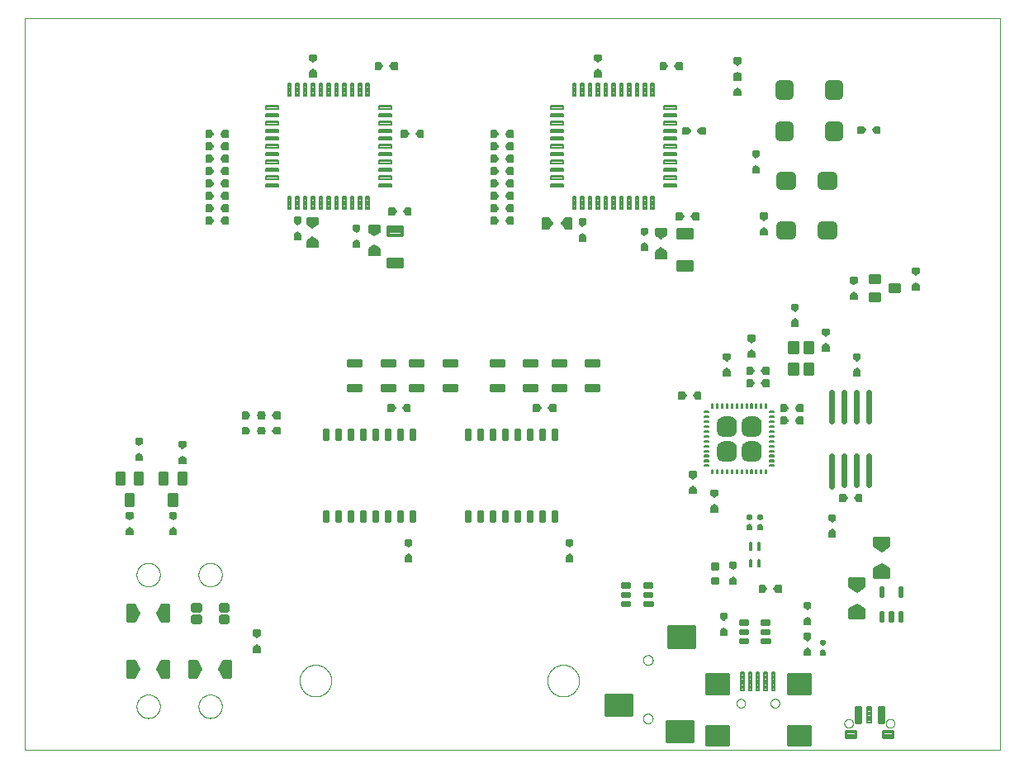
<source format=gtp>
G75*
%MOIN*%
%OFA0B0*%
%FSLAX25Y25*%
%IPPOS*%
%LPD*%
%AMOC8*
5,1,8,0,0,1.08239X$1,22.5*
%
%ADD10C,0.00000*%
%ADD11C,0.00500*%
%ADD12C,0.01200*%
%ADD13C,0.00945*%
%ADD14C,0.01890*%
%ADD15C,0.01181*%
%ADD16C,0.01358*%
%ADD17C,0.00803*%
%ADD18C,0.01417*%
%ADD19C,0.01969*%
%ADD20C,0.01250*%
%ADD21C,0.00807*%
%ADD22C,0.03543*%
%ADD23C,0.01559*%
%ADD24C,0.01063*%
%ADD25C,0.00886*%
%ADD26C,0.01606*%
%ADD27C,0.01083*%
D10*
X0004252Y0015829D02*
X0004252Y0311104D01*
X0397953Y0311104D01*
X0397953Y0015829D01*
X0004252Y0015829D01*
X0049528Y0033329D02*
X0049530Y0033466D01*
X0049536Y0033604D01*
X0049546Y0033741D01*
X0049560Y0033877D01*
X0049578Y0034014D01*
X0049600Y0034149D01*
X0049626Y0034284D01*
X0049655Y0034418D01*
X0049689Y0034552D01*
X0049726Y0034684D01*
X0049768Y0034815D01*
X0049813Y0034945D01*
X0049862Y0035073D01*
X0049914Y0035200D01*
X0049971Y0035325D01*
X0050030Y0035449D01*
X0050094Y0035571D01*
X0050161Y0035691D01*
X0050231Y0035809D01*
X0050305Y0035925D01*
X0050382Y0036039D01*
X0050463Y0036150D01*
X0050546Y0036259D01*
X0050633Y0036366D01*
X0050723Y0036469D01*
X0050816Y0036571D01*
X0050912Y0036669D01*
X0051010Y0036765D01*
X0051112Y0036858D01*
X0051215Y0036948D01*
X0051322Y0037035D01*
X0051431Y0037118D01*
X0051542Y0037199D01*
X0051656Y0037276D01*
X0051772Y0037350D01*
X0051890Y0037420D01*
X0052010Y0037487D01*
X0052132Y0037551D01*
X0052256Y0037610D01*
X0052381Y0037667D01*
X0052508Y0037719D01*
X0052636Y0037768D01*
X0052766Y0037813D01*
X0052897Y0037855D01*
X0053029Y0037892D01*
X0053163Y0037926D01*
X0053297Y0037955D01*
X0053432Y0037981D01*
X0053567Y0038003D01*
X0053704Y0038021D01*
X0053840Y0038035D01*
X0053977Y0038045D01*
X0054115Y0038051D01*
X0054252Y0038053D01*
X0054389Y0038051D01*
X0054527Y0038045D01*
X0054664Y0038035D01*
X0054800Y0038021D01*
X0054937Y0038003D01*
X0055072Y0037981D01*
X0055207Y0037955D01*
X0055341Y0037926D01*
X0055475Y0037892D01*
X0055607Y0037855D01*
X0055738Y0037813D01*
X0055868Y0037768D01*
X0055996Y0037719D01*
X0056123Y0037667D01*
X0056248Y0037610D01*
X0056372Y0037551D01*
X0056494Y0037487D01*
X0056614Y0037420D01*
X0056732Y0037350D01*
X0056848Y0037276D01*
X0056962Y0037199D01*
X0057073Y0037118D01*
X0057182Y0037035D01*
X0057289Y0036948D01*
X0057392Y0036858D01*
X0057494Y0036765D01*
X0057592Y0036669D01*
X0057688Y0036571D01*
X0057781Y0036469D01*
X0057871Y0036366D01*
X0057958Y0036259D01*
X0058041Y0036150D01*
X0058122Y0036039D01*
X0058199Y0035925D01*
X0058273Y0035809D01*
X0058343Y0035691D01*
X0058410Y0035571D01*
X0058474Y0035449D01*
X0058533Y0035325D01*
X0058590Y0035200D01*
X0058642Y0035073D01*
X0058691Y0034945D01*
X0058736Y0034815D01*
X0058778Y0034684D01*
X0058815Y0034552D01*
X0058849Y0034418D01*
X0058878Y0034284D01*
X0058904Y0034149D01*
X0058926Y0034014D01*
X0058944Y0033877D01*
X0058958Y0033741D01*
X0058968Y0033604D01*
X0058974Y0033466D01*
X0058976Y0033329D01*
X0058974Y0033192D01*
X0058968Y0033054D01*
X0058958Y0032917D01*
X0058944Y0032781D01*
X0058926Y0032644D01*
X0058904Y0032509D01*
X0058878Y0032374D01*
X0058849Y0032240D01*
X0058815Y0032106D01*
X0058778Y0031974D01*
X0058736Y0031843D01*
X0058691Y0031713D01*
X0058642Y0031585D01*
X0058590Y0031458D01*
X0058533Y0031333D01*
X0058474Y0031209D01*
X0058410Y0031087D01*
X0058343Y0030967D01*
X0058273Y0030849D01*
X0058199Y0030733D01*
X0058122Y0030619D01*
X0058041Y0030508D01*
X0057958Y0030399D01*
X0057871Y0030292D01*
X0057781Y0030189D01*
X0057688Y0030087D01*
X0057592Y0029989D01*
X0057494Y0029893D01*
X0057392Y0029800D01*
X0057289Y0029710D01*
X0057182Y0029623D01*
X0057073Y0029540D01*
X0056962Y0029459D01*
X0056848Y0029382D01*
X0056732Y0029308D01*
X0056614Y0029238D01*
X0056494Y0029171D01*
X0056372Y0029107D01*
X0056248Y0029048D01*
X0056123Y0028991D01*
X0055996Y0028939D01*
X0055868Y0028890D01*
X0055738Y0028845D01*
X0055607Y0028803D01*
X0055475Y0028766D01*
X0055341Y0028732D01*
X0055207Y0028703D01*
X0055072Y0028677D01*
X0054937Y0028655D01*
X0054800Y0028637D01*
X0054664Y0028623D01*
X0054527Y0028613D01*
X0054389Y0028607D01*
X0054252Y0028605D01*
X0054115Y0028607D01*
X0053977Y0028613D01*
X0053840Y0028623D01*
X0053704Y0028637D01*
X0053567Y0028655D01*
X0053432Y0028677D01*
X0053297Y0028703D01*
X0053163Y0028732D01*
X0053029Y0028766D01*
X0052897Y0028803D01*
X0052766Y0028845D01*
X0052636Y0028890D01*
X0052508Y0028939D01*
X0052381Y0028991D01*
X0052256Y0029048D01*
X0052132Y0029107D01*
X0052010Y0029171D01*
X0051890Y0029238D01*
X0051772Y0029308D01*
X0051656Y0029382D01*
X0051542Y0029459D01*
X0051431Y0029540D01*
X0051322Y0029623D01*
X0051215Y0029710D01*
X0051112Y0029800D01*
X0051010Y0029893D01*
X0050912Y0029989D01*
X0050816Y0030087D01*
X0050723Y0030189D01*
X0050633Y0030292D01*
X0050546Y0030399D01*
X0050463Y0030508D01*
X0050382Y0030619D01*
X0050305Y0030733D01*
X0050231Y0030849D01*
X0050161Y0030967D01*
X0050094Y0031087D01*
X0050030Y0031209D01*
X0049971Y0031333D01*
X0049914Y0031458D01*
X0049862Y0031585D01*
X0049813Y0031713D01*
X0049768Y0031843D01*
X0049726Y0031974D01*
X0049689Y0032106D01*
X0049655Y0032240D01*
X0049626Y0032374D01*
X0049600Y0032509D01*
X0049578Y0032644D01*
X0049560Y0032781D01*
X0049546Y0032917D01*
X0049536Y0033054D01*
X0049530Y0033192D01*
X0049528Y0033329D01*
X0074528Y0033329D02*
X0074530Y0033466D01*
X0074536Y0033604D01*
X0074546Y0033741D01*
X0074560Y0033877D01*
X0074578Y0034014D01*
X0074600Y0034149D01*
X0074626Y0034284D01*
X0074655Y0034418D01*
X0074689Y0034552D01*
X0074726Y0034684D01*
X0074768Y0034815D01*
X0074813Y0034945D01*
X0074862Y0035073D01*
X0074914Y0035200D01*
X0074971Y0035325D01*
X0075030Y0035449D01*
X0075094Y0035571D01*
X0075161Y0035691D01*
X0075231Y0035809D01*
X0075305Y0035925D01*
X0075382Y0036039D01*
X0075463Y0036150D01*
X0075546Y0036259D01*
X0075633Y0036366D01*
X0075723Y0036469D01*
X0075816Y0036571D01*
X0075912Y0036669D01*
X0076010Y0036765D01*
X0076112Y0036858D01*
X0076215Y0036948D01*
X0076322Y0037035D01*
X0076431Y0037118D01*
X0076542Y0037199D01*
X0076656Y0037276D01*
X0076772Y0037350D01*
X0076890Y0037420D01*
X0077010Y0037487D01*
X0077132Y0037551D01*
X0077256Y0037610D01*
X0077381Y0037667D01*
X0077508Y0037719D01*
X0077636Y0037768D01*
X0077766Y0037813D01*
X0077897Y0037855D01*
X0078029Y0037892D01*
X0078163Y0037926D01*
X0078297Y0037955D01*
X0078432Y0037981D01*
X0078567Y0038003D01*
X0078704Y0038021D01*
X0078840Y0038035D01*
X0078977Y0038045D01*
X0079115Y0038051D01*
X0079252Y0038053D01*
X0079389Y0038051D01*
X0079527Y0038045D01*
X0079664Y0038035D01*
X0079800Y0038021D01*
X0079937Y0038003D01*
X0080072Y0037981D01*
X0080207Y0037955D01*
X0080341Y0037926D01*
X0080475Y0037892D01*
X0080607Y0037855D01*
X0080738Y0037813D01*
X0080868Y0037768D01*
X0080996Y0037719D01*
X0081123Y0037667D01*
X0081248Y0037610D01*
X0081372Y0037551D01*
X0081494Y0037487D01*
X0081614Y0037420D01*
X0081732Y0037350D01*
X0081848Y0037276D01*
X0081962Y0037199D01*
X0082073Y0037118D01*
X0082182Y0037035D01*
X0082289Y0036948D01*
X0082392Y0036858D01*
X0082494Y0036765D01*
X0082592Y0036669D01*
X0082688Y0036571D01*
X0082781Y0036469D01*
X0082871Y0036366D01*
X0082958Y0036259D01*
X0083041Y0036150D01*
X0083122Y0036039D01*
X0083199Y0035925D01*
X0083273Y0035809D01*
X0083343Y0035691D01*
X0083410Y0035571D01*
X0083474Y0035449D01*
X0083533Y0035325D01*
X0083590Y0035200D01*
X0083642Y0035073D01*
X0083691Y0034945D01*
X0083736Y0034815D01*
X0083778Y0034684D01*
X0083815Y0034552D01*
X0083849Y0034418D01*
X0083878Y0034284D01*
X0083904Y0034149D01*
X0083926Y0034014D01*
X0083944Y0033877D01*
X0083958Y0033741D01*
X0083968Y0033604D01*
X0083974Y0033466D01*
X0083976Y0033329D01*
X0083974Y0033192D01*
X0083968Y0033054D01*
X0083958Y0032917D01*
X0083944Y0032781D01*
X0083926Y0032644D01*
X0083904Y0032509D01*
X0083878Y0032374D01*
X0083849Y0032240D01*
X0083815Y0032106D01*
X0083778Y0031974D01*
X0083736Y0031843D01*
X0083691Y0031713D01*
X0083642Y0031585D01*
X0083590Y0031458D01*
X0083533Y0031333D01*
X0083474Y0031209D01*
X0083410Y0031087D01*
X0083343Y0030967D01*
X0083273Y0030849D01*
X0083199Y0030733D01*
X0083122Y0030619D01*
X0083041Y0030508D01*
X0082958Y0030399D01*
X0082871Y0030292D01*
X0082781Y0030189D01*
X0082688Y0030087D01*
X0082592Y0029989D01*
X0082494Y0029893D01*
X0082392Y0029800D01*
X0082289Y0029710D01*
X0082182Y0029623D01*
X0082073Y0029540D01*
X0081962Y0029459D01*
X0081848Y0029382D01*
X0081732Y0029308D01*
X0081614Y0029238D01*
X0081494Y0029171D01*
X0081372Y0029107D01*
X0081248Y0029048D01*
X0081123Y0028991D01*
X0080996Y0028939D01*
X0080868Y0028890D01*
X0080738Y0028845D01*
X0080607Y0028803D01*
X0080475Y0028766D01*
X0080341Y0028732D01*
X0080207Y0028703D01*
X0080072Y0028677D01*
X0079937Y0028655D01*
X0079800Y0028637D01*
X0079664Y0028623D01*
X0079527Y0028613D01*
X0079389Y0028607D01*
X0079252Y0028605D01*
X0079115Y0028607D01*
X0078977Y0028613D01*
X0078840Y0028623D01*
X0078704Y0028637D01*
X0078567Y0028655D01*
X0078432Y0028677D01*
X0078297Y0028703D01*
X0078163Y0028732D01*
X0078029Y0028766D01*
X0077897Y0028803D01*
X0077766Y0028845D01*
X0077636Y0028890D01*
X0077508Y0028939D01*
X0077381Y0028991D01*
X0077256Y0029048D01*
X0077132Y0029107D01*
X0077010Y0029171D01*
X0076890Y0029238D01*
X0076772Y0029308D01*
X0076656Y0029382D01*
X0076542Y0029459D01*
X0076431Y0029540D01*
X0076322Y0029623D01*
X0076215Y0029710D01*
X0076112Y0029800D01*
X0076010Y0029893D01*
X0075912Y0029989D01*
X0075816Y0030087D01*
X0075723Y0030189D01*
X0075633Y0030292D01*
X0075546Y0030399D01*
X0075463Y0030508D01*
X0075382Y0030619D01*
X0075305Y0030733D01*
X0075231Y0030849D01*
X0075161Y0030967D01*
X0075094Y0031087D01*
X0075030Y0031209D01*
X0074971Y0031333D01*
X0074914Y0031458D01*
X0074862Y0031585D01*
X0074813Y0031713D01*
X0074768Y0031843D01*
X0074726Y0031974D01*
X0074689Y0032106D01*
X0074655Y0032240D01*
X0074626Y0032374D01*
X0074600Y0032509D01*
X0074578Y0032644D01*
X0074560Y0032781D01*
X0074546Y0032917D01*
X0074536Y0033054D01*
X0074530Y0033192D01*
X0074528Y0033329D01*
X0115352Y0043703D02*
X0115354Y0043863D01*
X0115360Y0044022D01*
X0115370Y0044181D01*
X0115384Y0044340D01*
X0115402Y0044499D01*
X0115423Y0044657D01*
X0115449Y0044814D01*
X0115479Y0044971D01*
X0115512Y0045127D01*
X0115550Y0045282D01*
X0115591Y0045436D01*
X0115636Y0045589D01*
X0115685Y0045741D01*
X0115738Y0045892D01*
X0115794Y0046041D01*
X0115855Y0046189D01*
X0115918Y0046335D01*
X0115986Y0046480D01*
X0116057Y0046623D01*
X0116131Y0046764D01*
X0116209Y0046903D01*
X0116291Y0047040D01*
X0116376Y0047175D01*
X0116464Y0047308D01*
X0116556Y0047439D01*
X0116650Y0047567D01*
X0116748Y0047693D01*
X0116849Y0047817D01*
X0116953Y0047938D01*
X0117060Y0048056D01*
X0117170Y0048172D01*
X0117283Y0048285D01*
X0117399Y0048395D01*
X0117517Y0048502D01*
X0117638Y0048606D01*
X0117762Y0048707D01*
X0117888Y0048805D01*
X0118016Y0048899D01*
X0118147Y0048991D01*
X0118280Y0049079D01*
X0118415Y0049164D01*
X0118552Y0049246D01*
X0118691Y0049324D01*
X0118832Y0049398D01*
X0118975Y0049469D01*
X0119120Y0049537D01*
X0119266Y0049600D01*
X0119414Y0049661D01*
X0119563Y0049717D01*
X0119714Y0049770D01*
X0119866Y0049819D01*
X0120019Y0049864D01*
X0120173Y0049905D01*
X0120328Y0049943D01*
X0120484Y0049976D01*
X0120641Y0050006D01*
X0120798Y0050032D01*
X0120956Y0050053D01*
X0121115Y0050071D01*
X0121274Y0050085D01*
X0121433Y0050095D01*
X0121592Y0050101D01*
X0121752Y0050103D01*
X0121912Y0050101D01*
X0122071Y0050095D01*
X0122230Y0050085D01*
X0122389Y0050071D01*
X0122548Y0050053D01*
X0122706Y0050032D01*
X0122863Y0050006D01*
X0123020Y0049976D01*
X0123176Y0049943D01*
X0123331Y0049905D01*
X0123485Y0049864D01*
X0123638Y0049819D01*
X0123790Y0049770D01*
X0123941Y0049717D01*
X0124090Y0049661D01*
X0124238Y0049600D01*
X0124384Y0049537D01*
X0124529Y0049469D01*
X0124672Y0049398D01*
X0124813Y0049324D01*
X0124952Y0049246D01*
X0125089Y0049164D01*
X0125224Y0049079D01*
X0125357Y0048991D01*
X0125488Y0048899D01*
X0125616Y0048805D01*
X0125742Y0048707D01*
X0125866Y0048606D01*
X0125987Y0048502D01*
X0126105Y0048395D01*
X0126221Y0048285D01*
X0126334Y0048172D01*
X0126444Y0048056D01*
X0126551Y0047938D01*
X0126655Y0047817D01*
X0126756Y0047693D01*
X0126854Y0047567D01*
X0126948Y0047439D01*
X0127040Y0047308D01*
X0127128Y0047175D01*
X0127213Y0047040D01*
X0127295Y0046903D01*
X0127373Y0046764D01*
X0127447Y0046623D01*
X0127518Y0046480D01*
X0127586Y0046335D01*
X0127649Y0046189D01*
X0127710Y0046041D01*
X0127766Y0045892D01*
X0127819Y0045741D01*
X0127868Y0045589D01*
X0127913Y0045436D01*
X0127954Y0045282D01*
X0127992Y0045127D01*
X0128025Y0044971D01*
X0128055Y0044814D01*
X0128081Y0044657D01*
X0128102Y0044499D01*
X0128120Y0044340D01*
X0128134Y0044181D01*
X0128144Y0044022D01*
X0128150Y0043863D01*
X0128152Y0043703D01*
X0128150Y0043543D01*
X0128144Y0043384D01*
X0128134Y0043225D01*
X0128120Y0043066D01*
X0128102Y0042907D01*
X0128081Y0042749D01*
X0128055Y0042592D01*
X0128025Y0042435D01*
X0127992Y0042279D01*
X0127954Y0042124D01*
X0127913Y0041970D01*
X0127868Y0041817D01*
X0127819Y0041665D01*
X0127766Y0041514D01*
X0127710Y0041365D01*
X0127649Y0041217D01*
X0127586Y0041071D01*
X0127518Y0040926D01*
X0127447Y0040783D01*
X0127373Y0040642D01*
X0127295Y0040503D01*
X0127213Y0040366D01*
X0127128Y0040231D01*
X0127040Y0040098D01*
X0126948Y0039967D01*
X0126854Y0039839D01*
X0126756Y0039713D01*
X0126655Y0039589D01*
X0126551Y0039468D01*
X0126444Y0039350D01*
X0126334Y0039234D01*
X0126221Y0039121D01*
X0126105Y0039011D01*
X0125987Y0038904D01*
X0125866Y0038800D01*
X0125742Y0038699D01*
X0125616Y0038601D01*
X0125488Y0038507D01*
X0125357Y0038415D01*
X0125224Y0038327D01*
X0125089Y0038242D01*
X0124952Y0038160D01*
X0124813Y0038082D01*
X0124672Y0038008D01*
X0124529Y0037937D01*
X0124384Y0037869D01*
X0124238Y0037806D01*
X0124090Y0037745D01*
X0123941Y0037689D01*
X0123790Y0037636D01*
X0123638Y0037587D01*
X0123485Y0037542D01*
X0123331Y0037501D01*
X0123176Y0037463D01*
X0123020Y0037430D01*
X0122863Y0037400D01*
X0122706Y0037374D01*
X0122548Y0037353D01*
X0122389Y0037335D01*
X0122230Y0037321D01*
X0122071Y0037311D01*
X0121912Y0037305D01*
X0121752Y0037303D01*
X0121592Y0037305D01*
X0121433Y0037311D01*
X0121274Y0037321D01*
X0121115Y0037335D01*
X0120956Y0037353D01*
X0120798Y0037374D01*
X0120641Y0037400D01*
X0120484Y0037430D01*
X0120328Y0037463D01*
X0120173Y0037501D01*
X0120019Y0037542D01*
X0119866Y0037587D01*
X0119714Y0037636D01*
X0119563Y0037689D01*
X0119414Y0037745D01*
X0119266Y0037806D01*
X0119120Y0037869D01*
X0118975Y0037937D01*
X0118832Y0038008D01*
X0118691Y0038082D01*
X0118552Y0038160D01*
X0118415Y0038242D01*
X0118280Y0038327D01*
X0118147Y0038415D01*
X0118016Y0038507D01*
X0117888Y0038601D01*
X0117762Y0038699D01*
X0117638Y0038800D01*
X0117517Y0038904D01*
X0117399Y0039011D01*
X0117283Y0039121D01*
X0117170Y0039234D01*
X0117060Y0039350D01*
X0116953Y0039468D01*
X0116849Y0039589D01*
X0116748Y0039713D01*
X0116650Y0039839D01*
X0116556Y0039967D01*
X0116464Y0040098D01*
X0116376Y0040231D01*
X0116291Y0040366D01*
X0116209Y0040503D01*
X0116131Y0040642D01*
X0116057Y0040783D01*
X0115986Y0040926D01*
X0115918Y0041071D01*
X0115855Y0041217D01*
X0115794Y0041365D01*
X0115738Y0041514D01*
X0115685Y0041665D01*
X0115636Y0041817D01*
X0115591Y0041970D01*
X0115550Y0042124D01*
X0115512Y0042279D01*
X0115479Y0042435D01*
X0115449Y0042592D01*
X0115423Y0042749D01*
X0115402Y0042907D01*
X0115384Y0043066D01*
X0115370Y0043225D01*
X0115360Y0043384D01*
X0115354Y0043543D01*
X0115352Y0043703D01*
X0074528Y0086478D02*
X0074530Y0086615D01*
X0074536Y0086753D01*
X0074546Y0086890D01*
X0074560Y0087026D01*
X0074578Y0087163D01*
X0074600Y0087298D01*
X0074626Y0087433D01*
X0074655Y0087567D01*
X0074689Y0087701D01*
X0074726Y0087833D01*
X0074768Y0087964D01*
X0074813Y0088094D01*
X0074862Y0088222D01*
X0074914Y0088349D01*
X0074971Y0088474D01*
X0075030Y0088598D01*
X0075094Y0088720D01*
X0075161Y0088840D01*
X0075231Y0088958D01*
X0075305Y0089074D01*
X0075382Y0089188D01*
X0075463Y0089299D01*
X0075546Y0089408D01*
X0075633Y0089515D01*
X0075723Y0089618D01*
X0075816Y0089720D01*
X0075912Y0089818D01*
X0076010Y0089914D01*
X0076112Y0090007D01*
X0076215Y0090097D01*
X0076322Y0090184D01*
X0076431Y0090267D01*
X0076542Y0090348D01*
X0076656Y0090425D01*
X0076772Y0090499D01*
X0076890Y0090569D01*
X0077010Y0090636D01*
X0077132Y0090700D01*
X0077256Y0090759D01*
X0077381Y0090816D01*
X0077508Y0090868D01*
X0077636Y0090917D01*
X0077766Y0090962D01*
X0077897Y0091004D01*
X0078029Y0091041D01*
X0078163Y0091075D01*
X0078297Y0091104D01*
X0078432Y0091130D01*
X0078567Y0091152D01*
X0078704Y0091170D01*
X0078840Y0091184D01*
X0078977Y0091194D01*
X0079115Y0091200D01*
X0079252Y0091202D01*
X0079389Y0091200D01*
X0079527Y0091194D01*
X0079664Y0091184D01*
X0079800Y0091170D01*
X0079937Y0091152D01*
X0080072Y0091130D01*
X0080207Y0091104D01*
X0080341Y0091075D01*
X0080475Y0091041D01*
X0080607Y0091004D01*
X0080738Y0090962D01*
X0080868Y0090917D01*
X0080996Y0090868D01*
X0081123Y0090816D01*
X0081248Y0090759D01*
X0081372Y0090700D01*
X0081494Y0090636D01*
X0081614Y0090569D01*
X0081732Y0090499D01*
X0081848Y0090425D01*
X0081962Y0090348D01*
X0082073Y0090267D01*
X0082182Y0090184D01*
X0082289Y0090097D01*
X0082392Y0090007D01*
X0082494Y0089914D01*
X0082592Y0089818D01*
X0082688Y0089720D01*
X0082781Y0089618D01*
X0082871Y0089515D01*
X0082958Y0089408D01*
X0083041Y0089299D01*
X0083122Y0089188D01*
X0083199Y0089074D01*
X0083273Y0088958D01*
X0083343Y0088840D01*
X0083410Y0088720D01*
X0083474Y0088598D01*
X0083533Y0088474D01*
X0083590Y0088349D01*
X0083642Y0088222D01*
X0083691Y0088094D01*
X0083736Y0087964D01*
X0083778Y0087833D01*
X0083815Y0087701D01*
X0083849Y0087567D01*
X0083878Y0087433D01*
X0083904Y0087298D01*
X0083926Y0087163D01*
X0083944Y0087026D01*
X0083958Y0086890D01*
X0083968Y0086753D01*
X0083974Y0086615D01*
X0083976Y0086478D01*
X0083974Y0086341D01*
X0083968Y0086203D01*
X0083958Y0086066D01*
X0083944Y0085930D01*
X0083926Y0085793D01*
X0083904Y0085658D01*
X0083878Y0085523D01*
X0083849Y0085389D01*
X0083815Y0085255D01*
X0083778Y0085123D01*
X0083736Y0084992D01*
X0083691Y0084862D01*
X0083642Y0084734D01*
X0083590Y0084607D01*
X0083533Y0084482D01*
X0083474Y0084358D01*
X0083410Y0084236D01*
X0083343Y0084116D01*
X0083273Y0083998D01*
X0083199Y0083882D01*
X0083122Y0083768D01*
X0083041Y0083657D01*
X0082958Y0083548D01*
X0082871Y0083441D01*
X0082781Y0083338D01*
X0082688Y0083236D01*
X0082592Y0083138D01*
X0082494Y0083042D01*
X0082392Y0082949D01*
X0082289Y0082859D01*
X0082182Y0082772D01*
X0082073Y0082689D01*
X0081962Y0082608D01*
X0081848Y0082531D01*
X0081732Y0082457D01*
X0081614Y0082387D01*
X0081494Y0082320D01*
X0081372Y0082256D01*
X0081248Y0082197D01*
X0081123Y0082140D01*
X0080996Y0082088D01*
X0080868Y0082039D01*
X0080738Y0081994D01*
X0080607Y0081952D01*
X0080475Y0081915D01*
X0080341Y0081881D01*
X0080207Y0081852D01*
X0080072Y0081826D01*
X0079937Y0081804D01*
X0079800Y0081786D01*
X0079664Y0081772D01*
X0079527Y0081762D01*
X0079389Y0081756D01*
X0079252Y0081754D01*
X0079115Y0081756D01*
X0078977Y0081762D01*
X0078840Y0081772D01*
X0078704Y0081786D01*
X0078567Y0081804D01*
X0078432Y0081826D01*
X0078297Y0081852D01*
X0078163Y0081881D01*
X0078029Y0081915D01*
X0077897Y0081952D01*
X0077766Y0081994D01*
X0077636Y0082039D01*
X0077508Y0082088D01*
X0077381Y0082140D01*
X0077256Y0082197D01*
X0077132Y0082256D01*
X0077010Y0082320D01*
X0076890Y0082387D01*
X0076772Y0082457D01*
X0076656Y0082531D01*
X0076542Y0082608D01*
X0076431Y0082689D01*
X0076322Y0082772D01*
X0076215Y0082859D01*
X0076112Y0082949D01*
X0076010Y0083042D01*
X0075912Y0083138D01*
X0075816Y0083236D01*
X0075723Y0083338D01*
X0075633Y0083441D01*
X0075546Y0083548D01*
X0075463Y0083657D01*
X0075382Y0083768D01*
X0075305Y0083882D01*
X0075231Y0083998D01*
X0075161Y0084116D01*
X0075094Y0084236D01*
X0075030Y0084358D01*
X0074971Y0084482D01*
X0074914Y0084607D01*
X0074862Y0084734D01*
X0074813Y0084862D01*
X0074768Y0084992D01*
X0074726Y0085123D01*
X0074689Y0085255D01*
X0074655Y0085389D01*
X0074626Y0085523D01*
X0074600Y0085658D01*
X0074578Y0085793D01*
X0074560Y0085930D01*
X0074546Y0086066D01*
X0074536Y0086203D01*
X0074530Y0086341D01*
X0074528Y0086478D01*
X0049528Y0086478D02*
X0049530Y0086615D01*
X0049536Y0086753D01*
X0049546Y0086890D01*
X0049560Y0087026D01*
X0049578Y0087163D01*
X0049600Y0087298D01*
X0049626Y0087433D01*
X0049655Y0087567D01*
X0049689Y0087701D01*
X0049726Y0087833D01*
X0049768Y0087964D01*
X0049813Y0088094D01*
X0049862Y0088222D01*
X0049914Y0088349D01*
X0049971Y0088474D01*
X0050030Y0088598D01*
X0050094Y0088720D01*
X0050161Y0088840D01*
X0050231Y0088958D01*
X0050305Y0089074D01*
X0050382Y0089188D01*
X0050463Y0089299D01*
X0050546Y0089408D01*
X0050633Y0089515D01*
X0050723Y0089618D01*
X0050816Y0089720D01*
X0050912Y0089818D01*
X0051010Y0089914D01*
X0051112Y0090007D01*
X0051215Y0090097D01*
X0051322Y0090184D01*
X0051431Y0090267D01*
X0051542Y0090348D01*
X0051656Y0090425D01*
X0051772Y0090499D01*
X0051890Y0090569D01*
X0052010Y0090636D01*
X0052132Y0090700D01*
X0052256Y0090759D01*
X0052381Y0090816D01*
X0052508Y0090868D01*
X0052636Y0090917D01*
X0052766Y0090962D01*
X0052897Y0091004D01*
X0053029Y0091041D01*
X0053163Y0091075D01*
X0053297Y0091104D01*
X0053432Y0091130D01*
X0053567Y0091152D01*
X0053704Y0091170D01*
X0053840Y0091184D01*
X0053977Y0091194D01*
X0054115Y0091200D01*
X0054252Y0091202D01*
X0054389Y0091200D01*
X0054527Y0091194D01*
X0054664Y0091184D01*
X0054800Y0091170D01*
X0054937Y0091152D01*
X0055072Y0091130D01*
X0055207Y0091104D01*
X0055341Y0091075D01*
X0055475Y0091041D01*
X0055607Y0091004D01*
X0055738Y0090962D01*
X0055868Y0090917D01*
X0055996Y0090868D01*
X0056123Y0090816D01*
X0056248Y0090759D01*
X0056372Y0090700D01*
X0056494Y0090636D01*
X0056614Y0090569D01*
X0056732Y0090499D01*
X0056848Y0090425D01*
X0056962Y0090348D01*
X0057073Y0090267D01*
X0057182Y0090184D01*
X0057289Y0090097D01*
X0057392Y0090007D01*
X0057494Y0089914D01*
X0057592Y0089818D01*
X0057688Y0089720D01*
X0057781Y0089618D01*
X0057871Y0089515D01*
X0057958Y0089408D01*
X0058041Y0089299D01*
X0058122Y0089188D01*
X0058199Y0089074D01*
X0058273Y0088958D01*
X0058343Y0088840D01*
X0058410Y0088720D01*
X0058474Y0088598D01*
X0058533Y0088474D01*
X0058590Y0088349D01*
X0058642Y0088222D01*
X0058691Y0088094D01*
X0058736Y0087964D01*
X0058778Y0087833D01*
X0058815Y0087701D01*
X0058849Y0087567D01*
X0058878Y0087433D01*
X0058904Y0087298D01*
X0058926Y0087163D01*
X0058944Y0087026D01*
X0058958Y0086890D01*
X0058968Y0086753D01*
X0058974Y0086615D01*
X0058976Y0086478D01*
X0058974Y0086341D01*
X0058968Y0086203D01*
X0058958Y0086066D01*
X0058944Y0085930D01*
X0058926Y0085793D01*
X0058904Y0085658D01*
X0058878Y0085523D01*
X0058849Y0085389D01*
X0058815Y0085255D01*
X0058778Y0085123D01*
X0058736Y0084992D01*
X0058691Y0084862D01*
X0058642Y0084734D01*
X0058590Y0084607D01*
X0058533Y0084482D01*
X0058474Y0084358D01*
X0058410Y0084236D01*
X0058343Y0084116D01*
X0058273Y0083998D01*
X0058199Y0083882D01*
X0058122Y0083768D01*
X0058041Y0083657D01*
X0057958Y0083548D01*
X0057871Y0083441D01*
X0057781Y0083338D01*
X0057688Y0083236D01*
X0057592Y0083138D01*
X0057494Y0083042D01*
X0057392Y0082949D01*
X0057289Y0082859D01*
X0057182Y0082772D01*
X0057073Y0082689D01*
X0056962Y0082608D01*
X0056848Y0082531D01*
X0056732Y0082457D01*
X0056614Y0082387D01*
X0056494Y0082320D01*
X0056372Y0082256D01*
X0056248Y0082197D01*
X0056123Y0082140D01*
X0055996Y0082088D01*
X0055868Y0082039D01*
X0055738Y0081994D01*
X0055607Y0081952D01*
X0055475Y0081915D01*
X0055341Y0081881D01*
X0055207Y0081852D01*
X0055072Y0081826D01*
X0054937Y0081804D01*
X0054800Y0081786D01*
X0054664Y0081772D01*
X0054527Y0081762D01*
X0054389Y0081756D01*
X0054252Y0081754D01*
X0054115Y0081756D01*
X0053977Y0081762D01*
X0053840Y0081772D01*
X0053704Y0081786D01*
X0053567Y0081804D01*
X0053432Y0081826D01*
X0053297Y0081852D01*
X0053163Y0081881D01*
X0053029Y0081915D01*
X0052897Y0081952D01*
X0052766Y0081994D01*
X0052636Y0082039D01*
X0052508Y0082088D01*
X0052381Y0082140D01*
X0052256Y0082197D01*
X0052132Y0082256D01*
X0052010Y0082320D01*
X0051890Y0082387D01*
X0051772Y0082457D01*
X0051656Y0082531D01*
X0051542Y0082608D01*
X0051431Y0082689D01*
X0051322Y0082772D01*
X0051215Y0082859D01*
X0051112Y0082949D01*
X0051010Y0083042D01*
X0050912Y0083138D01*
X0050816Y0083236D01*
X0050723Y0083338D01*
X0050633Y0083441D01*
X0050546Y0083548D01*
X0050463Y0083657D01*
X0050382Y0083768D01*
X0050305Y0083882D01*
X0050231Y0083998D01*
X0050161Y0084116D01*
X0050094Y0084236D01*
X0050030Y0084358D01*
X0049971Y0084482D01*
X0049914Y0084607D01*
X0049862Y0084734D01*
X0049813Y0084862D01*
X0049768Y0084992D01*
X0049726Y0085123D01*
X0049689Y0085255D01*
X0049655Y0085389D01*
X0049626Y0085523D01*
X0049600Y0085658D01*
X0049578Y0085793D01*
X0049560Y0085930D01*
X0049546Y0086066D01*
X0049536Y0086203D01*
X0049530Y0086341D01*
X0049528Y0086478D01*
X0215352Y0043703D02*
X0215354Y0043863D01*
X0215360Y0044022D01*
X0215370Y0044181D01*
X0215384Y0044340D01*
X0215402Y0044499D01*
X0215423Y0044657D01*
X0215449Y0044814D01*
X0215479Y0044971D01*
X0215512Y0045127D01*
X0215550Y0045282D01*
X0215591Y0045436D01*
X0215636Y0045589D01*
X0215685Y0045741D01*
X0215738Y0045892D01*
X0215794Y0046041D01*
X0215855Y0046189D01*
X0215918Y0046335D01*
X0215986Y0046480D01*
X0216057Y0046623D01*
X0216131Y0046764D01*
X0216209Y0046903D01*
X0216291Y0047040D01*
X0216376Y0047175D01*
X0216464Y0047308D01*
X0216556Y0047439D01*
X0216650Y0047567D01*
X0216748Y0047693D01*
X0216849Y0047817D01*
X0216953Y0047938D01*
X0217060Y0048056D01*
X0217170Y0048172D01*
X0217283Y0048285D01*
X0217399Y0048395D01*
X0217517Y0048502D01*
X0217638Y0048606D01*
X0217762Y0048707D01*
X0217888Y0048805D01*
X0218016Y0048899D01*
X0218147Y0048991D01*
X0218280Y0049079D01*
X0218415Y0049164D01*
X0218552Y0049246D01*
X0218691Y0049324D01*
X0218832Y0049398D01*
X0218975Y0049469D01*
X0219120Y0049537D01*
X0219266Y0049600D01*
X0219414Y0049661D01*
X0219563Y0049717D01*
X0219714Y0049770D01*
X0219866Y0049819D01*
X0220019Y0049864D01*
X0220173Y0049905D01*
X0220328Y0049943D01*
X0220484Y0049976D01*
X0220641Y0050006D01*
X0220798Y0050032D01*
X0220956Y0050053D01*
X0221115Y0050071D01*
X0221274Y0050085D01*
X0221433Y0050095D01*
X0221592Y0050101D01*
X0221752Y0050103D01*
X0221912Y0050101D01*
X0222071Y0050095D01*
X0222230Y0050085D01*
X0222389Y0050071D01*
X0222548Y0050053D01*
X0222706Y0050032D01*
X0222863Y0050006D01*
X0223020Y0049976D01*
X0223176Y0049943D01*
X0223331Y0049905D01*
X0223485Y0049864D01*
X0223638Y0049819D01*
X0223790Y0049770D01*
X0223941Y0049717D01*
X0224090Y0049661D01*
X0224238Y0049600D01*
X0224384Y0049537D01*
X0224529Y0049469D01*
X0224672Y0049398D01*
X0224813Y0049324D01*
X0224952Y0049246D01*
X0225089Y0049164D01*
X0225224Y0049079D01*
X0225357Y0048991D01*
X0225488Y0048899D01*
X0225616Y0048805D01*
X0225742Y0048707D01*
X0225866Y0048606D01*
X0225987Y0048502D01*
X0226105Y0048395D01*
X0226221Y0048285D01*
X0226334Y0048172D01*
X0226444Y0048056D01*
X0226551Y0047938D01*
X0226655Y0047817D01*
X0226756Y0047693D01*
X0226854Y0047567D01*
X0226948Y0047439D01*
X0227040Y0047308D01*
X0227128Y0047175D01*
X0227213Y0047040D01*
X0227295Y0046903D01*
X0227373Y0046764D01*
X0227447Y0046623D01*
X0227518Y0046480D01*
X0227586Y0046335D01*
X0227649Y0046189D01*
X0227710Y0046041D01*
X0227766Y0045892D01*
X0227819Y0045741D01*
X0227868Y0045589D01*
X0227913Y0045436D01*
X0227954Y0045282D01*
X0227992Y0045127D01*
X0228025Y0044971D01*
X0228055Y0044814D01*
X0228081Y0044657D01*
X0228102Y0044499D01*
X0228120Y0044340D01*
X0228134Y0044181D01*
X0228144Y0044022D01*
X0228150Y0043863D01*
X0228152Y0043703D01*
X0228150Y0043543D01*
X0228144Y0043384D01*
X0228134Y0043225D01*
X0228120Y0043066D01*
X0228102Y0042907D01*
X0228081Y0042749D01*
X0228055Y0042592D01*
X0228025Y0042435D01*
X0227992Y0042279D01*
X0227954Y0042124D01*
X0227913Y0041970D01*
X0227868Y0041817D01*
X0227819Y0041665D01*
X0227766Y0041514D01*
X0227710Y0041365D01*
X0227649Y0041217D01*
X0227586Y0041071D01*
X0227518Y0040926D01*
X0227447Y0040783D01*
X0227373Y0040642D01*
X0227295Y0040503D01*
X0227213Y0040366D01*
X0227128Y0040231D01*
X0227040Y0040098D01*
X0226948Y0039967D01*
X0226854Y0039839D01*
X0226756Y0039713D01*
X0226655Y0039589D01*
X0226551Y0039468D01*
X0226444Y0039350D01*
X0226334Y0039234D01*
X0226221Y0039121D01*
X0226105Y0039011D01*
X0225987Y0038904D01*
X0225866Y0038800D01*
X0225742Y0038699D01*
X0225616Y0038601D01*
X0225488Y0038507D01*
X0225357Y0038415D01*
X0225224Y0038327D01*
X0225089Y0038242D01*
X0224952Y0038160D01*
X0224813Y0038082D01*
X0224672Y0038008D01*
X0224529Y0037937D01*
X0224384Y0037869D01*
X0224238Y0037806D01*
X0224090Y0037745D01*
X0223941Y0037689D01*
X0223790Y0037636D01*
X0223638Y0037587D01*
X0223485Y0037542D01*
X0223331Y0037501D01*
X0223176Y0037463D01*
X0223020Y0037430D01*
X0222863Y0037400D01*
X0222706Y0037374D01*
X0222548Y0037353D01*
X0222389Y0037335D01*
X0222230Y0037321D01*
X0222071Y0037311D01*
X0221912Y0037305D01*
X0221752Y0037303D01*
X0221592Y0037305D01*
X0221433Y0037311D01*
X0221274Y0037321D01*
X0221115Y0037335D01*
X0220956Y0037353D01*
X0220798Y0037374D01*
X0220641Y0037400D01*
X0220484Y0037430D01*
X0220328Y0037463D01*
X0220173Y0037501D01*
X0220019Y0037542D01*
X0219866Y0037587D01*
X0219714Y0037636D01*
X0219563Y0037689D01*
X0219414Y0037745D01*
X0219266Y0037806D01*
X0219120Y0037869D01*
X0218975Y0037937D01*
X0218832Y0038008D01*
X0218691Y0038082D01*
X0218552Y0038160D01*
X0218415Y0038242D01*
X0218280Y0038327D01*
X0218147Y0038415D01*
X0218016Y0038507D01*
X0217888Y0038601D01*
X0217762Y0038699D01*
X0217638Y0038800D01*
X0217517Y0038904D01*
X0217399Y0039011D01*
X0217283Y0039121D01*
X0217170Y0039234D01*
X0217060Y0039350D01*
X0216953Y0039468D01*
X0216849Y0039589D01*
X0216748Y0039713D01*
X0216650Y0039839D01*
X0216556Y0039967D01*
X0216464Y0040098D01*
X0216376Y0040231D01*
X0216291Y0040366D01*
X0216209Y0040503D01*
X0216131Y0040642D01*
X0216057Y0040783D01*
X0215986Y0040926D01*
X0215918Y0041071D01*
X0215855Y0041217D01*
X0215794Y0041365D01*
X0215738Y0041514D01*
X0215685Y0041665D01*
X0215636Y0041817D01*
X0215591Y0041970D01*
X0215550Y0042124D01*
X0215512Y0042279D01*
X0215479Y0042435D01*
X0215449Y0042592D01*
X0215423Y0042749D01*
X0215402Y0042907D01*
X0215384Y0043066D01*
X0215370Y0043225D01*
X0215360Y0043384D01*
X0215354Y0043543D01*
X0215352Y0043703D01*
X0253971Y0052014D02*
X0253973Y0052102D01*
X0253979Y0052190D01*
X0253989Y0052278D01*
X0254003Y0052366D01*
X0254020Y0052452D01*
X0254042Y0052538D01*
X0254067Y0052622D01*
X0254097Y0052706D01*
X0254129Y0052788D01*
X0254166Y0052868D01*
X0254206Y0052947D01*
X0254250Y0053024D01*
X0254297Y0053099D01*
X0254347Y0053171D01*
X0254401Y0053242D01*
X0254457Y0053309D01*
X0254517Y0053375D01*
X0254579Y0053437D01*
X0254645Y0053497D01*
X0254712Y0053553D01*
X0254783Y0053607D01*
X0254855Y0053657D01*
X0254930Y0053704D01*
X0255007Y0053748D01*
X0255086Y0053788D01*
X0255166Y0053825D01*
X0255248Y0053857D01*
X0255332Y0053887D01*
X0255416Y0053912D01*
X0255502Y0053934D01*
X0255588Y0053951D01*
X0255676Y0053965D01*
X0255764Y0053975D01*
X0255852Y0053981D01*
X0255940Y0053983D01*
X0256028Y0053981D01*
X0256116Y0053975D01*
X0256204Y0053965D01*
X0256292Y0053951D01*
X0256378Y0053934D01*
X0256464Y0053912D01*
X0256548Y0053887D01*
X0256632Y0053857D01*
X0256714Y0053825D01*
X0256794Y0053788D01*
X0256873Y0053748D01*
X0256950Y0053704D01*
X0257025Y0053657D01*
X0257097Y0053607D01*
X0257168Y0053553D01*
X0257235Y0053497D01*
X0257301Y0053437D01*
X0257363Y0053375D01*
X0257423Y0053309D01*
X0257479Y0053242D01*
X0257533Y0053171D01*
X0257583Y0053099D01*
X0257630Y0053024D01*
X0257674Y0052947D01*
X0257714Y0052868D01*
X0257751Y0052788D01*
X0257783Y0052706D01*
X0257813Y0052622D01*
X0257838Y0052538D01*
X0257860Y0052452D01*
X0257877Y0052366D01*
X0257891Y0052278D01*
X0257901Y0052190D01*
X0257907Y0052102D01*
X0257909Y0052014D01*
X0257907Y0051926D01*
X0257901Y0051838D01*
X0257891Y0051750D01*
X0257877Y0051662D01*
X0257860Y0051576D01*
X0257838Y0051490D01*
X0257813Y0051406D01*
X0257783Y0051322D01*
X0257751Y0051240D01*
X0257714Y0051160D01*
X0257674Y0051081D01*
X0257630Y0051004D01*
X0257583Y0050929D01*
X0257533Y0050857D01*
X0257479Y0050786D01*
X0257423Y0050719D01*
X0257363Y0050653D01*
X0257301Y0050591D01*
X0257235Y0050531D01*
X0257168Y0050475D01*
X0257097Y0050421D01*
X0257025Y0050371D01*
X0256950Y0050324D01*
X0256873Y0050280D01*
X0256794Y0050240D01*
X0256714Y0050203D01*
X0256632Y0050171D01*
X0256548Y0050141D01*
X0256464Y0050116D01*
X0256378Y0050094D01*
X0256292Y0050077D01*
X0256204Y0050063D01*
X0256116Y0050053D01*
X0256028Y0050047D01*
X0255940Y0050045D01*
X0255852Y0050047D01*
X0255764Y0050053D01*
X0255676Y0050063D01*
X0255588Y0050077D01*
X0255502Y0050094D01*
X0255416Y0050116D01*
X0255332Y0050141D01*
X0255248Y0050171D01*
X0255166Y0050203D01*
X0255086Y0050240D01*
X0255007Y0050280D01*
X0254930Y0050324D01*
X0254855Y0050371D01*
X0254783Y0050421D01*
X0254712Y0050475D01*
X0254645Y0050531D01*
X0254579Y0050591D01*
X0254517Y0050653D01*
X0254457Y0050719D01*
X0254401Y0050786D01*
X0254347Y0050857D01*
X0254297Y0050929D01*
X0254250Y0051004D01*
X0254206Y0051081D01*
X0254166Y0051160D01*
X0254129Y0051240D01*
X0254097Y0051322D01*
X0254067Y0051406D01*
X0254042Y0051490D01*
X0254020Y0051576D01*
X0254003Y0051662D01*
X0253989Y0051750D01*
X0253979Y0051838D01*
X0253973Y0051926D01*
X0253971Y0052014D01*
X0253971Y0028394D02*
X0253973Y0028482D01*
X0253979Y0028570D01*
X0253989Y0028658D01*
X0254003Y0028746D01*
X0254020Y0028832D01*
X0254042Y0028918D01*
X0254067Y0029002D01*
X0254097Y0029086D01*
X0254129Y0029168D01*
X0254166Y0029248D01*
X0254206Y0029327D01*
X0254250Y0029404D01*
X0254297Y0029479D01*
X0254347Y0029551D01*
X0254401Y0029622D01*
X0254457Y0029689D01*
X0254517Y0029755D01*
X0254579Y0029817D01*
X0254645Y0029877D01*
X0254712Y0029933D01*
X0254783Y0029987D01*
X0254855Y0030037D01*
X0254930Y0030084D01*
X0255007Y0030128D01*
X0255086Y0030168D01*
X0255166Y0030205D01*
X0255248Y0030237D01*
X0255332Y0030267D01*
X0255416Y0030292D01*
X0255502Y0030314D01*
X0255588Y0030331D01*
X0255676Y0030345D01*
X0255764Y0030355D01*
X0255852Y0030361D01*
X0255940Y0030363D01*
X0256028Y0030361D01*
X0256116Y0030355D01*
X0256204Y0030345D01*
X0256292Y0030331D01*
X0256378Y0030314D01*
X0256464Y0030292D01*
X0256548Y0030267D01*
X0256632Y0030237D01*
X0256714Y0030205D01*
X0256794Y0030168D01*
X0256873Y0030128D01*
X0256950Y0030084D01*
X0257025Y0030037D01*
X0257097Y0029987D01*
X0257168Y0029933D01*
X0257235Y0029877D01*
X0257301Y0029817D01*
X0257363Y0029755D01*
X0257423Y0029689D01*
X0257479Y0029622D01*
X0257533Y0029551D01*
X0257583Y0029479D01*
X0257630Y0029404D01*
X0257674Y0029327D01*
X0257714Y0029248D01*
X0257751Y0029168D01*
X0257783Y0029086D01*
X0257813Y0029002D01*
X0257838Y0028918D01*
X0257860Y0028832D01*
X0257877Y0028746D01*
X0257891Y0028658D01*
X0257901Y0028570D01*
X0257907Y0028482D01*
X0257909Y0028394D01*
X0257907Y0028306D01*
X0257901Y0028218D01*
X0257891Y0028130D01*
X0257877Y0028042D01*
X0257860Y0027956D01*
X0257838Y0027870D01*
X0257813Y0027786D01*
X0257783Y0027702D01*
X0257751Y0027620D01*
X0257714Y0027540D01*
X0257674Y0027461D01*
X0257630Y0027384D01*
X0257583Y0027309D01*
X0257533Y0027237D01*
X0257479Y0027166D01*
X0257423Y0027099D01*
X0257363Y0027033D01*
X0257301Y0026971D01*
X0257235Y0026911D01*
X0257168Y0026855D01*
X0257097Y0026801D01*
X0257025Y0026751D01*
X0256950Y0026704D01*
X0256873Y0026660D01*
X0256794Y0026620D01*
X0256714Y0026583D01*
X0256632Y0026551D01*
X0256548Y0026521D01*
X0256464Y0026496D01*
X0256378Y0026474D01*
X0256292Y0026457D01*
X0256204Y0026443D01*
X0256116Y0026433D01*
X0256028Y0026427D01*
X0255940Y0026425D01*
X0255852Y0026427D01*
X0255764Y0026433D01*
X0255676Y0026443D01*
X0255588Y0026457D01*
X0255502Y0026474D01*
X0255416Y0026496D01*
X0255332Y0026521D01*
X0255248Y0026551D01*
X0255166Y0026583D01*
X0255086Y0026620D01*
X0255007Y0026660D01*
X0254930Y0026704D01*
X0254855Y0026751D01*
X0254783Y0026801D01*
X0254712Y0026855D01*
X0254645Y0026911D01*
X0254579Y0026971D01*
X0254517Y0027033D01*
X0254457Y0027099D01*
X0254401Y0027166D01*
X0254347Y0027237D01*
X0254297Y0027309D01*
X0254250Y0027384D01*
X0254206Y0027461D01*
X0254166Y0027540D01*
X0254129Y0027620D01*
X0254097Y0027702D01*
X0254067Y0027786D01*
X0254042Y0027870D01*
X0254020Y0027956D01*
X0254003Y0028042D01*
X0253989Y0028130D01*
X0253979Y0028218D01*
X0253973Y0028306D01*
X0253971Y0028394D01*
X0291654Y0034579D02*
X0291656Y0034663D01*
X0291662Y0034746D01*
X0291672Y0034829D01*
X0291686Y0034912D01*
X0291703Y0034994D01*
X0291725Y0035075D01*
X0291750Y0035154D01*
X0291779Y0035233D01*
X0291812Y0035310D01*
X0291848Y0035385D01*
X0291888Y0035459D01*
X0291931Y0035531D01*
X0291978Y0035600D01*
X0292028Y0035667D01*
X0292081Y0035732D01*
X0292137Y0035794D01*
X0292195Y0035854D01*
X0292257Y0035911D01*
X0292321Y0035964D01*
X0292388Y0036015D01*
X0292457Y0036062D01*
X0292528Y0036107D01*
X0292601Y0036147D01*
X0292676Y0036184D01*
X0292753Y0036218D01*
X0292831Y0036248D01*
X0292910Y0036274D01*
X0292991Y0036297D01*
X0293073Y0036315D01*
X0293155Y0036330D01*
X0293238Y0036341D01*
X0293321Y0036348D01*
X0293405Y0036351D01*
X0293489Y0036350D01*
X0293572Y0036345D01*
X0293656Y0036336D01*
X0293738Y0036323D01*
X0293820Y0036307D01*
X0293901Y0036286D01*
X0293982Y0036262D01*
X0294060Y0036234D01*
X0294138Y0036202D01*
X0294214Y0036166D01*
X0294288Y0036127D01*
X0294360Y0036085D01*
X0294430Y0036039D01*
X0294498Y0035990D01*
X0294563Y0035938D01*
X0294626Y0035883D01*
X0294686Y0035825D01*
X0294744Y0035764D01*
X0294798Y0035700D01*
X0294850Y0035634D01*
X0294898Y0035566D01*
X0294943Y0035495D01*
X0294984Y0035422D01*
X0295023Y0035348D01*
X0295057Y0035272D01*
X0295088Y0035194D01*
X0295115Y0035115D01*
X0295139Y0035034D01*
X0295158Y0034953D01*
X0295174Y0034871D01*
X0295186Y0034788D01*
X0295194Y0034704D01*
X0295198Y0034621D01*
X0295198Y0034537D01*
X0295194Y0034454D01*
X0295186Y0034370D01*
X0295174Y0034287D01*
X0295158Y0034205D01*
X0295139Y0034124D01*
X0295115Y0034043D01*
X0295088Y0033964D01*
X0295057Y0033886D01*
X0295023Y0033810D01*
X0294984Y0033736D01*
X0294943Y0033663D01*
X0294898Y0033592D01*
X0294850Y0033524D01*
X0294798Y0033458D01*
X0294744Y0033394D01*
X0294686Y0033333D01*
X0294626Y0033275D01*
X0294563Y0033220D01*
X0294498Y0033168D01*
X0294430Y0033119D01*
X0294360Y0033073D01*
X0294288Y0033031D01*
X0294214Y0032992D01*
X0294138Y0032956D01*
X0294060Y0032924D01*
X0293982Y0032896D01*
X0293901Y0032872D01*
X0293820Y0032851D01*
X0293738Y0032835D01*
X0293656Y0032822D01*
X0293572Y0032813D01*
X0293489Y0032808D01*
X0293405Y0032807D01*
X0293321Y0032810D01*
X0293238Y0032817D01*
X0293155Y0032828D01*
X0293073Y0032843D01*
X0292991Y0032861D01*
X0292910Y0032884D01*
X0292831Y0032910D01*
X0292753Y0032940D01*
X0292676Y0032974D01*
X0292601Y0033011D01*
X0292528Y0033051D01*
X0292457Y0033096D01*
X0292388Y0033143D01*
X0292321Y0033194D01*
X0292257Y0033247D01*
X0292195Y0033304D01*
X0292137Y0033364D01*
X0292081Y0033426D01*
X0292028Y0033491D01*
X0291978Y0033558D01*
X0291931Y0033627D01*
X0291888Y0033699D01*
X0291848Y0033773D01*
X0291812Y0033848D01*
X0291779Y0033925D01*
X0291750Y0034004D01*
X0291725Y0034083D01*
X0291703Y0034164D01*
X0291686Y0034246D01*
X0291672Y0034329D01*
X0291662Y0034412D01*
X0291656Y0034495D01*
X0291654Y0034579D01*
X0305433Y0034579D02*
X0305435Y0034663D01*
X0305441Y0034746D01*
X0305451Y0034829D01*
X0305465Y0034912D01*
X0305482Y0034994D01*
X0305504Y0035075D01*
X0305529Y0035154D01*
X0305558Y0035233D01*
X0305591Y0035310D01*
X0305627Y0035385D01*
X0305667Y0035459D01*
X0305710Y0035531D01*
X0305757Y0035600D01*
X0305807Y0035667D01*
X0305860Y0035732D01*
X0305916Y0035794D01*
X0305974Y0035854D01*
X0306036Y0035911D01*
X0306100Y0035964D01*
X0306167Y0036015D01*
X0306236Y0036062D01*
X0306307Y0036107D01*
X0306380Y0036147D01*
X0306455Y0036184D01*
X0306532Y0036218D01*
X0306610Y0036248D01*
X0306689Y0036274D01*
X0306770Y0036297D01*
X0306852Y0036315D01*
X0306934Y0036330D01*
X0307017Y0036341D01*
X0307100Y0036348D01*
X0307184Y0036351D01*
X0307268Y0036350D01*
X0307351Y0036345D01*
X0307435Y0036336D01*
X0307517Y0036323D01*
X0307599Y0036307D01*
X0307680Y0036286D01*
X0307761Y0036262D01*
X0307839Y0036234D01*
X0307917Y0036202D01*
X0307993Y0036166D01*
X0308067Y0036127D01*
X0308139Y0036085D01*
X0308209Y0036039D01*
X0308277Y0035990D01*
X0308342Y0035938D01*
X0308405Y0035883D01*
X0308465Y0035825D01*
X0308523Y0035764D01*
X0308577Y0035700D01*
X0308629Y0035634D01*
X0308677Y0035566D01*
X0308722Y0035495D01*
X0308763Y0035422D01*
X0308802Y0035348D01*
X0308836Y0035272D01*
X0308867Y0035194D01*
X0308894Y0035115D01*
X0308918Y0035034D01*
X0308937Y0034953D01*
X0308953Y0034871D01*
X0308965Y0034788D01*
X0308973Y0034704D01*
X0308977Y0034621D01*
X0308977Y0034537D01*
X0308973Y0034454D01*
X0308965Y0034370D01*
X0308953Y0034287D01*
X0308937Y0034205D01*
X0308918Y0034124D01*
X0308894Y0034043D01*
X0308867Y0033964D01*
X0308836Y0033886D01*
X0308802Y0033810D01*
X0308763Y0033736D01*
X0308722Y0033663D01*
X0308677Y0033592D01*
X0308629Y0033524D01*
X0308577Y0033458D01*
X0308523Y0033394D01*
X0308465Y0033333D01*
X0308405Y0033275D01*
X0308342Y0033220D01*
X0308277Y0033168D01*
X0308209Y0033119D01*
X0308139Y0033073D01*
X0308067Y0033031D01*
X0307993Y0032992D01*
X0307917Y0032956D01*
X0307839Y0032924D01*
X0307761Y0032896D01*
X0307680Y0032872D01*
X0307599Y0032851D01*
X0307517Y0032835D01*
X0307435Y0032822D01*
X0307351Y0032813D01*
X0307268Y0032808D01*
X0307184Y0032807D01*
X0307100Y0032810D01*
X0307017Y0032817D01*
X0306934Y0032828D01*
X0306852Y0032843D01*
X0306770Y0032861D01*
X0306689Y0032884D01*
X0306610Y0032910D01*
X0306532Y0032940D01*
X0306455Y0032974D01*
X0306380Y0033011D01*
X0306307Y0033051D01*
X0306236Y0033096D01*
X0306167Y0033143D01*
X0306100Y0033194D01*
X0306036Y0033247D01*
X0305974Y0033304D01*
X0305916Y0033364D01*
X0305860Y0033426D01*
X0305807Y0033491D01*
X0305757Y0033558D01*
X0305710Y0033627D01*
X0305667Y0033699D01*
X0305627Y0033773D01*
X0305591Y0033848D01*
X0305558Y0033925D01*
X0305529Y0034004D01*
X0305504Y0034083D01*
X0305482Y0034164D01*
X0305465Y0034246D01*
X0305451Y0034329D01*
X0305441Y0034412D01*
X0305435Y0034495D01*
X0305433Y0034579D01*
X0335177Y0026454D02*
X0335179Y0026538D01*
X0335185Y0026621D01*
X0335195Y0026704D01*
X0335209Y0026787D01*
X0335226Y0026869D01*
X0335248Y0026950D01*
X0335273Y0027029D01*
X0335302Y0027108D01*
X0335335Y0027185D01*
X0335371Y0027260D01*
X0335411Y0027334D01*
X0335454Y0027406D01*
X0335501Y0027475D01*
X0335551Y0027542D01*
X0335604Y0027607D01*
X0335660Y0027669D01*
X0335718Y0027729D01*
X0335780Y0027786D01*
X0335844Y0027839D01*
X0335911Y0027890D01*
X0335980Y0027937D01*
X0336051Y0027982D01*
X0336124Y0028022D01*
X0336199Y0028059D01*
X0336276Y0028093D01*
X0336354Y0028123D01*
X0336433Y0028149D01*
X0336514Y0028172D01*
X0336596Y0028190D01*
X0336678Y0028205D01*
X0336761Y0028216D01*
X0336844Y0028223D01*
X0336928Y0028226D01*
X0337012Y0028225D01*
X0337095Y0028220D01*
X0337179Y0028211D01*
X0337261Y0028198D01*
X0337343Y0028182D01*
X0337424Y0028161D01*
X0337505Y0028137D01*
X0337583Y0028109D01*
X0337661Y0028077D01*
X0337737Y0028041D01*
X0337811Y0028002D01*
X0337883Y0027960D01*
X0337953Y0027914D01*
X0338021Y0027865D01*
X0338086Y0027813D01*
X0338149Y0027758D01*
X0338209Y0027700D01*
X0338267Y0027639D01*
X0338321Y0027575D01*
X0338373Y0027509D01*
X0338421Y0027441D01*
X0338466Y0027370D01*
X0338507Y0027297D01*
X0338546Y0027223D01*
X0338580Y0027147D01*
X0338611Y0027069D01*
X0338638Y0026990D01*
X0338662Y0026909D01*
X0338681Y0026828D01*
X0338697Y0026746D01*
X0338709Y0026663D01*
X0338717Y0026579D01*
X0338721Y0026496D01*
X0338721Y0026412D01*
X0338717Y0026329D01*
X0338709Y0026245D01*
X0338697Y0026162D01*
X0338681Y0026080D01*
X0338662Y0025999D01*
X0338638Y0025918D01*
X0338611Y0025839D01*
X0338580Y0025761D01*
X0338546Y0025685D01*
X0338507Y0025611D01*
X0338466Y0025538D01*
X0338421Y0025467D01*
X0338373Y0025399D01*
X0338321Y0025333D01*
X0338267Y0025269D01*
X0338209Y0025208D01*
X0338149Y0025150D01*
X0338086Y0025095D01*
X0338021Y0025043D01*
X0337953Y0024994D01*
X0337883Y0024948D01*
X0337811Y0024906D01*
X0337737Y0024867D01*
X0337661Y0024831D01*
X0337583Y0024799D01*
X0337505Y0024771D01*
X0337424Y0024747D01*
X0337343Y0024726D01*
X0337261Y0024710D01*
X0337179Y0024697D01*
X0337095Y0024688D01*
X0337012Y0024683D01*
X0336928Y0024682D01*
X0336844Y0024685D01*
X0336761Y0024692D01*
X0336678Y0024703D01*
X0336596Y0024718D01*
X0336514Y0024736D01*
X0336433Y0024759D01*
X0336354Y0024785D01*
X0336276Y0024815D01*
X0336199Y0024849D01*
X0336124Y0024886D01*
X0336051Y0024926D01*
X0335980Y0024971D01*
X0335911Y0025018D01*
X0335844Y0025069D01*
X0335780Y0025122D01*
X0335718Y0025179D01*
X0335660Y0025239D01*
X0335604Y0025301D01*
X0335551Y0025366D01*
X0335501Y0025433D01*
X0335454Y0025502D01*
X0335411Y0025574D01*
X0335371Y0025648D01*
X0335335Y0025723D01*
X0335302Y0025800D01*
X0335273Y0025879D01*
X0335248Y0025958D01*
X0335226Y0026039D01*
X0335209Y0026121D01*
X0335195Y0026204D01*
X0335185Y0026287D01*
X0335179Y0026370D01*
X0335177Y0026454D01*
X0351909Y0026454D02*
X0351911Y0026538D01*
X0351917Y0026621D01*
X0351927Y0026704D01*
X0351941Y0026787D01*
X0351958Y0026869D01*
X0351980Y0026950D01*
X0352005Y0027029D01*
X0352034Y0027108D01*
X0352067Y0027185D01*
X0352103Y0027260D01*
X0352143Y0027334D01*
X0352186Y0027406D01*
X0352233Y0027475D01*
X0352283Y0027542D01*
X0352336Y0027607D01*
X0352392Y0027669D01*
X0352450Y0027729D01*
X0352512Y0027786D01*
X0352576Y0027839D01*
X0352643Y0027890D01*
X0352712Y0027937D01*
X0352783Y0027982D01*
X0352856Y0028022D01*
X0352931Y0028059D01*
X0353008Y0028093D01*
X0353086Y0028123D01*
X0353165Y0028149D01*
X0353246Y0028172D01*
X0353328Y0028190D01*
X0353410Y0028205D01*
X0353493Y0028216D01*
X0353576Y0028223D01*
X0353660Y0028226D01*
X0353744Y0028225D01*
X0353827Y0028220D01*
X0353911Y0028211D01*
X0353993Y0028198D01*
X0354075Y0028182D01*
X0354156Y0028161D01*
X0354237Y0028137D01*
X0354315Y0028109D01*
X0354393Y0028077D01*
X0354469Y0028041D01*
X0354543Y0028002D01*
X0354615Y0027960D01*
X0354685Y0027914D01*
X0354753Y0027865D01*
X0354818Y0027813D01*
X0354881Y0027758D01*
X0354941Y0027700D01*
X0354999Y0027639D01*
X0355053Y0027575D01*
X0355105Y0027509D01*
X0355153Y0027441D01*
X0355198Y0027370D01*
X0355239Y0027297D01*
X0355278Y0027223D01*
X0355312Y0027147D01*
X0355343Y0027069D01*
X0355370Y0026990D01*
X0355394Y0026909D01*
X0355413Y0026828D01*
X0355429Y0026746D01*
X0355441Y0026663D01*
X0355449Y0026579D01*
X0355453Y0026496D01*
X0355453Y0026412D01*
X0355449Y0026329D01*
X0355441Y0026245D01*
X0355429Y0026162D01*
X0355413Y0026080D01*
X0355394Y0025999D01*
X0355370Y0025918D01*
X0355343Y0025839D01*
X0355312Y0025761D01*
X0355278Y0025685D01*
X0355239Y0025611D01*
X0355198Y0025538D01*
X0355153Y0025467D01*
X0355105Y0025399D01*
X0355053Y0025333D01*
X0354999Y0025269D01*
X0354941Y0025208D01*
X0354881Y0025150D01*
X0354818Y0025095D01*
X0354753Y0025043D01*
X0354685Y0024994D01*
X0354615Y0024948D01*
X0354543Y0024906D01*
X0354469Y0024867D01*
X0354393Y0024831D01*
X0354315Y0024799D01*
X0354237Y0024771D01*
X0354156Y0024747D01*
X0354075Y0024726D01*
X0353993Y0024710D01*
X0353911Y0024697D01*
X0353827Y0024688D01*
X0353744Y0024683D01*
X0353660Y0024682D01*
X0353576Y0024685D01*
X0353493Y0024692D01*
X0353410Y0024703D01*
X0353328Y0024718D01*
X0353246Y0024736D01*
X0353165Y0024759D01*
X0353086Y0024785D01*
X0353008Y0024815D01*
X0352931Y0024849D01*
X0352856Y0024886D01*
X0352783Y0024926D01*
X0352712Y0024971D01*
X0352643Y0025018D01*
X0352576Y0025069D01*
X0352512Y0025122D01*
X0352450Y0025179D01*
X0352392Y0025239D01*
X0352336Y0025301D01*
X0352283Y0025366D01*
X0352233Y0025433D01*
X0352186Y0025502D01*
X0352143Y0025574D01*
X0352103Y0025648D01*
X0352067Y0025723D01*
X0352034Y0025800D01*
X0352005Y0025879D01*
X0351980Y0025958D01*
X0351958Y0026039D01*
X0351941Y0026121D01*
X0351927Y0026204D01*
X0351917Y0026287D01*
X0351911Y0026370D01*
X0351909Y0026454D01*
D11*
X0327503Y0054266D02*
X0325628Y0054266D01*
X0325628Y0055516D01*
X0326565Y0056141D01*
X0327503Y0055516D01*
X0327503Y0054266D01*
X0327503Y0054713D02*
X0325628Y0054713D01*
X0325628Y0055211D02*
X0327503Y0055211D01*
X0327213Y0055710D02*
X0325918Y0055710D01*
X0326565Y0058016D02*
X0327503Y0058641D01*
X0327503Y0059891D01*
X0325628Y0059891D01*
X0325628Y0058641D01*
X0326565Y0058016D01*
X0326286Y0058202D02*
X0326844Y0058202D01*
X0327503Y0058701D02*
X0325628Y0058701D01*
X0325628Y0059199D02*
X0327503Y0059199D01*
X0327503Y0059698D02*
X0325628Y0059698D01*
X0321565Y0060829D02*
X0320315Y0059891D01*
X0319065Y0060829D01*
X0319065Y0062704D01*
X0321565Y0062704D01*
X0321565Y0060829D01*
X0321387Y0060695D02*
X0319244Y0060695D01*
X0319065Y0061193D02*
X0321565Y0061193D01*
X0321565Y0061692D02*
X0319065Y0061692D01*
X0319065Y0062190D02*
X0321565Y0062190D01*
X0321565Y0062689D02*
X0319065Y0062689D01*
X0319909Y0060196D02*
X0320722Y0060196D01*
X0320315Y0056766D02*
X0321565Y0055829D01*
X0321565Y0053954D01*
X0319065Y0053954D01*
X0319065Y0055829D01*
X0320315Y0056766D01*
X0320236Y0056707D02*
X0320395Y0056707D01*
X0321059Y0056208D02*
X0319571Y0056208D01*
X0319065Y0055710D02*
X0321565Y0055710D01*
X0321565Y0055211D02*
X0319065Y0055211D01*
X0319065Y0054713D02*
X0321565Y0054713D01*
X0321565Y0054214D02*
X0319065Y0054214D01*
X0319065Y0066454D02*
X0319065Y0068329D01*
X0320315Y0069266D01*
X0321565Y0068329D01*
X0321565Y0066454D01*
X0319065Y0066454D01*
X0319065Y0066677D02*
X0321565Y0066677D01*
X0321565Y0067175D02*
X0319065Y0067175D01*
X0319065Y0067674D02*
X0321565Y0067674D01*
X0321565Y0068172D02*
X0319065Y0068172D01*
X0319522Y0068671D02*
X0321109Y0068671D01*
X0320444Y0069169D02*
X0320186Y0069169D01*
X0320315Y0072391D02*
X0319065Y0073329D01*
X0319065Y0075204D01*
X0321565Y0075204D01*
X0321565Y0073329D01*
X0320315Y0072391D01*
X0319958Y0072659D02*
X0320672Y0072659D01*
X0321337Y0073158D02*
X0319294Y0073158D01*
X0319065Y0073656D02*
X0321565Y0073656D01*
X0321565Y0074155D02*
X0319065Y0074155D01*
X0319065Y0074653D02*
X0321565Y0074653D01*
X0321565Y0075152D02*
X0319065Y0075152D01*
X0309690Y0079579D02*
X0309690Y0082079D01*
X0307815Y0082079D01*
X0306878Y0080829D01*
X0307815Y0079579D01*
X0309690Y0079579D01*
X0309690Y0079638D02*
X0307771Y0079638D01*
X0307397Y0080137D02*
X0309690Y0080137D01*
X0309690Y0080635D02*
X0307023Y0080635D01*
X0307107Y0081134D02*
X0309690Y0081134D01*
X0309690Y0081632D02*
X0307480Y0081632D01*
X0303753Y0080829D02*
X0302815Y0082079D01*
X0300940Y0082079D01*
X0300940Y0079579D01*
X0302815Y0079579D01*
X0303753Y0080829D01*
X0303608Y0080635D02*
X0300940Y0080635D01*
X0300940Y0080137D02*
X0303234Y0080137D01*
X0302860Y0079638D02*
X0300940Y0079638D01*
X0300940Y0081134D02*
X0303524Y0081134D01*
X0303150Y0081632D02*
X0300940Y0081632D01*
X0291565Y0082704D02*
X0289065Y0082704D01*
X0289065Y0084579D01*
X0290315Y0085516D01*
X0291565Y0084579D01*
X0291565Y0082704D01*
X0291565Y0083128D02*
X0289065Y0083128D01*
X0289065Y0083626D02*
X0291565Y0083626D01*
X0291565Y0084125D02*
X0289065Y0084125D01*
X0289125Y0084623D02*
X0291506Y0084623D01*
X0290841Y0085122D02*
X0289789Y0085122D01*
X0290315Y0088641D02*
X0289065Y0089579D01*
X0289065Y0091454D01*
X0291565Y0091454D01*
X0291565Y0089579D01*
X0290315Y0088641D01*
X0289690Y0089110D02*
X0290940Y0089110D01*
X0291565Y0089608D02*
X0289065Y0089608D01*
X0289065Y0090107D02*
X0291565Y0090107D01*
X0291565Y0090605D02*
X0289065Y0090605D01*
X0289065Y0091104D02*
X0291565Y0091104D01*
X0295923Y0104891D02*
X0295923Y0106141D01*
X0296861Y0106766D01*
X0297798Y0106141D01*
X0297798Y0104891D01*
X0295923Y0104891D01*
X0295923Y0105062D02*
X0297798Y0105062D01*
X0297798Y0105561D02*
X0295923Y0105561D01*
X0295923Y0106059D02*
X0297798Y0106059D01*
X0297173Y0106558D02*
X0296548Y0106558D01*
X0296861Y0108641D02*
X0295923Y0109266D01*
X0295923Y0110516D01*
X0297798Y0110516D01*
X0297798Y0109266D01*
X0296861Y0108641D01*
X0297474Y0109050D02*
X0296247Y0109050D01*
X0295923Y0109549D02*
X0297798Y0109549D01*
X0297798Y0110047D02*
X0295923Y0110047D01*
X0300298Y0110047D02*
X0302173Y0110047D01*
X0302173Y0110516D02*
X0300298Y0110516D01*
X0300298Y0109266D01*
X0301236Y0108641D01*
X0302173Y0109266D01*
X0302173Y0110516D01*
X0302173Y0109549D02*
X0300298Y0109549D01*
X0300622Y0109050D02*
X0301849Y0109050D01*
X0301236Y0106766D02*
X0300298Y0106141D01*
X0300298Y0104891D01*
X0302173Y0104891D01*
X0302173Y0106141D01*
X0301236Y0106766D01*
X0301548Y0106558D02*
X0300923Y0106558D01*
X0300298Y0106059D02*
X0302173Y0106059D01*
X0302173Y0105561D02*
X0300298Y0105561D01*
X0300298Y0105062D02*
X0302173Y0105062D01*
X0284065Y0111828D02*
X0281565Y0111828D01*
X0281565Y0113703D01*
X0282815Y0114640D01*
X0284065Y0113703D01*
X0284065Y0111828D01*
X0284065Y0112041D02*
X0281565Y0112041D01*
X0281565Y0112540D02*
X0284065Y0112540D01*
X0284065Y0113038D02*
X0281565Y0113038D01*
X0281565Y0113537D02*
X0284065Y0113537D01*
X0283622Y0114035D02*
X0282009Y0114035D01*
X0282674Y0114534D02*
X0282957Y0114534D01*
X0282815Y0117765D02*
X0281565Y0118703D01*
X0281565Y0120578D01*
X0284065Y0120578D01*
X0284065Y0118703D01*
X0282815Y0117765D01*
X0282471Y0118024D02*
X0283160Y0118024D01*
X0283824Y0118522D02*
X0281806Y0118522D01*
X0281565Y0119021D02*
X0284065Y0119021D01*
X0284065Y0119519D02*
X0281565Y0119519D01*
X0281565Y0120018D02*
X0284065Y0120018D01*
X0284065Y0120516D02*
X0281565Y0120516D01*
X0275315Y0120516D02*
X0272815Y0120516D01*
X0272815Y0120018D02*
X0275315Y0120018D01*
X0275315Y0119519D02*
X0272815Y0119519D01*
X0272815Y0119328D02*
X0272815Y0121203D01*
X0274065Y0122140D01*
X0275315Y0121203D01*
X0275315Y0119328D01*
X0272815Y0119328D01*
X0272815Y0121015D02*
X0275315Y0121015D01*
X0274901Y0121513D02*
X0273229Y0121513D01*
X0273894Y0122012D02*
X0274237Y0122012D01*
X0274065Y0125265D02*
X0272815Y0126203D01*
X0272815Y0128078D01*
X0275315Y0128078D01*
X0275315Y0126203D01*
X0274065Y0125265D01*
X0273751Y0125501D02*
X0274380Y0125501D01*
X0275045Y0126000D02*
X0273086Y0126000D01*
X0272815Y0126498D02*
X0275315Y0126498D01*
X0275315Y0126997D02*
X0272815Y0126997D01*
X0272815Y0127495D02*
X0275315Y0127495D01*
X0275315Y0127994D02*
X0272815Y0127994D01*
X0284256Y0133996D02*
X0284113Y0134465D01*
X0284065Y0134953D01*
X0284065Y0137453D01*
X0284113Y0137940D01*
X0284256Y0138409D01*
X0284487Y0138842D01*
X0284798Y0139221D01*
X0285176Y0139531D01*
X0285609Y0139762D01*
X0286078Y0139905D01*
X0286565Y0139953D01*
X0289065Y0139953D01*
X0289553Y0139905D01*
X0290022Y0139762D01*
X0290454Y0139531D01*
X0290833Y0139221D01*
X0291144Y0138842D01*
X0291375Y0138409D01*
X0291517Y0137940D01*
X0291565Y0137453D01*
X0291565Y0134953D01*
X0291517Y0134465D01*
X0291375Y0133996D01*
X0291144Y0133564D01*
X0290833Y0133185D01*
X0290454Y0132874D01*
X0290022Y0132643D01*
X0289553Y0132501D01*
X0289065Y0132453D01*
X0286565Y0132453D01*
X0286078Y0132501D01*
X0285609Y0132643D01*
X0285176Y0132874D01*
X0284798Y0133185D01*
X0284487Y0133564D01*
X0284256Y0133996D01*
X0284266Y0133976D02*
X0291364Y0133976D01*
X0291518Y0134474D02*
X0284112Y0134474D01*
X0284065Y0134973D02*
X0291565Y0134973D01*
X0291565Y0135471D02*
X0284065Y0135471D01*
X0284065Y0135970D02*
X0291565Y0135970D01*
X0291565Y0136468D02*
X0284065Y0136468D01*
X0284065Y0136967D02*
X0291565Y0136967D01*
X0291564Y0137466D02*
X0284067Y0137466D01*
X0284120Y0137964D02*
X0291510Y0137964D01*
X0291347Y0138463D02*
X0284284Y0138463D01*
X0284585Y0138961D02*
X0291046Y0138961D01*
X0290542Y0139460D02*
X0285089Y0139460D01*
X0286078Y0142501D02*
X0285609Y0142643D01*
X0285176Y0142874D01*
X0284798Y0143185D01*
X0284487Y0143564D01*
X0284256Y0143996D01*
X0284113Y0144465D01*
X0284065Y0144953D01*
X0284065Y0147453D01*
X0284113Y0147940D01*
X0284256Y0148409D01*
X0284487Y0148842D01*
X0284798Y0149221D01*
X0285176Y0149531D01*
X0285609Y0149762D01*
X0286078Y0149905D01*
X0286565Y0149953D01*
X0289065Y0149953D01*
X0289553Y0149905D01*
X0290022Y0149762D01*
X0290454Y0149531D01*
X0290833Y0149221D01*
X0291144Y0148842D01*
X0291375Y0148409D01*
X0291517Y0147940D01*
X0291565Y0147453D01*
X0291565Y0144953D01*
X0291517Y0144465D01*
X0291375Y0143996D01*
X0291144Y0143564D01*
X0290833Y0143185D01*
X0290454Y0142874D01*
X0290022Y0142643D01*
X0289553Y0142501D01*
X0289065Y0142453D01*
X0286565Y0142453D01*
X0286078Y0142501D01*
X0285085Y0142949D02*
X0290546Y0142949D01*
X0291049Y0143448D02*
X0284582Y0143448D01*
X0284282Y0143946D02*
X0291348Y0143946D01*
X0291511Y0144445D02*
X0284120Y0144445D01*
X0284066Y0144943D02*
X0291564Y0144943D01*
X0291565Y0145442D02*
X0284065Y0145442D01*
X0284065Y0145940D02*
X0291565Y0145940D01*
X0291565Y0146439D02*
X0284065Y0146439D01*
X0284065Y0146937D02*
X0291565Y0146937D01*
X0291565Y0147436D02*
X0284065Y0147436D01*
X0284113Y0147934D02*
X0291518Y0147934D01*
X0291363Y0148433D02*
X0284268Y0148433D01*
X0284560Y0148931D02*
X0291070Y0148931D01*
X0290578Y0149430D02*
X0285052Y0149430D01*
X0286317Y0149928D02*
X0289314Y0149928D01*
X0294256Y0148409D02*
X0294487Y0148842D01*
X0294798Y0149221D01*
X0295176Y0149531D01*
X0295609Y0149762D01*
X0296078Y0149905D01*
X0296565Y0149953D01*
X0299065Y0149953D01*
X0299553Y0149905D01*
X0300022Y0149762D01*
X0300454Y0149531D01*
X0300833Y0149221D01*
X0301144Y0148842D01*
X0301375Y0148409D01*
X0301517Y0147940D01*
X0301565Y0147453D01*
X0301565Y0144953D01*
X0301517Y0144465D01*
X0301375Y0143996D01*
X0301144Y0143564D01*
X0300833Y0143185D01*
X0300454Y0142874D01*
X0300022Y0142643D01*
X0299553Y0142501D01*
X0299065Y0142453D01*
X0296565Y0142453D01*
X0296078Y0142501D01*
X0295609Y0142643D01*
X0295176Y0142874D01*
X0294798Y0143185D01*
X0294487Y0143564D01*
X0294256Y0143996D01*
X0294113Y0144465D01*
X0294065Y0144953D01*
X0294065Y0147453D01*
X0294113Y0147940D01*
X0294256Y0148409D01*
X0294268Y0148433D02*
X0301363Y0148433D01*
X0301518Y0147934D02*
X0294113Y0147934D01*
X0294065Y0147436D02*
X0301565Y0147436D01*
X0301565Y0146937D02*
X0294065Y0146937D01*
X0294065Y0146439D02*
X0301565Y0146439D01*
X0301565Y0145940D02*
X0294065Y0145940D01*
X0294065Y0145442D02*
X0301565Y0145442D01*
X0301564Y0144943D02*
X0294066Y0144943D01*
X0294120Y0144445D02*
X0301511Y0144445D01*
X0301348Y0143946D02*
X0294282Y0143946D01*
X0294582Y0143448D02*
X0301049Y0143448D01*
X0300546Y0142949D02*
X0295085Y0142949D01*
X0296078Y0139905D02*
X0296565Y0139953D01*
X0299065Y0139953D01*
X0299553Y0139905D01*
X0300022Y0139762D01*
X0300454Y0139531D01*
X0300833Y0139221D01*
X0301144Y0138842D01*
X0301375Y0138409D01*
X0301517Y0137940D01*
X0301565Y0137453D01*
X0301565Y0134953D01*
X0301517Y0134465D01*
X0301375Y0133996D01*
X0301144Y0133564D01*
X0300833Y0133185D01*
X0300454Y0132874D01*
X0300022Y0132643D01*
X0299553Y0132501D01*
X0299065Y0132453D01*
X0296565Y0132453D01*
X0296078Y0132501D01*
X0295609Y0132643D01*
X0295176Y0132874D01*
X0294798Y0133185D01*
X0294487Y0133564D01*
X0294256Y0133996D01*
X0294113Y0134465D01*
X0294065Y0134953D01*
X0294065Y0137453D01*
X0294113Y0137940D01*
X0294256Y0138409D01*
X0294487Y0138842D01*
X0294798Y0139221D01*
X0295176Y0139531D01*
X0295609Y0139762D01*
X0296078Y0139905D01*
X0295089Y0139460D02*
X0300542Y0139460D01*
X0301046Y0138961D02*
X0294585Y0138961D01*
X0294284Y0138463D02*
X0301347Y0138463D01*
X0301510Y0137964D02*
X0294120Y0137964D01*
X0294067Y0137466D02*
X0301564Y0137466D01*
X0301565Y0136967D02*
X0294065Y0136967D01*
X0294065Y0136468D02*
X0301565Y0136468D01*
X0301565Y0135970D02*
X0294065Y0135970D01*
X0294065Y0135471D02*
X0301565Y0135471D01*
X0301565Y0134973D02*
X0294065Y0134973D01*
X0294112Y0134474D02*
X0301518Y0134474D01*
X0301364Y0133976D02*
X0294266Y0133976D01*
X0294558Y0133477D02*
X0301073Y0133477D01*
X0300582Y0132979D02*
X0295049Y0132979D01*
X0296285Y0132480D02*
X0299346Y0132480D01*
X0291073Y0133477D02*
X0284558Y0133477D01*
X0285049Y0132979D02*
X0290582Y0132979D01*
X0289346Y0132480D02*
X0286285Y0132480D01*
X0294560Y0148931D02*
X0301070Y0148931D01*
X0300578Y0149430D02*
X0295052Y0149430D01*
X0296317Y0149928D02*
X0299314Y0149928D01*
X0309690Y0149928D02*
X0311584Y0149928D01*
X0311565Y0149953D02*
X0312503Y0148703D01*
X0311565Y0147453D01*
X0309690Y0147453D01*
X0309690Y0149953D01*
X0311565Y0149953D01*
X0311958Y0149430D02*
X0309690Y0149430D01*
X0309690Y0148931D02*
X0312331Y0148931D01*
X0312300Y0148433D02*
X0309690Y0148433D01*
X0309690Y0147934D02*
X0311926Y0147934D01*
X0315628Y0148703D02*
X0316565Y0149953D01*
X0318440Y0149953D01*
X0318440Y0147453D01*
X0316565Y0147453D01*
X0315628Y0148703D01*
X0315799Y0148931D02*
X0318440Y0148931D01*
X0318440Y0148433D02*
X0315830Y0148433D01*
X0316204Y0147934D02*
X0318440Y0147934D01*
X0318440Y0149430D02*
X0316173Y0149430D01*
X0316547Y0149928D02*
X0318440Y0149928D01*
X0318440Y0152453D02*
X0318440Y0154953D01*
X0316565Y0154953D01*
X0315628Y0153703D01*
X0316565Y0152453D01*
X0318440Y0152453D01*
X0318440Y0152919D02*
X0316215Y0152919D01*
X0315841Y0153418D02*
X0318440Y0153418D01*
X0318440Y0153916D02*
X0315788Y0153916D01*
X0316162Y0154415D02*
X0318440Y0154415D01*
X0318440Y0154913D02*
X0316536Y0154913D01*
X0312503Y0153703D02*
X0311565Y0152453D01*
X0309690Y0152453D01*
X0309690Y0154953D01*
X0311565Y0154953D01*
X0312503Y0153703D01*
X0312343Y0153916D02*
X0309690Y0153916D01*
X0309690Y0153418D02*
X0312289Y0153418D01*
X0311915Y0152919D02*
X0309690Y0152919D01*
X0309690Y0154415D02*
X0311969Y0154415D01*
X0311595Y0154913D02*
X0309690Y0154913D01*
X0304690Y0162453D02*
X0302815Y0162453D01*
X0301878Y0163703D01*
X0302815Y0164953D01*
X0304690Y0164953D01*
X0304690Y0162453D01*
X0304690Y0162890D02*
X0302488Y0162890D01*
X0302114Y0163388D02*
X0304690Y0163388D01*
X0304690Y0163887D02*
X0302016Y0163887D01*
X0302390Y0164385D02*
X0304690Y0164385D01*
X0304690Y0164884D02*
X0302763Y0164884D01*
X0302815Y0167453D02*
X0301878Y0168703D01*
X0302815Y0169953D01*
X0304690Y0169953D01*
X0304690Y0167453D01*
X0302815Y0167453D01*
X0302499Y0167875D02*
X0304690Y0167875D01*
X0304690Y0168373D02*
X0302125Y0168373D01*
X0302004Y0168872D02*
X0304690Y0168872D01*
X0304690Y0169370D02*
X0302378Y0169370D01*
X0302752Y0169869D02*
X0304690Y0169869D01*
X0298753Y0168703D02*
X0297815Y0167453D01*
X0295940Y0167453D01*
X0295940Y0169953D01*
X0297815Y0169953D01*
X0298753Y0168703D01*
X0298626Y0168872D02*
X0295940Y0168872D01*
X0295940Y0169370D02*
X0298252Y0169370D01*
X0297878Y0169869D02*
X0295940Y0169869D01*
X0295940Y0168373D02*
X0298506Y0168373D01*
X0298132Y0167875D02*
X0295940Y0167875D01*
X0295940Y0164953D02*
X0297815Y0164953D01*
X0298753Y0163703D01*
X0297815Y0162453D01*
X0295940Y0162453D01*
X0295940Y0164953D01*
X0295940Y0164884D02*
X0297867Y0164884D01*
X0298241Y0164385D02*
X0295940Y0164385D01*
X0295940Y0163887D02*
X0298615Y0163887D01*
X0298517Y0163388D02*
X0295940Y0163388D01*
X0295940Y0162890D02*
X0298143Y0162890D01*
X0289065Y0166828D02*
X0286565Y0166828D01*
X0286565Y0168703D01*
X0287815Y0169640D01*
X0289065Y0168703D01*
X0289065Y0166828D01*
X0289065Y0166878D02*
X0286565Y0166878D01*
X0286565Y0167376D02*
X0289065Y0167376D01*
X0289065Y0167875D02*
X0286565Y0167875D01*
X0286565Y0168373D02*
X0289065Y0168373D01*
X0288840Y0168872D02*
X0286791Y0168872D01*
X0287455Y0169370D02*
X0288175Y0169370D01*
X0287815Y0172765D02*
X0286565Y0173703D01*
X0286565Y0175578D01*
X0289065Y0175578D01*
X0289065Y0173703D01*
X0287815Y0172765D01*
X0287689Y0172860D02*
X0287941Y0172860D01*
X0288606Y0173358D02*
X0287025Y0173358D01*
X0286565Y0173857D02*
X0289065Y0173857D01*
X0289065Y0174355D02*
X0286565Y0174355D01*
X0286565Y0174854D02*
X0289065Y0174854D01*
X0289065Y0175352D02*
X0286565Y0175352D01*
X0296565Y0175352D02*
X0299065Y0175352D01*
X0299065Y0174854D02*
X0296565Y0174854D01*
X0296565Y0174355D02*
X0299065Y0174355D01*
X0299065Y0174328D02*
X0296565Y0174328D01*
X0296565Y0176203D01*
X0297815Y0177140D01*
X0299065Y0176203D01*
X0299065Y0174328D01*
X0299065Y0175851D02*
X0296565Y0175851D01*
X0296761Y0176349D02*
X0298870Y0176349D01*
X0298205Y0176848D02*
X0297425Y0176848D01*
X0297815Y0180265D02*
X0296565Y0181203D01*
X0296565Y0183078D01*
X0299065Y0183078D01*
X0299065Y0181203D01*
X0297815Y0180265D01*
X0297719Y0180337D02*
X0297912Y0180337D01*
X0298576Y0180836D02*
X0297054Y0180836D01*
X0296565Y0181334D02*
X0299065Y0181334D01*
X0299065Y0181833D02*
X0296565Y0181833D01*
X0296565Y0182332D02*
X0299065Y0182332D01*
X0299065Y0182830D02*
X0296565Y0182830D01*
X0314065Y0186828D02*
X0316565Y0186828D01*
X0316565Y0188703D01*
X0315315Y0189640D01*
X0314065Y0188703D01*
X0314065Y0186828D01*
X0314065Y0187317D02*
X0316565Y0187317D01*
X0316565Y0187815D02*
X0314065Y0187815D01*
X0314065Y0188314D02*
X0316565Y0188314D01*
X0316419Y0188812D02*
X0314211Y0188812D01*
X0314876Y0189311D02*
X0315755Y0189311D01*
X0315315Y0192765D02*
X0314065Y0193703D01*
X0314065Y0195578D01*
X0316565Y0195578D01*
X0316565Y0193703D01*
X0315315Y0192765D01*
X0315269Y0192800D02*
X0315362Y0192800D01*
X0316027Y0193299D02*
X0314604Y0193299D01*
X0314065Y0193797D02*
X0316565Y0193797D01*
X0316565Y0194296D02*
X0314065Y0194296D01*
X0314065Y0194794D02*
X0316565Y0194794D01*
X0316565Y0195293D02*
X0314065Y0195293D01*
X0326565Y0185578D02*
X0329065Y0185578D01*
X0329065Y0183703D01*
X0327815Y0182765D01*
X0326565Y0183703D01*
X0326565Y0185578D01*
X0326565Y0185323D02*
X0329065Y0185323D01*
X0329065Y0184824D02*
X0326565Y0184824D01*
X0326565Y0184326D02*
X0329065Y0184326D01*
X0329065Y0183827D02*
X0326565Y0183827D01*
X0327064Y0183329D02*
X0328566Y0183329D01*
X0327902Y0182830D02*
X0327729Y0182830D01*
X0327815Y0179640D02*
X0329065Y0178703D01*
X0329065Y0176828D01*
X0326565Y0176828D01*
X0326565Y0178703D01*
X0327815Y0179640D01*
X0327416Y0179340D02*
X0328215Y0179340D01*
X0328880Y0178842D02*
X0326751Y0178842D01*
X0326565Y0178343D02*
X0329065Y0178343D01*
X0329065Y0177845D02*
X0326565Y0177845D01*
X0326565Y0177346D02*
X0329065Y0177346D01*
X0329065Y0176848D02*
X0326565Y0176848D01*
X0339065Y0175578D02*
X0341565Y0175578D01*
X0341565Y0173703D01*
X0340315Y0172765D01*
X0339065Y0173703D01*
X0339065Y0175578D01*
X0339065Y0175352D02*
X0341565Y0175352D01*
X0341565Y0174854D02*
X0339065Y0174854D01*
X0339065Y0174355D02*
X0341565Y0174355D01*
X0341565Y0173857D02*
X0339065Y0173857D01*
X0339525Y0173358D02*
X0341106Y0173358D01*
X0340441Y0172860D02*
X0340189Y0172860D01*
X0340315Y0169640D02*
X0339065Y0168703D01*
X0339065Y0166828D01*
X0341565Y0166828D01*
X0341565Y0168703D01*
X0340315Y0169640D01*
X0339955Y0169370D02*
X0340675Y0169370D01*
X0341340Y0168872D02*
X0339291Y0168872D01*
X0339065Y0168373D02*
X0341565Y0168373D01*
X0341565Y0167875D02*
X0339065Y0167875D01*
X0339065Y0167376D02*
X0341565Y0167376D01*
X0341565Y0166878D02*
X0339065Y0166878D01*
X0340315Y0197704D02*
X0337815Y0197704D01*
X0337815Y0199579D01*
X0339065Y0200516D01*
X0340315Y0199579D01*
X0340315Y0197704D01*
X0340315Y0197785D02*
X0337815Y0197785D01*
X0337815Y0198284D02*
X0340315Y0198284D01*
X0340315Y0198782D02*
X0337815Y0198782D01*
X0337815Y0199281D02*
X0340315Y0199281D01*
X0340048Y0199779D02*
X0338083Y0199779D01*
X0338748Y0200278D02*
X0339383Y0200278D01*
X0339065Y0203641D02*
X0337815Y0204579D01*
X0337815Y0206454D01*
X0340315Y0206454D01*
X0340315Y0204579D01*
X0339065Y0203641D01*
X0338897Y0203768D02*
X0339234Y0203768D01*
X0339898Y0204266D02*
X0338232Y0204266D01*
X0337815Y0204765D02*
X0340315Y0204765D01*
X0340315Y0205263D02*
X0337815Y0205263D01*
X0337815Y0205762D02*
X0340315Y0205762D01*
X0340315Y0206260D02*
X0337815Y0206260D01*
X0362815Y0208329D02*
X0364065Y0207391D01*
X0365315Y0208329D01*
X0365315Y0210204D01*
X0362815Y0210204D01*
X0362815Y0208329D01*
X0362915Y0208254D02*
X0365216Y0208254D01*
X0365315Y0208753D02*
X0362815Y0208753D01*
X0362815Y0209251D02*
X0365315Y0209251D01*
X0365315Y0209750D02*
X0362815Y0209750D01*
X0363579Y0207756D02*
X0364551Y0207756D01*
X0364065Y0204266D02*
X0365315Y0203329D01*
X0365315Y0201454D01*
X0362815Y0201454D01*
X0362815Y0203329D01*
X0364065Y0204266D01*
X0364066Y0204266D01*
X0364730Y0203768D02*
X0363400Y0203768D01*
X0362815Y0203269D02*
X0365315Y0203269D01*
X0365315Y0202770D02*
X0362815Y0202770D01*
X0362815Y0202272D02*
X0365315Y0202272D01*
X0365315Y0201773D02*
X0362815Y0201773D01*
X0304065Y0223639D02*
X0301565Y0223639D01*
X0301565Y0225514D01*
X0302815Y0226451D01*
X0304065Y0225514D01*
X0304065Y0223639D01*
X0304065Y0223708D02*
X0301565Y0223708D01*
X0301565Y0224206D02*
X0304065Y0224206D01*
X0304065Y0224705D02*
X0301565Y0224705D01*
X0301565Y0225203D02*
X0304065Y0225203D01*
X0303814Y0225702D02*
X0301816Y0225702D01*
X0302481Y0226201D02*
X0303150Y0226201D01*
X0302815Y0229576D02*
X0301565Y0230514D01*
X0301565Y0232389D01*
X0304065Y0232389D01*
X0304065Y0230514D01*
X0302815Y0229576D01*
X0302664Y0229690D02*
X0302967Y0229690D01*
X0303632Y0230189D02*
X0301999Y0230189D01*
X0301565Y0230687D02*
X0304065Y0230687D01*
X0304065Y0231186D02*
X0301565Y0231186D01*
X0301565Y0231684D02*
X0304065Y0231684D01*
X0304065Y0232183D02*
X0301565Y0232183D01*
X0300817Y0248767D02*
X0298317Y0248767D01*
X0298317Y0250642D01*
X0299567Y0251579D01*
X0300817Y0250642D01*
X0300817Y0248767D01*
X0300817Y0249132D02*
X0298317Y0249132D01*
X0298317Y0249631D02*
X0300817Y0249631D01*
X0300817Y0250129D02*
X0298317Y0250129D01*
X0298317Y0250628D02*
X0300817Y0250628D01*
X0300171Y0251126D02*
X0298963Y0251126D01*
X0299567Y0254704D02*
X0298317Y0255642D01*
X0298317Y0257517D01*
X0300817Y0257517D01*
X0300817Y0255642D01*
X0299567Y0254704D01*
X0299021Y0255114D02*
X0300114Y0255114D01*
X0300779Y0255613D02*
X0298356Y0255613D01*
X0298317Y0256111D02*
X0300817Y0256111D01*
X0300817Y0256610D02*
X0298317Y0256610D01*
X0298317Y0257108D02*
X0300817Y0257108D01*
X0278942Y0264392D02*
X0277067Y0264392D01*
X0276130Y0265642D01*
X0277067Y0266892D01*
X0278942Y0266892D01*
X0278942Y0264392D01*
X0278942Y0264586D02*
X0276922Y0264586D01*
X0276548Y0265084D02*
X0278942Y0265084D01*
X0278942Y0265583D02*
X0276174Y0265583D01*
X0276460Y0266081D02*
X0278942Y0266081D01*
X0278942Y0266580D02*
X0276833Y0266580D01*
X0273005Y0265642D02*
X0272067Y0264392D01*
X0270192Y0264392D01*
X0270192Y0266892D01*
X0272067Y0266892D01*
X0273005Y0265642D01*
X0272961Y0265583D02*
X0270192Y0265583D01*
X0270192Y0266081D02*
X0272675Y0266081D01*
X0272301Y0266580D02*
X0270192Y0266580D01*
X0270192Y0265084D02*
X0272587Y0265084D01*
X0272213Y0264586D02*
X0270192Y0264586D01*
X0290817Y0280017D02*
X0293317Y0280017D01*
X0293317Y0281892D01*
X0292067Y0282829D01*
X0290817Y0281892D01*
X0290817Y0280017D01*
X0290817Y0280040D02*
X0293317Y0280040D01*
X0293317Y0280538D02*
X0290817Y0280538D01*
X0290817Y0281037D02*
X0293317Y0281037D01*
X0293317Y0281535D02*
X0290817Y0281535D01*
X0291007Y0282034D02*
X0293128Y0282034D01*
X0292463Y0282532D02*
X0291671Y0282532D01*
X0292067Y0285954D02*
X0290817Y0286892D01*
X0290817Y0288767D01*
X0293317Y0288767D01*
X0293317Y0286892D01*
X0292067Y0285954D01*
X0291977Y0286022D02*
X0292157Y0286022D01*
X0292822Y0286520D02*
X0291312Y0286520D01*
X0290817Y0286520D02*
X0293317Y0286520D01*
X0293317Y0286267D02*
X0290817Y0286267D01*
X0290817Y0288142D01*
X0292067Y0289079D01*
X0293317Y0288142D01*
X0293317Y0286267D01*
X0293317Y0287019D02*
X0290817Y0287019D01*
X0293317Y0287019D01*
X0293317Y0287517D02*
X0290817Y0287517D01*
X0293317Y0287517D01*
X0293317Y0288016D02*
X0290817Y0288016D01*
X0293317Y0288016D01*
X0293317Y0288514D02*
X0290817Y0288514D01*
X0291314Y0288514D02*
X0292820Y0288514D01*
X0292156Y0289013D02*
X0291979Y0289013D01*
X0292067Y0292204D02*
X0290817Y0293142D01*
X0290817Y0295017D01*
X0293317Y0295017D01*
X0293317Y0293142D01*
X0292067Y0292204D01*
X0291670Y0292503D02*
X0292465Y0292503D01*
X0293130Y0293001D02*
X0291005Y0293001D01*
X0290817Y0293500D02*
X0293317Y0293500D01*
X0293317Y0293998D02*
X0290817Y0293998D01*
X0290817Y0294497D02*
X0293317Y0294497D01*
X0293317Y0294995D02*
X0290817Y0294995D01*
X0269690Y0293014D02*
X0269690Y0290514D01*
X0267815Y0290514D01*
X0266878Y0291764D01*
X0267815Y0293014D01*
X0269690Y0293014D01*
X0269690Y0293001D02*
X0267806Y0293001D01*
X0267432Y0292503D02*
X0269690Y0292503D01*
X0269690Y0292004D02*
X0267058Y0292004D01*
X0267071Y0291505D02*
X0269690Y0291505D01*
X0269690Y0291007D02*
X0267445Y0291007D01*
X0263753Y0291764D02*
X0262815Y0293014D01*
X0260940Y0293014D01*
X0260940Y0290514D01*
X0262815Y0290514D01*
X0263753Y0291764D01*
X0263573Y0292004D02*
X0260940Y0292004D01*
X0260940Y0291505D02*
X0263559Y0291505D01*
X0263185Y0291007D02*
X0260940Y0291007D01*
X0260940Y0292503D02*
X0263199Y0292503D01*
X0262825Y0293001D02*
X0260940Y0293001D01*
X0237067Y0294392D02*
X0235817Y0293454D01*
X0234567Y0294392D01*
X0234567Y0296267D01*
X0237067Y0296267D01*
X0237067Y0294392D01*
X0237067Y0294497D02*
X0234567Y0294497D01*
X0234567Y0294995D02*
X0237067Y0294995D01*
X0237067Y0295494D02*
X0234567Y0295494D01*
X0234567Y0295992D02*
X0237067Y0295992D01*
X0236542Y0293998D02*
X0235092Y0293998D01*
X0235757Y0293500D02*
X0235878Y0293500D01*
X0235817Y0290329D02*
X0237067Y0289392D01*
X0237067Y0287517D01*
X0234567Y0287517D01*
X0234567Y0289392D01*
X0235817Y0290329D01*
X0235392Y0290010D02*
X0236243Y0290010D01*
X0236908Y0289511D02*
X0234727Y0289511D01*
X0234567Y0289013D02*
X0237067Y0289013D01*
X0237067Y0288514D02*
X0234567Y0288514D01*
X0234567Y0288016D02*
X0237067Y0288016D01*
X0237067Y0287517D02*
X0234567Y0287517D01*
X0201442Y0265642D02*
X0201442Y0263142D01*
X0199567Y0263142D01*
X0198630Y0264392D01*
X0199567Y0265642D01*
X0201442Y0265642D01*
X0201442Y0265583D02*
X0199523Y0265583D01*
X0199149Y0265084D02*
X0201442Y0265084D01*
X0201442Y0264586D02*
X0198775Y0264586D01*
X0198858Y0264087D02*
X0201442Y0264087D01*
X0201442Y0263589D02*
X0199232Y0263589D01*
X0199567Y0260642D02*
X0201442Y0260642D01*
X0201442Y0258142D01*
X0199567Y0258142D01*
X0198630Y0259392D01*
X0199567Y0260642D01*
X0199534Y0260598D02*
X0201442Y0260598D01*
X0201442Y0260099D02*
X0199160Y0260099D01*
X0198787Y0259601D02*
X0201442Y0259601D01*
X0201442Y0259102D02*
X0198847Y0259102D01*
X0199221Y0258604D02*
X0201442Y0258604D01*
X0201442Y0255642D02*
X0199567Y0255642D01*
X0198630Y0254392D01*
X0199567Y0253142D01*
X0201442Y0253142D01*
X0201442Y0255642D01*
X0201442Y0255613D02*
X0199545Y0255613D01*
X0199172Y0255114D02*
X0201442Y0255114D01*
X0201442Y0254616D02*
X0198798Y0254616D01*
X0198836Y0254117D02*
X0201442Y0254117D01*
X0201442Y0253619D02*
X0199210Y0253619D01*
X0199567Y0250642D02*
X0201442Y0250642D01*
X0201442Y0248142D01*
X0199567Y0248142D01*
X0198630Y0249392D01*
X0199567Y0250642D01*
X0199557Y0250628D02*
X0201442Y0250628D01*
X0201442Y0250129D02*
X0199183Y0250129D01*
X0198809Y0249631D02*
X0201442Y0249631D01*
X0201442Y0249132D02*
X0198825Y0249132D01*
X0199198Y0248634D02*
X0201442Y0248634D01*
X0201442Y0245642D02*
X0199567Y0245642D01*
X0198630Y0244392D01*
X0199567Y0243142D01*
X0201442Y0243142D01*
X0201442Y0245642D01*
X0201442Y0245144D02*
X0199194Y0245144D01*
X0198820Y0244645D02*
X0201442Y0244645D01*
X0201442Y0244147D02*
X0198813Y0244147D01*
X0199187Y0243648D02*
X0201442Y0243648D01*
X0201442Y0243150D02*
X0199561Y0243150D01*
X0199567Y0240642D02*
X0201442Y0240642D01*
X0201442Y0238142D01*
X0199567Y0238142D01*
X0198630Y0239392D01*
X0199567Y0240642D01*
X0199205Y0240159D02*
X0201442Y0240159D01*
X0201442Y0239660D02*
X0198831Y0239660D01*
X0198802Y0239162D02*
X0201442Y0239162D01*
X0201442Y0238663D02*
X0199176Y0238663D01*
X0199550Y0238165D02*
X0201442Y0238165D01*
X0201442Y0235642D02*
X0199567Y0235642D01*
X0198630Y0234392D01*
X0199567Y0233142D01*
X0201442Y0233142D01*
X0201442Y0235642D01*
X0201442Y0235174D02*
X0199216Y0235174D01*
X0198842Y0234675D02*
X0201442Y0234675D01*
X0201442Y0234177D02*
X0198791Y0234177D01*
X0199165Y0233678D02*
X0201442Y0233678D01*
X0201442Y0233180D02*
X0199539Y0233180D01*
X0199567Y0230642D02*
X0201442Y0230642D01*
X0201442Y0228142D01*
X0199567Y0228142D01*
X0198630Y0229392D01*
X0199567Y0230642D01*
X0199227Y0230189D02*
X0201442Y0230189D01*
X0201442Y0229690D02*
X0198854Y0229690D01*
X0198780Y0229192D02*
X0201442Y0229192D01*
X0201442Y0228693D02*
X0199154Y0228693D01*
X0199528Y0228195D02*
X0201442Y0228195D01*
X0195505Y0229392D02*
X0194567Y0228142D01*
X0192692Y0228142D01*
X0192692Y0230642D01*
X0194567Y0230642D01*
X0195505Y0229392D01*
X0195355Y0229192D02*
X0192692Y0229192D01*
X0192692Y0229690D02*
X0195281Y0229690D01*
X0194907Y0230189D02*
X0192692Y0230189D01*
X0192692Y0228693D02*
X0194981Y0228693D01*
X0194607Y0228195D02*
X0192692Y0228195D01*
X0192692Y0233142D02*
X0192692Y0235642D01*
X0194567Y0235642D01*
X0195505Y0234392D01*
X0194567Y0233142D01*
X0192692Y0233142D01*
X0192692Y0233180D02*
X0194596Y0233180D01*
X0194970Y0233678D02*
X0192692Y0233678D01*
X0192692Y0234177D02*
X0195343Y0234177D01*
X0195292Y0234675D02*
X0192692Y0234675D01*
X0192692Y0235174D02*
X0194918Y0235174D01*
X0194567Y0238142D02*
X0195505Y0239392D01*
X0194567Y0240642D01*
X0192692Y0240642D01*
X0192692Y0238142D01*
X0194567Y0238142D01*
X0194585Y0238165D02*
X0192692Y0238165D01*
X0192692Y0238663D02*
X0194958Y0238663D01*
X0195332Y0239162D02*
X0192692Y0239162D01*
X0192692Y0239660D02*
X0195303Y0239660D01*
X0194929Y0240159D02*
X0192692Y0240159D01*
X0192692Y0243142D02*
X0192692Y0245642D01*
X0194567Y0245642D01*
X0195505Y0244392D01*
X0194567Y0243142D01*
X0192692Y0243142D01*
X0192692Y0243150D02*
X0194573Y0243150D01*
X0194947Y0243648D02*
X0192692Y0243648D01*
X0192692Y0244147D02*
X0195321Y0244147D01*
X0195314Y0244645D02*
X0192692Y0244645D01*
X0192692Y0245144D02*
X0194941Y0245144D01*
X0194567Y0248142D02*
X0195505Y0249392D01*
X0194567Y0250642D01*
X0192692Y0250642D01*
X0192692Y0248142D01*
X0194567Y0248142D01*
X0194936Y0248634D02*
X0192692Y0248634D01*
X0192692Y0249132D02*
X0195310Y0249132D01*
X0195326Y0249631D02*
X0192692Y0249631D01*
X0192692Y0250129D02*
X0194952Y0250129D01*
X0194578Y0250628D02*
X0192692Y0250628D01*
X0192692Y0253142D02*
X0192692Y0255642D01*
X0194567Y0255642D01*
X0195505Y0254392D01*
X0194567Y0253142D01*
X0192692Y0253142D01*
X0192692Y0253619D02*
X0194925Y0253619D01*
X0195299Y0254117D02*
X0192692Y0254117D01*
X0192692Y0254616D02*
X0195337Y0254616D01*
X0194963Y0255114D02*
X0192692Y0255114D01*
X0192692Y0255613D02*
X0194589Y0255613D01*
X0194567Y0258142D02*
X0195505Y0259392D01*
X0194567Y0260642D01*
X0192692Y0260642D01*
X0192692Y0258142D01*
X0194567Y0258142D01*
X0194914Y0258604D02*
X0192692Y0258604D01*
X0192692Y0259102D02*
X0195288Y0259102D01*
X0195348Y0259601D02*
X0192692Y0259601D01*
X0192692Y0260099D02*
X0194974Y0260099D01*
X0194600Y0260598D02*
X0192692Y0260598D01*
X0192692Y0263142D02*
X0192692Y0265642D01*
X0194567Y0265642D01*
X0195505Y0264392D01*
X0194567Y0263142D01*
X0192692Y0263142D01*
X0192692Y0263589D02*
X0194903Y0263589D01*
X0195276Y0264087D02*
X0192692Y0264087D01*
X0192692Y0264586D02*
X0195359Y0264586D01*
X0194985Y0265084D02*
X0192692Y0265084D01*
X0192692Y0265583D02*
X0194611Y0265583D01*
X0165192Y0265583D02*
X0163273Y0265583D01*
X0163317Y0265642D02*
X0162380Y0264392D01*
X0163317Y0263142D01*
X0165192Y0263142D01*
X0165192Y0265642D01*
X0163317Y0265642D01*
X0162899Y0265084D02*
X0165192Y0265084D01*
X0165192Y0264586D02*
X0162525Y0264586D01*
X0162608Y0264087D02*
X0165192Y0264087D01*
X0165192Y0263589D02*
X0162982Y0263589D01*
X0159255Y0264392D02*
X0158317Y0263142D01*
X0156442Y0263142D01*
X0156442Y0265642D01*
X0158317Y0265642D01*
X0159255Y0264392D01*
X0159109Y0264586D02*
X0156442Y0264586D01*
X0156442Y0265084D02*
X0158735Y0265084D01*
X0158361Y0265583D02*
X0156442Y0265583D01*
X0156442Y0264087D02*
X0159026Y0264087D01*
X0158653Y0263589D02*
X0156442Y0263589D01*
X0154690Y0290514D02*
X0152815Y0290514D01*
X0151878Y0291764D01*
X0152815Y0293014D01*
X0154690Y0293014D01*
X0154690Y0290514D01*
X0154690Y0291007D02*
X0152445Y0291007D01*
X0152071Y0291505D02*
X0154690Y0291505D01*
X0154690Y0292004D02*
X0152058Y0292004D01*
X0152432Y0292503D02*
X0154690Y0292503D01*
X0154690Y0293001D02*
X0152806Y0293001D01*
X0148753Y0291764D02*
X0147815Y0290514D01*
X0145940Y0290514D01*
X0145940Y0293014D01*
X0147815Y0293014D01*
X0148753Y0291764D01*
X0148573Y0292004D02*
X0145940Y0292004D01*
X0145940Y0291505D02*
X0148559Y0291505D01*
X0148185Y0291007D02*
X0145940Y0291007D01*
X0145940Y0292503D02*
X0148199Y0292503D01*
X0147825Y0293001D02*
X0145940Y0293001D01*
X0122067Y0294392D02*
X0120817Y0293454D01*
X0119567Y0294392D01*
X0119567Y0296267D01*
X0122067Y0296267D01*
X0122067Y0294392D01*
X0122067Y0294497D02*
X0119567Y0294497D01*
X0119567Y0294995D02*
X0122067Y0294995D01*
X0122067Y0295494D02*
X0119567Y0295494D01*
X0119567Y0295992D02*
X0122067Y0295992D01*
X0121542Y0293998D02*
X0120092Y0293998D01*
X0120757Y0293500D02*
X0120878Y0293500D01*
X0120817Y0290329D02*
X0119567Y0289392D01*
X0119567Y0287517D01*
X0122067Y0287517D01*
X0122067Y0289392D01*
X0120817Y0290329D01*
X0120392Y0290010D02*
X0121243Y0290010D01*
X0121908Y0289511D02*
X0119727Y0289511D01*
X0119567Y0289013D02*
X0122067Y0289013D01*
X0122067Y0288514D02*
X0119567Y0288514D01*
X0119567Y0288016D02*
X0122067Y0288016D01*
X0122067Y0287517D02*
X0119567Y0287517D01*
X0086442Y0265642D02*
X0086442Y0263142D01*
X0084567Y0263142D01*
X0083630Y0264392D01*
X0084567Y0265642D01*
X0086442Y0265642D01*
X0086442Y0265583D02*
X0084523Y0265583D01*
X0084149Y0265084D02*
X0086442Y0265084D01*
X0086442Y0264586D02*
X0083775Y0264586D01*
X0083858Y0264087D02*
X0086442Y0264087D01*
X0086442Y0263589D02*
X0084232Y0263589D01*
X0084567Y0260642D02*
X0083630Y0259392D01*
X0084567Y0258142D01*
X0086442Y0258142D01*
X0086442Y0260642D01*
X0084567Y0260642D01*
X0084534Y0260598D02*
X0086442Y0260598D01*
X0086442Y0260099D02*
X0084160Y0260099D01*
X0083787Y0259601D02*
X0086442Y0259601D01*
X0086442Y0259102D02*
X0083847Y0259102D01*
X0084221Y0258604D02*
X0086442Y0258604D01*
X0086442Y0255642D02*
X0086442Y0253142D01*
X0084567Y0253142D01*
X0083630Y0254392D01*
X0084567Y0255642D01*
X0086442Y0255642D01*
X0086442Y0255613D02*
X0084545Y0255613D01*
X0084172Y0255114D02*
X0086442Y0255114D01*
X0086442Y0254616D02*
X0083798Y0254616D01*
X0083836Y0254117D02*
X0086442Y0254117D01*
X0086442Y0253619D02*
X0084210Y0253619D01*
X0084567Y0250642D02*
X0083630Y0249392D01*
X0084567Y0248142D01*
X0086442Y0248142D01*
X0086442Y0250642D01*
X0084567Y0250642D01*
X0084557Y0250628D02*
X0086442Y0250628D01*
X0086442Y0250129D02*
X0084183Y0250129D01*
X0083809Y0249631D02*
X0086442Y0249631D01*
X0086442Y0249132D02*
X0083825Y0249132D01*
X0084198Y0248634D02*
X0086442Y0248634D01*
X0086442Y0245642D02*
X0086442Y0243142D01*
X0084567Y0243142D01*
X0083630Y0244392D01*
X0084567Y0245642D01*
X0086442Y0245642D01*
X0086442Y0245144D02*
X0084194Y0245144D01*
X0083820Y0244645D02*
X0086442Y0244645D01*
X0086442Y0244147D02*
X0083813Y0244147D01*
X0084187Y0243648D02*
X0086442Y0243648D01*
X0086442Y0243150D02*
X0084561Y0243150D01*
X0084567Y0240642D02*
X0083630Y0239392D01*
X0084567Y0238142D01*
X0086442Y0238142D01*
X0086442Y0240642D01*
X0084567Y0240642D01*
X0084205Y0240159D02*
X0086442Y0240159D01*
X0086442Y0239660D02*
X0083831Y0239660D01*
X0083802Y0239162D02*
X0086442Y0239162D01*
X0086442Y0238663D02*
X0084176Y0238663D01*
X0084550Y0238165D02*
X0086442Y0238165D01*
X0086442Y0235642D02*
X0086442Y0233142D01*
X0084567Y0233142D01*
X0083630Y0234392D01*
X0084567Y0235642D01*
X0086442Y0235642D01*
X0086442Y0235174D02*
X0084216Y0235174D01*
X0083842Y0234675D02*
X0086442Y0234675D01*
X0086442Y0234177D02*
X0083791Y0234177D01*
X0084165Y0233678D02*
X0086442Y0233678D01*
X0086442Y0233180D02*
X0084539Y0233180D01*
X0084567Y0230642D02*
X0086442Y0230642D01*
X0086442Y0228142D01*
X0084567Y0228142D01*
X0083630Y0229392D01*
X0084567Y0230642D01*
X0084227Y0230189D02*
X0086442Y0230189D01*
X0086442Y0229690D02*
X0083854Y0229690D01*
X0083780Y0229192D02*
X0086442Y0229192D01*
X0086442Y0228693D02*
X0084154Y0228693D01*
X0084528Y0228195D02*
X0086442Y0228195D01*
X0080505Y0229392D02*
X0079567Y0228142D01*
X0077692Y0228142D01*
X0077692Y0230642D01*
X0079567Y0230642D01*
X0080505Y0229392D01*
X0080355Y0229192D02*
X0077692Y0229192D01*
X0077692Y0229690D02*
X0080281Y0229690D01*
X0079907Y0230189D02*
X0077692Y0230189D01*
X0077692Y0228693D02*
X0079981Y0228693D01*
X0079607Y0228195D02*
X0077692Y0228195D01*
X0077692Y0233142D02*
X0077692Y0235642D01*
X0079567Y0235642D01*
X0080505Y0234392D01*
X0079567Y0233142D01*
X0077692Y0233142D01*
X0077692Y0233180D02*
X0079596Y0233180D01*
X0079970Y0233678D02*
X0077692Y0233678D01*
X0077692Y0234177D02*
X0080343Y0234177D01*
X0080292Y0234675D02*
X0077692Y0234675D01*
X0077692Y0235174D02*
X0079918Y0235174D01*
X0079567Y0238142D02*
X0080505Y0239392D01*
X0079567Y0240642D01*
X0077692Y0240642D01*
X0077692Y0238142D01*
X0079567Y0238142D01*
X0079585Y0238165D02*
X0077692Y0238165D01*
X0077692Y0238663D02*
X0079958Y0238663D01*
X0080332Y0239162D02*
X0077692Y0239162D01*
X0077692Y0239660D02*
X0080303Y0239660D01*
X0079929Y0240159D02*
X0077692Y0240159D01*
X0077692Y0243142D02*
X0077692Y0245642D01*
X0079567Y0245642D01*
X0080505Y0244392D01*
X0079567Y0243142D01*
X0077692Y0243142D01*
X0077692Y0243150D02*
X0079573Y0243150D01*
X0079947Y0243648D02*
X0077692Y0243648D01*
X0077692Y0244147D02*
X0080321Y0244147D01*
X0080314Y0244645D02*
X0077692Y0244645D01*
X0077692Y0245144D02*
X0079941Y0245144D01*
X0079567Y0248142D02*
X0080505Y0249392D01*
X0079567Y0250642D01*
X0077692Y0250642D01*
X0077692Y0248142D01*
X0079567Y0248142D01*
X0079936Y0248634D02*
X0077692Y0248634D01*
X0077692Y0249132D02*
X0080310Y0249132D01*
X0080326Y0249631D02*
X0077692Y0249631D01*
X0077692Y0250129D02*
X0079952Y0250129D01*
X0079578Y0250628D02*
X0077692Y0250628D01*
X0077692Y0253142D02*
X0077692Y0255642D01*
X0079567Y0255642D01*
X0080505Y0254392D01*
X0079567Y0253142D01*
X0077692Y0253142D01*
X0077692Y0253619D02*
X0079925Y0253619D01*
X0080299Y0254117D02*
X0077692Y0254117D01*
X0077692Y0254616D02*
X0080337Y0254616D01*
X0079963Y0255114D02*
X0077692Y0255114D01*
X0077692Y0255613D02*
X0079589Y0255613D01*
X0079567Y0258142D02*
X0080505Y0259392D01*
X0079567Y0260642D01*
X0077692Y0260642D01*
X0077692Y0258142D01*
X0079567Y0258142D01*
X0079914Y0258604D02*
X0077692Y0258604D01*
X0077692Y0259102D02*
X0080288Y0259102D01*
X0080348Y0259601D02*
X0077692Y0259601D01*
X0077692Y0260099D02*
X0079974Y0260099D01*
X0079600Y0260598D02*
X0077692Y0260598D01*
X0077692Y0263142D02*
X0077692Y0265642D01*
X0079567Y0265642D01*
X0080505Y0264392D01*
X0079567Y0263142D01*
X0077692Y0263142D01*
X0077692Y0263589D02*
X0079903Y0263589D01*
X0080276Y0264087D02*
X0077692Y0264087D01*
X0077692Y0264586D02*
X0080359Y0264586D01*
X0079985Y0265084D02*
X0077692Y0265084D01*
X0077692Y0265583D02*
X0079611Y0265583D01*
X0113317Y0230642D02*
X0115817Y0230642D01*
X0115817Y0228767D01*
X0114567Y0227829D01*
X0113317Y0228767D01*
X0113317Y0230642D01*
X0113317Y0230189D02*
X0115817Y0230189D01*
X0115817Y0229690D02*
X0113317Y0229690D01*
X0113317Y0229192D02*
X0115817Y0229192D01*
X0115719Y0228693D02*
X0113415Y0228693D01*
X0114080Y0228195D02*
X0115054Y0228195D01*
X0118315Y0228195D02*
X0122690Y0228195D01*
X0122690Y0228016D02*
X0120502Y0226454D01*
X0118315Y0228016D01*
X0118315Y0230516D01*
X0122690Y0230516D01*
X0122690Y0228016D01*
X0122242Y0227696D02*
X0118763Y0227696D01*
X0119461Y0227198D02*
X0121544Y0227198D01*
X0120846Y0226699D02*
X0120159Y0226699D01*
X0118315Y0228693D02*
X0122690Y0228693D01*
X0122690Y0229192D02*
X0118315Y0229192D01*
X0118315Y0229690D02*
X0122690Y0229690D01*
X0122690Y0230189D02*
X0118315Y0230189D01*
X0114567Y0224704D02*
X0115817Y0223767D01*
X0115817Y0221892D01*
X0113317Y0221892D01*
X0113317Y0223767D01*
X0114567Y0224704D01*
X0113904Y0224206D02*
X0115231Y0224206D01*
X0115817Y0223708D02*
X0113317Y0223708D01*
X0113317Y0223209D02*
X0115817Y0223209D01*
X0115817Y0222711D02*
X0113317Y0222711D01*
X0113317Y0222212D02*
X0115817Y0222212D01*
X0118315Y0221141D02*
X0118315Y0218641D01*
X0122690Y0218641D01*
X0122690Y0221141D01*
X0120502Y0222704D01*
X0118315Y0221141D01*
X0118419Y0221215D02*
X0122586Y0221215D01*
X0122690Y0220717D02*
X0118315Y0220717D01*
X0118315Y0220218D02*
X0122690Y0220218D01*
X0122690Y0219720D02*
X0118315Y0219720D01*
X0118315Y0219221D02*
X0122690Y0219221D01*
X0122690Y0218723D02*
X0118315Y0218723D01*
X0119117Y0221714D02*
X0121888Y0221714D01*
X0121190Y0222212D02*
X0119814Y0222212D01*
X0137067Y0220642D02*
X0137067Y0218767D01*
X0139567Y0218767D01*
X0139567Y0220642D01*
X0138317Y0221579D01*
X0137067Y0220642D01*
X0137167Y0220717D02*
X0139467Y0220717D01*
X0139567Y0220218D02*
X0137067Y0220218D01*
X0137067Y0219720D02*
X0139567Y0219720D01*
X0139567Y0219221D02*
X0137067Y0219221D01*
X0137832Y0221215D02*
X0138802Y0221215D01*
X0138317Y0224704D02*
X0137067Y0225642D01*
X0137067Y0227517D01*
X0139567Y0227517D01*
X0139567Y0225642D01*
X0138317Y0224704D01*
X0138316Y0224705D02*
X0138318Y0224705D01*
X0138983Y0225203D02*
X0137652Y0225203D01*
X0137067Y0225702D02*
X0139567Y0225702D01*
X0139567Y0226201D02*
X0137067Y0226201D01*
X0137067Y0226699D02*
X0139567Y0226699D01*
X0139567Y0227198D02*
X0137067Y0227198D01*
X0143315Y0227198D02*
X0147690Y0227198D01*
X0147690Y0227391D02*
X0147690Y0224891D01*
X0145502Y0223329D01*
X0143315Y0224891D01*
X0143315Y0227391D01*
X0147690Y0227391D01*
X0147690Y0226699D02*
X0143315Y0226699D01*
X0143315Y0226201D02*
X0147690Y0226201D01*
X0147690Y0225702D02*
X0143315Y0225702D01*
X0143315Y0225203D02*
X0147690Y0225203D01*
X0147429Y0224705D02*
X0143576Y0224705D01*
X0144273Y0224206D02*
X0146731Y0224206D01*
X0146033Y0223708D02*
X0144971Y0223708D01*
X0145502Y0219579D02*
X0143315Y0218016D01*
X0143315Y0215516D01*
X0147690Y0215516D01*
X0147690Y0218016D01*
X0145502Y0219579D01*
X0145002Y0219221D02*
X0146003Y0219221D01*
X0146701Y0218723D02*
X0144304Y0218723D01*
X0143606Y0218224D02*
X0147398Y0218224D01*
X0147690Y0217726D02*
X0143315Y0217726D01*
X0143315Y0217227D02*
X0147690Y0217227D01*
X0147690Y0216729D02*
X0143315Y0216729D01*
X0143315Y0216230D02*
X0147690Y0216230D01*
X0147690Y0215732D02*
X0143315Y0215732D01*
X0151442Y0231892D02*
X0151442Y0234392D01*
X0153317Y0234392D01*
X0154255Y0233142D01*
X0153317Y0231892D01*
X0151442Y0231892D01*
X0151442Y0232183D02*
X0153535Y0232183D01*
X0153909Y0232681D02*
X0151442Y0232681D01*
X0151442Y0233180D02*
X0154226Y0233180D01*
X0153852Y0233678D02*
X0151442Y0233678D01*
X0151442Y0234177D02*
X0153479Y0234177D01*
X0157380Y0233142D02*
X0158317Y0231892D01*
X0160192Y0231892D01*
X0160192Y0234392D01*
X0158317Y0234392D01*
X0157380Y0233142D01*
X0157408Y0233180D02*
X0160192Y0233180D01*
X0160192Y0233678D02*
X0157782Y0233678D01*
X0158156Y0234177D02*
X0160192Y0234177D01*
X0160192Y0232681D02*
X0157725Y0232681D01*
X0158099Y0232183D02*
X0160192Y0232183D01*
X0213315Y0230516D02*
X0213315Y0226141D01*
X0215815Y0226141D01*
X0217377Y0228329D01*
X0215815Y0230516D01*
X0213315Y0230516D01*
X0213315Y0230189D02*
X0216049Y0230189D01*
X0216405Y0229690D02*
X0213315Y0229690D01*
X0213315Y0229192D02*
X0216761Y0229192D01*
X0217117Y0228693D02*
X0213315Y0228693D01*
X0213315Y0228195D02*
X0217281Y0228195D01*
X0216925Y0227696D02*
X0213315Y0227696D01*
X0213315Y0227198D02*
X0216569Y0227198D01*
X0216213Y0226699D02*
X0213315Y0226699D01*
X0213315Y0226201D02*
X0215857Y0226201D01*
X0221127Y0228329D02*
X0222690Y0230516D01*
X0225190Y0230516D01*
X0225190Y0226141D01*
X0222690Y0226141D01*
X0221127Y0228329D01*
X0221223Y0228195D02*
X0225190Y0228195D01*
X0225190Y0228693D02*
X0221388Y0228693D01*
X0221744Y0229192D02*
X0225190Y0229192D01*
X0225190Y0229690D02*
X0222100Y0229690D01*
X0222456Y0230189D02*
X0225190Y0230189D01*
X0225190Y0227696D02*
X0221579Y0227696D01*
X0221935Y0227198D02*
X0225190Y0227198D01*
X0225190Y0226699D02*
X0222291Y0226699D01*
X0222647Y0226201D02*
X0225190Y0226201D01*
X0228317Y0228142D02*
X0228317Y0230017D01*
X0230817Y0230017D01*
X0230817Y0228142D01*
X0229567Y0227204D01*
X0228317Y0228142D01*
X0228317Y0228195D02*
X0230817Y0228195D01*
X0230817Y0228693D02*
X0228317Y0228693D01*
X0228317Y0229192D02*
X0230817Y0229192D01*
X0230817Y0229690D02*
X0228317Y0229690D01*
X0228911Y0227696D02*
X0230223Y0227696D01*
X0229567Y0224079D02*
X0230817Y0223142D01*
X0230817Y0221267D01*
X0228317Y0221267D01*
X0228317Y0223142D01*
X0229567Y0224079D01*
X0229072Y0223708D02*
X0230062Y0223708D01*
X0230727Y0223209D02*
X0228408Y0223209D01*
X0228317Y0222711D02*
X0230817Y0222711D01*
X0230817Y0222212D02*
X0228317Y0222212D01*
X0228317Y0221714D02*
X0230817Y0221714D01*
X0253317Y0219392D02*
X0254567Y0220329D01*
X0255817Y0219392D01*
X0255817Y0217517D01*
X0253317Y0217517D01*
X0253317Y0219392D01*
X0253317Y0219221D02*
X0255817Y0219221D01*
X0255817Y0218723D02*
X0253317Y0218723D01*
X0253317Y0218224D02*
X0255817Y0218224D01*
X0255817Y0217726D02*
X0253317Y0217726D01*
X0253755Y0219720D02*
X0255380Y0219720D01*
X0254715Y0220218D02*
X0254419Y0220218D01*
X0254567Y0223454D02*
X0253317Y0224392D01*
X0253317Y0226267D01*
X0255817Y0226267D01*
X0255817Y0224392D01*
X0254567Y0223454D01*
X0254229Y0223708D02*
X0254906Y0223708D01*
X0255570Y0224206D02*
X0253564Y0224206D01*
X0253317Y0224705D02*
X0255817Y0224705D01*
X0255817Y0225203D02*
X0253317Y0225203D01*
X0253317Y0225702D02*
X0255817Y0225702D01*
X0255817Y0226201D02*
X0253317Y0226201D01*
X0258940Y0226141D02*
X0263315Y0226141D01*
X0263315Y0223641D01*
X0261127Y0222079D01*
X0258940Y0223641D01*
X0258940Y0226141D01*
X0258940Y0225702D02*
X0263315Y0225702D01*
X0263315Y0225203D02*
X0258940Y0225203D01*
X0258940Y0224705D02*
X0263315Y0224705D01*
X0263315Y0224206D02*
X0258940Y0224206D01*
X0258940Y0223708D02*
X0263315Y0223708D01*
X0262710Y0223209D02*
X0259544Y0223209D01*
X0260242Y0222711D02*
X0262012Y0222711D01*
X0261314Y0222212D02*
X0260940Y0222212D01*
X0261127Y0218329D02*
X0263315Y0216766D01*
X0263315Y0214266D01*
X0258940Y0214266D01*
X0258940Y0216766D01*
X0261127Y0218329D01*
X0260981Y0218224D02*
X0261273Y0218224D01*
X0261971Y0217726D02*
X0260283Y0217726D01*
X0259585Y0217227D02*
X0262669Y0217227D01*
X0263315Y0216729D02*
X0258940Y0216729D01*
X0258940Y0216230D02*
X0263315Y0216230D01*
X0263315Y0215732D02*
X0258940Y0215732D01*
X0258940Y0215233D02*
X0263315Y0215233D01*
X0263315Y0214735D02*
X0258940Y0214735D01*
X0267564Y0229894D02*
X0267564Y0232394D01*
X0269439Y0232394D01*
X0270377Y0231144D01*
X0269439Y0229894D01*
X0267564Y0229894D01*
X0267564Y0230189D02*
X0269660Y0230189D01*
X0270034Y0230687D02*
X0267564Y0230687D01*
X0267564Y0231186D02*
X0270345Y0231186D01*
X0269971Y0231684D02*
X0267564Y0231684D01*
X0267564Y0232183D02*
X0269598Y0232183D01*
X0273502Y0231144D02*
X0274439Y0232394D01*
X0276314Y0232394D01*
X0276314Y0229894D01*
X0274439Y0229894D01*
X0273502Y0231144D01*
X0273533Y0231186D02*
X0276314Y0231186D01*
X0276314Y0231684D02*
X0273907Y0231684D01*
X0274281Y0232183D02*
X0276314Y0232183D01*
X0276314Y0230687D02*
X0273844Y0230687D01*
X0274218Y0230189D02*
X0276314Y0230189D01*
X0340812Y0264766D02*
X0340812Y0267266D01*
X0342687Y0267266D01*
X0343625Y0266016D01*
X0342687Y0264766D01*
X0340812Y0264766D01*
X0340812Y0265084D02*
X0342926Y0265084D01*
X0343300Y0265583D02*
X0340812Y0265583D01*
X0340812Y0266081D02*
X0343576Y0266081D01*
X0343202Y0266580D02*
X0340812Y0266580D01*
X0340812Y0267078D02*
X0342828Y0267078D01*
X0346750Y0266016D02*
X0347687Y0267266D01*
X0349562Y0267266D01*
X0349562Y0264766D01*
X0347687Y0264766D01*
X0346750Y0266016D01*
X0346799Y0266081D02*
X0349562Y0266081D01*
X0349562Y0265583D02*
X0347074Y0265583D01*
X0347448Y0265084D02*
X0349562Y0265084D01*
X0349562Y0266580D02*
X0347173Y0266580D01*
X0347547Y0267078D02*
X0349562Y0267078D01*
X0277190Y0159953D02*
X0275315Y0159953D01*
X0274378Y0158703D01*
X0275315Y0157453D01*
X0277190Y0157453D01*
X0277190Y0159953D01*
X0277190Y0159899D02*
X0275275Y0159899D01*
X0274901Y0159400D02*
X0277190Y0159400D01*
X0277190Y0158901D02*
X0274527Y0158901D01*
X0274603Y0158403D02*
X0277190Y0158403D01*
X0277190Y0157904D02*
X0274977Y0157904D01*
X0271253Y0158703D02*
X0270315Y0157453D01*
X0268440Y0157453D01*
X0268440Y0159953D01*
X0270315Y0159953D01*
X0271253Y0158703D01*
X0271104Y0158901D02*
X0268440Y0158901D01*
X0268440Y0158403D02*
X0271028Y0158403D01*
X0270654Y0157904D02*
X0268440Y0157904D01*
X0268440Y0159400D02*
X0270730Y0159400D01*
X0270356Y0159899D02*
X0268440Y0159899D01*
X0218627Y0154953D02*
X0218627Y0152453D01*
X0216752Y0152453D01*
X0215815Y0153703D01*
X0216752Y0154953D01*
X0218627Y0154953D01*
X0218627Y0154913D02*
X0216723Y0154913D01*
X0216349Y0154415D02*
X0218627Y0154415D01*
X0218627Y0153916D02*
X0215975Y0153916D01*
X0216028Y0153418D02*
X0218627Y0153418D01*
X0218627Y0152919D02*
X0216402Y0152919D01*
X0212690Y0153703D02*
X0211752Y0152453D01*
X0209877Y0152453D01*
X0209877Y0154953D01*
X0211752Y0154953D01*
X0212690Y0153703D01*
X0212530Y0153916D02*
X0209877Y0153916D01*
X0209877Y0153418D02*
X0212476Y0153418D01*
X0212102Y0152919D02*
X0209877Y0152919D01*
X0209877Y0154415D02*
X0212156Y0154415D01*
X0211782Y0154913D02*
X0209877Y0154913D01*
X0159877Y0154913D02*
X0157973Y0154913D01*
X0158002Y0154953D02*
X0157065Y0153703D01*
X0158002Y0152453D01*
X0159877Y0152453D01*
X0159877Y0154953D01*
X0158002Y0154953D01*
X0157599Y0154415D02*
X0159877Y0154415D01*
X0159877Y0153916D02*
X0157225Y0153916D01*
X0157278Y0153418D02*
X0159877Y0153418D01*
X0159877Y0152919D02*
X0157652Y0152919D01*
X0153940Y0153703D02*
X0153002Y0154953D01*
X0151127Y0154953D01*
X0151127Y0152453D01*
X0153002Y0152453D01*
X0153940Y0153703D01*
X0153780Y0153916D02*
X0151127Y0153916D01*
X0151127Y0153418D02*
X0153726Y0153418D01*
X0153352Y0152919D02*
X0151127Y0152919D01*
X0151127Y0154415D02*
X0153406Y0154415D01*
X0153032Y0154913D02*
X0151127Y0154913D01*
X0107377Y0152079D02*
X0107377Y0149579D01*
X0105502Y0149579D01*
X0104565Y0150829D01*
X0105502Y0152079D01*
X0107377Y0152079D01*
X0107377Y0151922D02*
X0105385Y0151922D01*
X0105011Y0151424D02*
X0107377Y0151424D01*
X0107377Y0150925D02*
X0104637Y0150925D01*
X0104866Y0150427D02*
X0107377Y0150427D01*
X0107377Y0149928D02*
X0105240Y0149928D01*
X0101440Y0150829D02*
X0100502Y0152079D01*
X0098627Y0152079D01*
X0098627Y0149579D01*
X0100502Y0149579D01*
X0101440Y0150829D01*
X0101367Y0150925D02*
X0098627Y0150925D01*
X0098387Y0150925D02*
X0101127Y0150925D01*
X0101127Y0150427D02*
X0098616Y0150427D01*
X0098627Y0150427D02*
X0101138Y0150427D01*
X0101127Y0149928D02*
X0098990Y0149928D01*
X0098627Y0149928D02*
X0100764Y0149928D01*
X0101127Y0149579D02*
X0101127Y0152079D01*
X0099252Y0152079D01*
X0098315Y0150829D01*
X0099252Y0149579D01*
X0101127Y0149579D01*
X0101127Y0151424D02*
X0098761Y0151424D01*
X0098627Y0151424D02*
X0100993Y0151424D01*
X0101127Y0151922D02*
X0099135Y0151922D01*
X0098627Y0151922D02*
X0100620Y0151922D01*
X0095190Y0150829D02*
X0094252Y0149579D01*
X0092377Y0149579D01*
X0092377Y0152079D01*
X0094252Y0152079D01*
X0095190Y0150829D01*
X0095117Y0150925D02*
X0092377Y0150925D01*
X0092377Y0150427D02*
X0094888Y0150427D01*
X0094514Y0149928D02*
X0092377Y0149928D01*
X0092377Y0151424D02*
X0094743Y0151424D01*
X0094370Y0151922D02*
X0092377Y0151922D01*
X0092377Y0145829D02*
X0094252Y0145829D01*
X0095190Y0144579D01*
X0094252Y0143329D01*
X0092377Y0143329D01*
X0092377Y0145829D01*
X0092377Y0145442D02*
X0094543Y0145442D01*
X0094916Y0144943D02*
X0092377Y0144943D01*
X0092377Y0144445D02*
X0095089Y0144445D01*
X0094715Y0143946D02*
X0092377Y0143946D01*
X0092377Y0143448D02*
X0094341Y0143448D01*
X0098315Y0144579D02*
X0099252Y0145829D01*
X0101127Y0145829D01*
X0101127Y0143329D01*
X0099252Y0143329D01*
X0098315Y0144579D01*
X0098415Y0144445D02*
X0101127Y0144445D01*
X0101339Y0144445D02*
X0098627Y0144445D01*
X0098627Y0144943D02*
X0101166Y0144943D01*
X0101127Y0144943D02*
X0098588Y0144943D01*
X0098627Y0145442D02*
X0100793Y0145442D01*
X0101127Y0145442D02*
X0098962Y0145442D01*
X0098627Y0145829D02*
X0100502Y0145829D01*
X0101440Y0144579D01*
X0100502Y0143329D01*
X0098627Y0143329D01*
X0098627Y0145829D01*
X0098627Y0143946D02*
X0100965Y0143946D01*
X0101127Y0143946D02*
X0098789Y0143946D01*
X0098627Y0143448D02*
X0100591Y0143448D01*
X0101127Y0143448D02*
X0099163Y0143448D01*
X0104565Y0144579D02*
X0105502Y0143329D01*
X0107377Y0143329D01*
X0107377Y0145829D01*
X0105502Y0145829D01*
X0104565Y0144579D01*
X0104665Y0144445D02*
X0107377Y0144445D01*
X0107377Y0144943D02*
X0104838Y0144943D01*
X0105212Y0145442D02*
X0107377Y0145442D01*
X0107377Y0143946D02*
X0105039Y0143946D01*
X0105413Y0143448D02*
X0107377Y0143448D01*
X0069252Y0140204D02*
X0069252Y0138329D01*
X0068002Y0137391D01*
X0066752Y0138329D01*
X0066752Y0140204D01*
X0069252Y0140204D01*
X0069252Y0139958D02*
X0066752Y0139958D01*
X0066752Y0139460D02*
X0069252Y0139460D01*
X0069252Y0138961D02*
X0066752Y0138961D01*
X0066752Y0138463D02*
X0069252Y0138463D01*
X0068766Y0137964D02*
X0067239Y0137964D01*
X0067903Y0137466D02*
X0068101Y0137466D01*
X0068002Y0134266D02*
X0069252Y0133329D01*
X0069252Y0131454D01*
X0066752Y0131454D01*
X0066752Y0133329D01*
X0068002Y0134266D01*
X0067615Y0133976D02*
X0068389Y0133976D01*
X0069054Y0133477D02*
X0066951Y0133477D01*
X0066752Y0132979D02*
X0069252Y0132979D01*
X0069252Y0132480D02*
X0066752Y0132480D01*
X0066752Y0131982D02*
X0069252Y0131982D01*
X0069252Y0131483D02*
X0066752Y0131483D01*
X0051752Y0132704D02*
X0049252Y0132704D01*
X0049252Y0134579D01*
X0050502Y0135516D01*
X0051752Y0134579D01*
X0051752Y0132704D01*
X0051752Y0132979D02*
X0049252Y0132979D01*
X0049252Y0133477D02*
X0051752Y0133477D01*
X0051752Y0133976D02*
X0049252Y0133976D01*
X0049252Y0134474D02*
X0051752Y0134474D01*
X0051227Y0134973D02*
X0049778Y0134973D01*
X0050443Y0135471D02*
X0050562Y0135471D01*
X0050502Y0138641D02*
X0049252Y0139579D01*
X0049252Y0141454D01*
X0051752Y0141454D01*
X0051752Y0139579D01*
X0050502Y0138641D01*
X0050076Y0138961D02*
X0050929Y0138961D01*
X0051593Y0139460D02*
X0049411Y0139460D01*
X0049252Y0139958D02*
X0051752Y0139958D01*
X0051752Y0140457D02*
X0049252Y0140457D01*
X0049252Y0140955D02*
X0051752Y0140955D01*
X0051752Y0141454D02*
X0049252Y0141454D01*
X0048002Y0111454D02*
X0048002Y0109579D01*
X0046752Y0108641D01*
X0045502Y0109579D01*
X0045502Y0111454D01*
X0048002Y0111454D01*
X0048002Y0111044D02*
X0045502Y0111044D01*
X0045502Y0110546D02*
X0048002Y0110546D01*
X0048002Y0110047D02*
X0045502Y0110047D01*
X0045542Y0109549D02*
X0047962Y0109549D01*
X0047298Y0109050D02*
X0046207Y0109050D01*
X0046752Y0105516D02*
X0048002Y0104579D01*
X0048002Y0102704D01*
X0045502Y0102704D01*
X0045502Y0104579D01*
X0046752Y0105516D01*
X0046147Y0105062D02*
X0047358Y0105062D01*
X0048002Y0104564D02*
X0045502Y0104564D01*
X0045502Y0104065D02*
X0048002Y0104065D01*
X0048002Y0103567D02*
X0045502Y0103567D01*
X0045502Y0103068D02*
X0048002Y0103068D01*
X0063002Y0103068D02*
X0065502Y0103068D01*
X0065502Y0102704D02*
X0063002Y0102704D01*
X0063002Y0104579D01*
X0064252Y0105516D01*
X0065502Y0104579D01*
X0065502Y0102704D01*
X0065502Y0103567D02*
X0063002Y0103567D01*
X0063002Y0104065D02*
X0065502Y0104065D01*
X0065502Y0104564D02*
X0063002Y0104564D01*
X0063647Y0105062D02*
X0064858Y0105062D01*
X0064252Y0108641D02*
X0063002Y0109579D01*
X0063002Y0111454D01*
X0065502Y0111454D01*
X0065502Y0109579D01*
X0064252Y0108641D01*
X0063707Y0109050D02*
X0064798Y0109050D01*
X0065462Y0109549D02*
X0063042Y0109549D01*
X0063002Y0110047D02*
X0065502Y0110047D01*
X0065502Y0110546D02*
X0063002Y0110546D01*
X0063002Y0111044D02*
X0065502Y0111044D01*
X0096752Y0063954D02*
X0099252Y0063954D01*
X0099252Y0062079D01*
X0098002Y0061141D01*
X0096752Y0062079D01*
X0096752Y0063954D01*
X0096752Y0063686D02*
X0099252Y0063686D01*
X0099252Y0063187D02*
X0096752Y0063187D01*
X0096752Y0062689D02*
X0099252Y0062689D01*
X0099252Y0062190D02*
X0096752Y0062190D01*
X0097268Y0061692D02*
X0098736Y0061692D01*
X0098072Y0061193D02*
X0097933Y0061193D01*
X0098002Y0058016D02*
X0099252Y0057079D01*
X0099252Y0055204D01*
X0096752Y0055204D01*
X0096752Y0057079D01*
X0098002Y0058016D01*
X0097586Y0057704D02*
X0098419Y0057704D01*
X0099084Y0057205D02*
X0096921Y0057205D01*
X0096752Y0056707D02*
X0099252Y0056707D01*
X0099252Y0056208D02*
X0096752Y0056208D01*
X0096752Y0055710D02*
X0099252Y0055710D01*
X0099252Y0055211D02*
X0096752Y0055211D01*
X0158002Y0091828D02*
X0160502Y0091828D01*
X0160502Y0093703D01*
X0159252Y0094640D01*
X0158002Y0093703D01*
X0158002Y0091828D01*
X0158002Y0092101D02*
X0160502Y0092101D01*
X0160502Y0092599D02*
X0158002Y0092599D01*
X0158002Y0093098D02*
X0160502Y0093098D01*
X0160502Y0093597D02*
X0158002Y0093597D01*
X0158525Y0094095D02*
X0159979Y0094095D01*
X0159315Y0094594D02*
X0159190Y0094594D01*
X0159252Y0097765D02*
X0158002Y0098703D01*
X0158002Y0100578D01*
X0160502Y0100578D01*
X0160502Y0098703D01*
X0159252Y0097765D01*
X0158828Y0098083D02*
X0159676Y0098083D01*
X0160341Y0098582D02*
X0158164Y0098582D01*
X0158002Y0099080D02*
X0160502Y0099080D01*
X0160502Y0099579D02*
X0158002Y0099579D01*
X0158002Y0100077D02*
X0160502Y0100077D01*
X0160502Y0100576D02*
X0158002Y0100576D01*
X0223002Y0100578D02*
X0223002Y0098703D01*
X0224252Y0097765D01*
X0225502Y0098703D01*
X0225502Y0100578D01*
X0223002Y0100578D01*
X0223002Y0100576D02*
X0225502Y0100576D01*
X0225502Y0100077D02*
X0223002Y0100077D01*
X0223002Y0099579D02*
X0225502Y0099579D01*
X0225502Y0099080D02*
X0223002Y0099080D01*
X0223164Y0098582D02*
X0225341Y0098582D01*
X0224676Y0098083D02*
X0223828Y0098083D01*
X0224252Y0094640D02*
X0225502Y0093703D01*
X0225502Y0091828D01*
X0223002Y0091828D01*
X0223002Y0093703D01*
X0224252Y0094640D01*
X0224190Y0094594D02*
X0224315Y0094594D01*
X0224979Y0094095D02*
X0223525Y0094095D01*
X0223002Y0093597D02*
X0225502Y0093597D01*
X0225502Y0093098D02*
X0223002Y0093098D01*
X0223002Y0092599D02*
X0225502Y0092599D01*
X0225502Y0092101D02*
X0223002Y0092101D01*
X0285315Y0070829D02*
X0285315Y0068954D01*
X0286565Y0068016D01*
X0287815Y0068954D01*
X0287815Y0070829D01*
X0285315Y0070829D01*
X0285315Y0070665D02*
X0287815Y0070665D01*
X0287815Y0070166D02*
X0285315Y0070166D01*
X0285315Y0069668D02*
X0287815Y0069668D01*
X0287815Y0069169D02*
X0285315Y0069169D01*
X0285692Y0068671D02*
X0287438Y0068671D01*
X0286774Y0068172D02*
X0286357Y0068172D01*
X0286565Y0064891D02*
X0287815Y0063954D01*
X0287815Y0062079D01*
X0285315Y0062079D01*
X0285315Y0063954D01*
X0286565Y0064891D01*
X0286287Y0064683D02*
X0286843Y0064683D01*
X0287508Y0064184D02*
X0285623Y0064184D01*
X0285315Y0063686D02*
X0287815Y0063686D01*
X0287815Y0063187D02*
X0285315Y0063187D01*
X0285315Y0062689D02*
X0287815Y0062689D01*
X0287815Y0062190D02*
X0285315Y0062190D01*
X0329065Y0101828D02*
X0329065Y0103703D01*
X0330315Y0104640D01*
X0331565Y0103703D01*
X0331565Y0101828D01*
X0329065Y0101828D01*
X0329065Y0102071D02*
X0331565Y0102071D01*
X0331565Y0102570D02*
X0329065Y0102570D01*
X0329065Y0103068D02*
X0331565Y0103068D01*
X0331565Y0103567D02*
X0329065Y0103567D01*
X0329549Y0104065D02*
X0331082Y0104065D01*
X0330417Y0104564D02*
X0330213Y0104564D01*
X0330315Y0107765D02*
X0329065Y0108703D01*
X0329065Y0110578D01*
X0331565Y0110578D01*
X0331565Y0108703D01*
X0330315Y0107765D01*
X0329931Y0108053D02*
X0330699Y0108053D01*
X0331364Y0108552D02*
X0329266Y0108552D01*
X0329065Y0109050D02*
X0331565Y0109050D01*
X0331565Y0109549D02*
X0329065Y0109549D01*
X0329065Y0110047D02*
X0331565Y0110047D01*
X0331565Y0110546D02*
X0329065Y0110546D01*
X0333440Y0116203D02*
X0333440Y0118703D01*
X0335315Y0118703D01*
X0336253Y0117453D01*
X0335315Y0116203D01*
X0333440Y0116203D01*
X0333440Y0116528D02*
X0335559Y0116528D01*
X0335933Y0117027D02*
X0333440Y0117027D01*
X0333440Y0117525D02*
X0336199Y0117525D01*
X0335825Y0118024D02*
X0333440Y0118024D01*
X0333440Y0118522D02*
X0335451Y0118522D01*
X0339378Y0117453D02*
X0340315Y0118703D01*
X0342190Y0118703D01*
X0342190Y0116203D01*
X0340315Y0116203D01*
X0339378Y0117453D01*
X0339432Y0117525D02*
X0342190Y0117525D01*
X0342190Y0117027D02*
X0339697Y0117027D01*
X0340071Y0116528D02*
X0342190Y0116528D01*
X0342190Y0118024D02*
X0339806Y0118024D01*
X0340180Y0118522D02*
X0342190Y0118522D01*
D12*
X0347503Y0101141D02*
X0353128Y0101141D01*
X0353128Y0098016D01*
X0350315Y0096141D01*
X0347503Y0098016D01*
X0347503Y0101141D01*
X0347503Y0100923D02*
X0353128Y0100923D01*
X0353128Y0099725D02*
X0347503Y0099725D01*
X0347503Y0098526D02*
X0353128Y0098526D01*
X0352095Y0097328D02*
X0348536Y0097328D01*
X0350315Y0090516D02*
X0347503Y0088641D01*
X0347503Y0085516D01*
X0353128Y0085516D01*
X0353128Y0088641D01*
X0350315Y0090516D01*
X0349746Y0090136D02*
X0350885Y0090136D01*
X0352683Y0088938D02*
X0347948Y0088938D01*
X0347503Y0087739D02*
X0353128Y0087739D01*
X0353128Y0086541D02*
X0347503Y0086541D01*
X0343128Y0084891D02*
X0343128Y0081766D01*
X0340315Y0079891D01*
X0337503Y0081766D01*
X0337503Y0084891D01*
X0343128Y0084891D01*
X0343128Y0084144D02*
X0337503Y0084144D01*
X0337503Y0082945D02*
X0343128Y0082945D01*
X0343099Y0081747D02*
X0337532Y0081747D01*
X0339330Y0080548D02*
X0341301Y0080548D01*
X0340315Y0074266D02*
X0337503Y0072391D01*
X0337503Y0069266D01*
X0343128Y0069266D01*
X0343128Y0072391D01*
X0340315Y0074266D01*
X0338952Y0073357D02*
X0341679Y0073357D01*
X0343128Y0072159D02*
X0337503Y0072159D01*
X0337503Y0070960D02*
X0343128Y0070960D01*
X0343128Y0069762D02*
X0337503Y0069762D01*
X0087377Y0051454D02*
X0087377Y0045204D01*
X0084877Y0045204D01*
X0083002Y0048329D01*
X0084877Y0051454D01*
X0087377Y0051454D01*
X0087377Y0050586D02*
X0084356Y0050586D01*
X0083637Y0049387D02*
X0087377Y0049387D01*
X0087377Y0048189D02*
X0083086Y0048189D01*
X0083806Y0046990D02*
X0087377Y0046990D01*
X0087377Y0045792D02*
X0084525Y0045792D01*
X0075502Y0048329D02*
X0073627Y0045204D01*
X0071127Y0045204D01*
X0071127Y0051454D01*
X0073627Y0051454D01*
X0075502Y0048329D01*
X0075418Y0048189D02*
X0071127Y0048189D01*
X0071127Y0049387D02*
X0074867Y0049387D01*
X0074148Y0050586D02*
X0071127Y0050586D01*
X0071127Y0046990D02*
X0074699Y0046990D01*
X0073980Y0045792D02*
X0071127Y0045792D01*
X0062377Y0045792D02*
X0059525Y0045792D01*
X0059877Y0045204D02*
X0058002Y0048329D01*
X0059877Y0051454D01*
X0062377Y0051454D01*
X0062377Y0045204D01*
X0059877Y0045204D01*
X0058806Y0046990D02*
X0062377Y0046990D01*
X0062377Y0048189D02*
X0058086Y0048189D01*
X0058637Y0049387D02*
X0062377Y0049387D01*
X0062377Y0050586D02*
X0059356Y0050586D01*
X0050502Y0048329D02*
X0048627Y0045204D01*
X0046127Y0045204D01*
X0046127Y0051454D01*
X0048627Y0051454D01*
X0050502Y0048329D01*
X0050418Y0048189D02*
X0046127Y0048189D01*
X0046127Y0049387D02*
X0049867Y0049387D01*
X0049148Y0050586D02*
X0046127Y0050586D01*
X0046127Y0046990D02*
X0049699Y0046990D01*
X0048980Y0045792D02*
X0046127Y0045792D01*
X0046127Y0067704D02*
X0046127Y0073954D01*
X0048627Y0073954D01*
X0050502Y0070829D01*
X0048627Y0067704D01*
X0046127Y0067704D01*
X0046127Y0068563D02*
X0049143Y0068563D01*
X0049862Y0069762D02*
X0046127Y0069762D01*
X0046127Y0070960D02*
X0050423Y0070960D01*
X0049704Y0072159D02*
X0046127Y0072159D01*
X0046127Y0073357D02*
X0048985Y0073357D01*
X0058002Y0070829D02*
X0059877Y0067704D01*
X0062377Y0067704D01*
X0062377Y0073954D01*
X0059877Y0073954D01*
X0058002Y0070829D01*
X0058081Y0070960D02*
X0062377Y0070960D01*
X0062377Y0069762D02*
X0058642Y0069762D01*
X0059362Y0068563D02*
X0062377Y0068563D01*
X0062377Y0072159D02*
X0058800Y0072159D01*
X0059519Y0073357D02*
X0062377Y0073357D01*
D13*
X0134882Y0162995D02*
X0140236Y0162995D01*
X0140236Y0160789D01*
X0134882Y0160789D01*
X0134882Y0162995D01*
X0134882Y0161733D02*
X0140236Y0161733D01*
X0140236Y0162677D02*
X0134882Y0162677D01*
X0134882Y0170789D02*
X0140236Y0170789D01*
X0134882Y0170789D02*
X0134882Y0172995D01*
X0140236Y0172995D01*
X0140236Y0170789D01*
X0140236Y0171733D02*
X0134882Y0171733D01*
X0134882Y0172677D02*
X0140236Y0172677D01*
X0148268Y0170789D02*
X0153622Y0170789D01*
X0148268Y0170789D02*
X0148268Y0172995D01*
X0153622Y0172995D01*
X0153622Y0170789D01*
X0153622Y0171733D02*
X0148268Y0171733D01*
X0148268Y0172677D02*
X0153622Y0172677D01*
X0159882Y0172995D02*
X0165236Y0172995D01*
X0165236Y0170789D01*
X0159882Y0170789D01*
X0159882Y0172995D01*
X0159882Y0171733D02*
X0165236Y0171733D01*
X0165236Y0172677D02*
X0159882Y0172677D01*
X0159882Y0160789D02*
X0165236Y0160789D01*
X0159882Y0160789D02*
X0159882Y0162995D01*
X0165236Y0162995D01*
X0165236Y0160789D01*
X0165236Y0161733D02*
X0159882Y0161733D01*
X0159882Y0162677D02*
X0165236Y0162677D01*
X0173268Y0160789D02*
X0178622Y0160789D01*
X0173268Y0160789D02*
X0173268Y0162995D01*
X0178622Y0162995D01*
X0178622Y0160789D01*
X0178622Y0161733D02*
X0173268Y0161733D01*
X0173268Y0162677D02*
X0178622Y0162677D01*
X0178622Y0172995D02*
X0173268Y0172995D01*
X0178622Y0172995D02*
X0178622Y0170789D01*
X0173268Y0170789D01*
X0173268Y0172995D01*
X0173268Y0171733D02*
X0178622Y0171733D01*
X0178622Y0172677D02*
X0173268Y0172677D01*
X0192382Y0170789D02*
X0197736Y0170789D01*
X0192382Y0170789D02*
X0192382Y0172995D01*
X0197736Y0172995D01*
X0197736Y0170789D01*
X0197736Y0171733D02*
X0192382Y0171733D01*
X0192382Y0172677D02*
X0197736Y0172677D01*
X0205768Y0170789D02*
X0211122Y0170789D01*
X0205768Y0170789D02*
X0205768Y0172995D01*
X0211122Y0172995D01*
X0211122Y0170789D01*
X0211122Y0171733D02*
X0205768Y0171733D01*
X0205768Y0172677D02*
X0211122Y0172677D01*
X0217382Y0172995D02*
X0222736Y0172995D01*
X0222736Y0170789D01*
X0217382Y0170789D01*
X0217382Y0172995D01*
X0217382Y0171733D02*
X0222736Y0171733D01*
X0222736Y0172677D02*
X0217382Y0172677D01*
X0217382Y0160789D02*
X0222736Y0160789D01*
X0217382Y0160789D02*
X0217382Y0162995D01*
X0222736Y0162995D01*
X0222736Y0160789D01*
X0222736Y0161733D02*
X0217382Y0161733D01*
X0217382Y0162677D02*
X0222736Y0162677D01*
X0230768Y0160789D02*
X0236122Y0160789D01*
X0230768Y0160789D02*
X0230768Y0162995D01*
X0236122Y0162995D01*
X0236122Y0160789D01*
X0236122Y0161733D02*
X0230768Y0161733D01*
X0230768Y0162677D02*
X0236122Y0162677D01*
X0236122Y0172995D02*
X0230768Y0172995D01*
X0236122Y0172995D02*
X0236122Y0170789D01*
X0230768Y0170789D01*
X0230768Y0172995D01*
X0230768Y0171733D02*
X0236122Y0171733D01*
X0236122Y0172677D02*
X0230768Y0172677D01*
X0211122Y0162995D02*
X0205768Y0162995D01*
X0211122Y0162995D02*
X0211122Y0160789D01*
X0205768Y0160789D01*
X0205768Y0162995D01*
X0205768Y0161733D02*
X0211122Y0161733D01*
X0211122Y0162677D02*
X0205768Y0162677D01*
X0197736Y0162995D02*
X0192382Y0162995D01*
X0197736Y0162995D02*
X0197736Y0160789D01*
X0192382Y0160789D01*
X0192382Y0162995D01*
X0192382Y0161733D02*
X0197736Y0161733D01*
X0197736Y0162677D02*
X0192382Y0162677D01*
X0153622Y0162995D02*
X0148268Y0162995D01*
X0153622Y0162995D02*
X0153622Y0160789D01*
X0148268Y0160789D01*
X0148268Y0162995D01*
X0148268Y0161733D02*
X0153622Y0161733D01*
X0153622Y0162677D02*
X0148268Y0162677D01*
X0281712Y0091134D02*
X0283918Y0091134D01*
X0283918Y0088928D01*
X0281712Y0088928D01*
X0281712Y0091134D01*
X0281712Y0089872D02*
X0283918Y0089872D01*
X0283918Y0090816D02*
X0281712Y0090816D01*
X0281712Y0085229D02*
X0283918Y0085229D01*
X0283918Y0083023D01*
X0281712Y0083023D01*
X0281712Y0085229D01*
X0281712Y0083967D02*
X0283918Y0083967D01*
X0283918Y0084911D02*
X0281712Y0084911D01*
D14*
X0330079Y0121671D02*
X0330551Y0121671D01*
X0330079Y0121671D02*
X0330079Y0134347D01*
X0330551Y0134347D01*
X0330551Y0121671D01*
X0330551Y0123560D02*
X0330079Y0123560D01*
X0330079Y0125449D02*
X0330551Y0125449D01*
X0330551Y0127338D02*
X0330079Y0127338D01*
X0330079Y0129227D02*
X0330551Y0129227D01*
X0330551Y0131116D02*
X0330079Y0131116D01*
X0330079Y0133005D02*
X0330551Y0133005D01*
X0335079Y0122458D02*
X0335551Y0122458D01*
X0335079Y0122458D02*
X0335079Y0134348D01*
X0335551Y0134348D01*
X0335551Y0122458D01*
X0335551Y0124347D02*
X0335079Y0124347D01*
X0335079Y0126236D02*
X0335551Y0126236D01*
X0335551Y0128125D02*
X0335079Y0128125D01*
X0335079Y0130014D02*
X0335551Y0130014D01*
X0335551Y0131903D02*
X0335079Y0131903D01*
X0335079Y0133792D02*
X0335551Y0133792D01*
X0340079Y0122458D02*
X0340551Y0122458D01*
X0340079Y0122458D02*
X0340079Y0134348D01*
X0340551Y0134348D01*
X0340551Y0122458D01*
X0340551Y0124347D02*
X0340079Y0124347D01*
X0340079Y0126236D02*
X0340551Y0126236D01*
X0340551Y0128125D02*
X0340079Y0128125D01*
X0340079Y0130014D02*
X0340551Y0130014D01*
X0340551Y0131903D02*
X0340079Y0131903D01*
X0340079Y0133792D02*
X0340551Y0133792D01*
X0345079Y0122458D02*
X0345551Y0122458D01*
X0345079Y0122458D02*
X0345079Y0134348D01*
X0345551Y0134348D01*
X0345551Y0122458D01*
X0345551Y0124347D02*
X0345079Y0124347D01*
X0345079Y0126236D02*
X0345551Y0126236D01*
X0345551Y0128125D02*
X0345079Y0128125D01*
X0345079Y0130014D02*
X0345551Y0130014D01*
X0345551Y0131903D02*
X0345079Y0131903D01*
X0345079Y0133792D02*
X0345551Y0133792D01*
X0345551Y0148058D02*
X0345079Y0148058D01*
X0345079Y0159948D01*
X0345551Y0159948D01*
X0345551Y0148058D01*
X0345551Y0149947D02*
X0345079Y0149947D01*
X0345079Y0151836D02*
X0345551Y0151836D01*
X0345551Y0153725D02*
X0345079Y0153725D01*
X0345079Y0155614D02*
X0345551Y0155614D01*
X0345551Y0157503D02*
X0345079Y0157503D01*
X0345079Y0159392D02*
X0345551Y0159392D01*
X0340551Y0148058D02*
X0340079Y0148058D01*
X0340079Y0159948D01*
X0340551Y0159948D01*
X0340551Y0148058D01*
X0340551Y0149947D02*
X0340079Y0149947D01*
X0340079Y0151836D02*
X0340551Y0151836D01*
X0340551Y0153725D02*
X0340079Y0153725D01*
X0340079Y0155614D02*
X0340551Y0155614D01*
X0340551Y0157503D02*
X0340079Y0157503D01*
X0340079Y0159392D02*
X0340551Y0159392D01*
X0335551Y0148058D02*
X0335079Y0148058D01*
X0335079Y0159948D01*
X0335551Y0159948D01*
X0335551Y0148058D01*
X0335551Y0149947D02*
X0335079Y0149947D01*
X0335079Y0151836D02*
X0335551Y0151836D01*
X0335551Y0153725D02*
X0335079Y0153725D01*
X0335079Y0155614D02*
X0335551Y0155614D01*
X0335551Y0157503D02*
X0335079Y0157503D01*
X0335079Y0159392D02*
X0335551Y0159392D01*
X0330551Y0148058D02*
X0330079Y0148058D01*
X0330079Y0159948D01*
X0330551Y0159948D01*
X0330551Y0148058D01*
X0330551Y0149947D02*
X0330079Y0149947D01*
X0330079Y0151836D02*
X0330551Y0151836D01*
X0330551Y0153725D02*
X0330079Y0153725D01*
X0330079Y0155614D02*
X0330551Y0155614D01*
X0330551Y0157503D02*
X0330079Y0157503D01*
X0330079Y0159392D02*
X0330551Y0159392D01*
D15*
X0345718Y0196961D02*
X0345718Y0199717D01*
X0349538Y0199717D01*
X0349538Y0196961D01*
X0345718Y0196961D01*
X0345718Y0198141D02*
X0349538Y0198141D01*
X0349538Y0199321D02*
X0345718Y0199321D01*
X0345718Y0204441D02*
X0345718Y0207197D01*
X0349538Y0207197D01*
X0349538Y0204441D01*
X0345718Y0204441D01*
X0345718Y0205621D02*
X0349538Y0205621D01*
X0349538Y0206801D02*
X0345718Y0206801D01*
X0353592Y0203457D02*
X0353592Y0200701D01*
X0353592Y0203457D02*
X0357412Y0203457D01*
X0357412Y0200701D01*
X0353592Y0200701D01*
X0353592Y0201881D02*
X0357412Y0201881D01*
X0357412Y0203061D02*
X0353592Y0203061D01*
X0257274Y0082660D02*
X0257274Y0081478D01*
X0254714Y0081478D01*
X0254714Y0082660D01*
X0257274Y0082660D01*
X0257274Y0082658D02*
X0254714Y0082658D01*
X0257274Y0078920D02*
X0257274Y0077738D01*
X0254714Y0077738D01*
X0254714Y0078920D01*
X0257274Y0078920D01*
X0257274Y0078918D02*
X0254714Y0078918D01*
X0257668Y0075180D02*
X0257668Y0073998D01*
X0254714Y0073998D01*
X0254714Y0075180D01*
X0257668Y0075180D01*
X0257668Y0075178D02*
X0254714Y0075178D01*
X0245856Y0075180D02*
X0245856Y0073998D01*
X0245856Y0075180D02*
X0248416Y0075180D01*
X0248416Y0073998D01*
X0245856Y0073998D01*
X0245856Y0075178D02*
X0248416Y0075178D01*
X0245856Y0077738D02*
X0245856Y0078920D01*
X0248416Y0078920D01*
X0248416Y0077738D01*
X0245856Y0077738D01*
X0245856Y0078918D02*
X0248416Y0078918D01*
X0245856Y0081478D02*
X0245856Y0082660D01*
X0248416Y0082660D01*
X0248416Y0081478D01*
X0245856Y0081478D01*
X0245856Y0082658D02*
X0248416Y0082658D01*
X0293356Y0067660D02*
X0293356Y0066478D01*
X0293356Y0067660D02*
X0295916Y0067660D01*
X0295916Y0066478D01*
X0293356Y0066478D01*
X0293356Y0067658D02*
X0295916Y0067658D01*
X0293356Y0063920D02*
X0293356Y0062738D01*
X0293356Y0063920D02*
X0295916Y0063920D01*
X0295916Y0062738D01*
X0293356Y0062738D01*
X0293356Y0063918D02*
X0295916Y0063918D01*
X0293356Y0060180D02*
X0293356Y0058998D01*
X0293356Y0060180D02*
X0295916Y0060180D01*
X0295916Y0058998D01*
X0293356Y0058998D01*
X0293356Y0060178D02*
X0295916Y0060178D01*
X0305168Y0060180D02*
X0305168Y0058998D01*
X0302214Y0058998D01*
X0302214Y0060180D01*
X0305168Y0060180D01*
X0305168Y0060178D02*
X0302214Y0060178D01*
X0304774Y0062738D02*
X0304774Y0063920D01*
X0304774Y0062738D02*
X0302214Y0062738D01*
X0302214Y0063920D01*
X0304774Y0063920D01*
X0304774Y0063918D02*
X0302214Y0063918D01*
X0304774Y0066478D02*
X0304774Y0067660D01*
X0304774Y0066478D02*
X0302214Y0066478D01*
X0302214Y0067660D01*
X0304774Y0067660D01*
X0304774Y0067658D02*
X0302214Y0067658D01*
X0069370Y0127325D02*
X0066614Y0127325D01*
X0069370Y0127325D02*
X0069370Y0122993D01*
X0066614Y0122993D01*
X0066614Y0127325D01*
X0066614Y0124173D02*
X0069370Y0124173D01*
X0069370Y0125353D02*
X0066614Y0125353D01*
X0066614Y0126533D02*
X0069370Y0126533D01*
X0061890Y0127325D02*
X0059134Y0127325D01*
X0061890Y0127325D02*
X0061890Y0122993D01*
X0059134Y0122993D01*
X0059134Y0127325D01*
X0059134Y0124173D02*
X0061890Y0124173D01*
X0061890Y0125353D02*
X0059134Y0125353D01*
X0059134Y0126533D02*
X0061890Y0126533D01*
X0062874Y0118664D02*
X0065630Y0118664D01*
X0065630Y0114332D01*
X0062874Y0114332D01*
X0062874Y0118664D01*
X0062874Y0115512D02*
X0065630Y0115512D01*
X0065630Y0116692D02*
X0062874Y0116692D01*
X0062874Y0117872D02*
X0065630Y0117872D01*
X0051870Y0127325D02*
X0049114Y0127325D01*
X0051870Y0127325D02*
X0051870Y0122993D01*
X0049114Y0122993D01*
X0049114Y0127325D01*
X0049114Y0124173D02*
X0051870Y0124173D01*
X0051870Y0125353D02*
X0049114Y0125353D01*
X0049114Y0126533D02*
X0051870Y0126533D01*
X0044390Y0127325D02*
X0041634Y0127325D01*
X0044390Y0127325D02*
X0044390Y0122993D01*
X0041634Y0122993D01*
X0041634Y0127325D01*
X0041634Y0124173D02*
X0044390Y0124173D01*
X0044390Y0125353D02*
X0041634Y0125353D01*
X0041634Y0126533D02*
X0044390Y0126533D01*
X0045374Y0118664D02*
X0048130Y0118664D01*
X0048130Y0114332D01*
X0045374Y0114332D01*
X0045374Y0118664D01*
X0045374Y0115512D02*
X0048130Y0115512D01*
X0048130Y0116692D02*
X0045374Y0116692D01*
X0045374Y0117872D02*
X0048130Y0117872D01*
D16*
X0313081Y0167295D02*
X0313081Y0171449D01*
X0316251Y0171449D01*
X0316251Y0167295D01*
X0313081Y0167295D01*
X0313081Y0168652D02*
X0316251Y0168652D01*
X0316251Y0170009D02*
X0313081Y0170009D01*
X0313081Y0171366D02*
X0316251Y0171366D01*
X0319380Y0171449D02*
X0319380Y0167295D01*
X0319380Y0171449D02*
X0322550Y0171449D01*
X0322550Y0167295D01*
X0319380Y0167295D01*
X0319380Y0168652D02*
X0322550Y0168652D01*
X0322550Y0170009D02*
X0319380Y0170009D01*
X0319380Y0171366D02*
X0322550Y0171366D01*
X0319380Y0175956D02*
X0319380Y0180110D01*
X0322550Y0180110D01*
X0322550Y0175956D01*
X0319380Y0175956D01*
X0319380Y0177313D02*
X0322550Y0177313D01*
X0322550Y0178670D02*
X0319380Y0178670D01*
X0319380Y0180027D02*
X0322550Y0180027D01*
X0313081Y0180110D02*
X0313081Y0175956D01*
X0313081Y0180110D02*
X0316251Y0180110D01*
X0316251Y0175956D01*
X0313081Y0175956D01*
X0313081Y0177313D02*
X0316251Y0177313D01*
X0316251Y0178670D02*
X0313081Y0178670D01*
X0313081Y0180027D02*
X0316251Y0180027D01*
D17*
X0303831Y0153730D02*
X0303453Y0153730D01*
X0303453Y0155290D01*
X0303831Y0155290D01*
X0303831Y0153730D01*
X0303831Y0154532D02*
X0303453Y0154532D01*
X0301863Y0153730D02*
X0301485Y0153730D01*
X0301485Y0155290D01*
X0301863Y0155290D01*
X0301863Y0153730D01*
X0301863Y0154532D02*
X0301485Y0154532D01*
X0299894Y0153730D02*
X0299516Y0153730D01*
X0299516Y0155290D01*
X0299894Y0155290D01*
X0299894Y0153730D01*
X0299894Y0154532D02*
X0299516Y0154532D01*
X0297926Y0153730D02*
X0297548Y0153730D01*
X0297548Y0155290D01*
X0297926Y0155290D01*
X0297926Y0153730D01*
X0297926Y0154532D02*
X0297548Y0154532D01*
X0295957Y0153730D02*
X0295579Y0153730D01*
X0295579Y0155290D01*
X0295957Y0155290D01*
X0295957Y0153730D01*
X0295957Y0154532D02*
X0295579Y0154532D01*
X0293989Y0153730D02*
X0293611Y0153730D01*
X0293611Y0155290D01*
X0293989Y0155290D01*
X0293989Y0153730D01*
X0293989Y0154532D02*
X0293611Y0154532D01*
X0292020Y0153730D02*
X0291642Y0153730D01*
X0291642Y0155290D01*
X0292020Y0155290D01*
X0292020Y0153730D01*
X0292020Y0154532D02*
X0291642Y0154532D01*
X0290052Y0153730D02*
X0289674Y0153730D01*
X0289674Y0155290D01*
X0290052Y0155290D01*
X0290052Y0153730D01*
X0290052Y0154532D02*
X0289674Y0154532D01*
X0288083Y0153730D02*
X0287705Y0153730D01*
X0287705Y0155290D01*
X0288083Y0155290D01*
X0288083Y0153730D01*
X0288083Y0154532D02*
X0287705Y0154532D01*
X0286115Y0153730D02*
X0285737Y0153730D01*
X0285737Y0155290D01*
X0286115Y0155290D01*
X0286115Y0153730D01*
X0286115Y0154532D02*
X0285737Y0154532D01*
X0284146Y0153730D02*
X0283768Y0153730D01*
X0283768Y0155290D01*
X0284146Y0155290D01*
X0284146Y0153730D01*
X0284146Y0154532D02*
X0283768Y0154532D01*
X0282178Y0153730D02*
X0281800Y0153730D01*
X0281800Y0155290D01*
X0282178Y0155290D01*
X0282178Y0153730D01*
X0282178Y0154532D02*
X0281800Y0154532D01*
X0280406Y0152337D02*
X0280406Y0151959D01*
X0278846Y0151959D01*
X0278846Y0152337D01*
X0280406Y0152337D01*
X0280406Y0150368D02*
X0280406Y0149990D01*
X0278846Y0149990D01*
X0278846Y0150368D01*
X0280406Y0150368D01*
X0280406Y0148400D02*
X0280406Y0148022D01*
X0278846Y0148022D01*
X0278846Y0148400D01*
X0280406Y0148400D01*
X0280406Y0146431D02*
X0280406Y0146053D01*
X0278846Y0146053D01*
X0278846Y0146431D01*
X0280406Y0146431D01*
X0280406Y0144463D02*
X0280406Y0144085D01*
X0278846Y0144085D01*
X0278846Y0144463D01*
X0280406Y0144463D01*
X0280406Y0142494D02*
X0280406Y0142116D01*
X0278846Y0142116D01*
X0278846Y0142494D01*
X0280406Y0142494D01*
X0280406Y0140526D02*
X0280406Y0140148D01*
X0278846Y0140148D01*
X0278846Y0140526D01*
X0280406Y0140526D01*
X0280406Y0138557D02*
X0280406Y0138179D01*
X0278846Y0138179D01*
X0278846Y0138557D01*
X0280406Y0138557D01*
X0280406Y0136589D02*
X0280406Y0136211D01*
X0278846Y0136211D01*
X0278846Y0136589D01*
X0280406Y0136589D01*
X0280406Y0134620D02*
X0280406Y0134242D01*
X0278846Y0134242D01*
X0278846Y0134620D01*
X0280406Y0134620D01*
X0280406Y0132652D02*
X0280406Y0132274D01*
X0278846Y0132274D01*
X0278846Y0132652D01*
X0280406Y0132652D01*
X0280406Y0130683D02*
X0280406Y0130305D01*
X0278846Y0130305D01*
X0278846Y0130683D01*
X0280406Y0130683D01*
X0281800Y0128912D02*
X0282178Y0128912D01*
X0282178Y0127352D01*
X0281800Y0127352D01*
X0281800Y0128912D01*
X0281800Y0128154D02*
X0282178Y0128154D01*
X0283768Y0128912D02*
X0284146Y0128912D01*
X0284146Y0127352D01*
X0283768Y0127352D01*
X0283768Y0128912D01*
X0283768Y0128154D02*
X0284146Y0128154D01*
X0285737Y0128912D02*
X0286115Y0128912D01*
X0286115Y0127352D01*
X0285737Y0127352D01*
X0285737Y0128912D01*
X0285737Y0128154D02*
X0286115Y0128154D01*
X0287705Y0128912D02*
X0288083Y0128912D01*
X0288083Y0127352D01*
X0287705Y0127352D01*
X0287705Y0128912D01*
X0287705Y0128154D02*
X0288083Y0128154D01*
X0289674Y0128912D02*
X0290052Y0128912D01*
X0290052Y0127352D01*
X0289674Y0127352D01*
X0289674Y0128912D01*
X0289674Y0128154D02*
X0290052Y0128154D01*
X0291642Y0128912D02*
X0292020Y0128912D01*
X0292020Y0127352D01*
X0291642Y0127352D01*
X0291642Y0128912D01*
X0291642Y0128154D02*
X0292020Y0128154D01*
X0293611Y0128912D02*
X0293989Y0128912D01*
X0293989Y0127352D01*
X0293611Y0127352D01*
X0293611Y0128912D01*
X0293611Y0128154D02*
X0293989Y0128154D01*
X0295579Y0128912D02*
X0295957Y0128912D01*
X0295957Y0127352D01*
X0295579Y0127352D01*
X0295579Y0128912D01*
X0295579Y0128154D02*
X0295957Y0128154D01*
X0297548Y0128912D02*
X0297926Y0128912D01*
X0297926Y0127352D01*
X0297548Y0127352D01*
X0297548Y0128912D01*
X0297548Y0128154D02*
X0297926Y0128154D01*
X0299516Y0128912D02*
X0299894Y0128912D01*
X0299894Y0127352D01*
X0299516Y0127352D01*
X0299516Y0128912D01*
X0299516Y0128154D02*
X0299894Y0128154D01*
X0301485Y0128912D02*
X0301863Y0128912D01*
X0301863Y0127352D01*
X0301485Y0127352D01*
X0301485Y0128912D01*
X0301485Y0128154D02*
X0301863Y0128154D01*
X0303453Y0128912D02*
X0303831Y0128912D01*
X0303831Y0127352D01*
X0303453Y0127352D01*
X0303453Y0128912D01*
X0303453Y0128154D02*
X0303831Y0128154D01*
X0305224Y0130305D02*
X0305224Y0130683D01*
X0306784Y0130683D01*
X0306784Y0130305D01*
X0305224Y0130305D01*
X0305224Y0132274D02*
X0305224Y0132652D01*
X0306784Y0132652D01*
X0306784Y0132274D01*
X0305224Y0132274D01*
X0305224Y0134242D02*
X0305224Y0134620D01*
X0306784Y0134620D01*
X0306784Y0134242D01*
X0305224Y0134242D01*
X0305224Y0136211D02*
X0305224Y0136589D01*
X0306784Y0136589D01*
X0306784Y0136211D01*
X0305224Y0136211D01*
X0305224Y0138179D02*
X0305224Y0138557D01*
X0306784Y0138557D01*
X0306784Y0138179D01*
X0305224Y0138179D01*
X0305224Y0140148D02*
X0305224Y0140526D01*
X0306784Y0140526D01*
X0306784Y0140148D01*
X0305224Y0140148D01*
X0305224Y0142116D02*
X0305224Y0142494D01*
X0306784Y0142494D01*
X0306784Y0142116D01*
X0305224Y0142116D01*
X0305224Y0144085D02*
X0305224Y0144463D01*
X0306784Y0144463D01*
X0306784Y0144085D01*
X0305224Y0144085D01*
X0305224Y0146053D02*
X0305224Y0146431D01*
X0306784Y0146431D01*
X0306784Y0146053D01*
X0305224Y0146053D01*
X0305224Y0148022D02*
X0305224Y0148400D01*
X0306784Y0148400D01*
X0306784Y0148022D01*
X0305224Y0148022D01*
X0305224Y0149990D02*
X0305224Y0150368D01*
X0306784Y0150368D01*
X0306784Y0149990D01*
X0305224Y0149990D01*
X0305224Y0151959D02*
X0305224Y0152337D01*
X0306784Y0152337D01*
X0306784Y0151959D01*
X0305224Y0151959D01*
X0301026Y0099295D02*
X0301026Y0096555D01*
X0300254Y0096555D01*
X0300254Y0099295D01*
X0301026Y0099295D01*
X0301026Y0097357D02*
X0300254Y0097357D01*
X0300254Y0098159D02*
X0301026Y0098159D01*
X0301026Y0098961D02*
X0300254Y0098961D01*
X0297876Y0099295D02*
X0297876Y0096555D01*
X0297104Y0096555D01*
X0297104Y0099295D01*
X0297876Y0099295D01*
X0297876Y0097357D02*
X0297104Y0097357D01*
X0297104Y0098159D02*
X0297876Y0098159D01*
X0297876Y0098961D02*
X0297104Y0098961D01*
X0297876Y0092602D02*
X0297876Y0089862D01*
X0297104Y0089862D01*
X0297104Y0092602D01*
X0297876Y0092602D01*
X0297876Y0090664D02*
X0297104Y0090664D01*
X0297104Y0091466D02*
X0297876Y0091466D01*
X0297876Y0092268D02*
X0297104Y0092268D01*
X0301026Y0092602D02*
X0301026Y0089862D01*
X0300254Y0089862D01*
X0300254Y0092602D01*
X0301026Y0092602D01*
X0301026Y0090664D02*
X0300254Y0090664D01*
X0300254Y0091466D02*
X0301026Y0091466D01*
X0301026Y0092268D02*
X0300254Y0092268D01*
X0344535Y0026855D02*
X0346095Y0026855D01*
X0344535Y0026855D02*
X0344535Y0033139D01*
X0346095Y0033139D01*
X0346095Y0026855D01*
X0346095Y0027657D02*
X0344535Y0027657D01*
X0344535Y0028459D02*
X0346095Y0028459D01*
X0346095Y0029261D02*
X0344535Y0029261D01*
X0344535Y0030063D02*
X0346095Y0030063D01*
X0346095Y0030865D02*
X0344535Y0030865D01*
X0344535Y0031667D02*
X0346095Y0031667D01*
X0346095Y0032469D02*
X0344535Y0032469D01*
D18*
X0267982Y0209367D02*
X0267982Y0212675D01*
X0273652Y0212675D01*
X0273652Y0209367D01*
X0267982Y0209367D01*
X0267982Y0210783D02*
X0273652Y0210783D01*
X0273652Y0212199D02*
X0267982Y0212199D01*
X0267982Y0222359D02*
X0267982Y0225667D01*
X0273652Y0225667D01*
X0273652Y0222359D01*
X0267982Y0222359D01*
X0267982Y0223775D02*
X0273652Y0223775D01*
X0273652Y0225191D02*
X0267982Y0225191D01*
X0151107Y0223609D02*
X0151107Y0226917D01*
X0156777Y0226917D01*
X0156777Y0223609D01*
X0151107Y0223609D01*
X0151107Y0225025D02*
X0156777Y0225025D01*
X0156777Y0226441D02*
X0151107Y0226441D01*
X0151107Y0213925D02*
X0151107Y0210617D01*
X0151107Y0213925D02*
X0156777Y0213925D01*
X0156777Y0210617D01*
X0151107Y0210617D01*
X0151107Y0212033D02*
X0156777Y0212033D01*
X0156777Y0213449D02*
X0151107Y0213449D01*
D19*
X0085945Y0072207D02*
X0083583Y0072207D01*
X0083583Y0074175D01*
X0085945Y0074175D01*
X0085945Y0072207D01*
X0085945Y0074175D02*
X0083583Y0074175D01*
X0083583Y0067483D02*
X0085945Y0067483D01*
X0083583Y0067483D02*
X0083583Y0069451D01*
X0085945Y0069451D01*
X0085945Y0067483D01*
X0085945Y0069451D02*
X0083583Y0069451D01*
X0074921Y0067483D02*
X0072559Y0067483D01*
X0072559Y0069451D01*
X0074921Y0069451D01*
X0074921Y0067483D01*
X0074921Y0069451D02*
X0072559Y0069451D01*
X0072559Y0072207D02*
X0074921Y0072207D01*
X0072559Y0072207D02*
X0072559Y0074175D01*
X0074921Y0074175D01*
X0074921Y0072207D01*
X0074921Y0074175D02*
X0072559Y0074175D01*
D20*
X0125360Y0108186D02*
X0125360Y0111936D01*
X0126610Y0111936D01*
X0126610Y0108186D01*
X0125360Y0108186D01*
X0125360Y0109435D02*
X0126610Y0109435D01*
X0126610Y0110684D02*
X0125360Y0110684D01*
X0125360Y0111933D02*
X0126610Y0111933D01*
X0130360Y0111936D02*
X0130360Y0108186D01*
X0130360Y0111936D02*
X0131610Y0111936D01*
X0131610Y0108186D01*
X0130360Y0108186D01*
X0130360Y0109435D02*
X0131610Y0109435D01*
X0131610Y0110684D02*
X0130360Y0110684D01*
X0130360Y0111933D02*
X0131610Y0111933D01*
X0135360Y0111936D02*
X0135360Y0108186D01*
X0135360Y0111936D02*
X0136610Y0111936D01*
X0136610Y0108186D01*
X0135360Y0108186D01*
X0135360Y0109435D02*
X0136610Y0109435D01*
X0136610Y0110684D02*
X0135360Y0110684D01*
X0135360Y0111933D02*
X0136610Y0111933D01*
X0140360Y0111936D02*
X0140360Y0108186D01*
X0140360Y0111936D02*
X0141610Y0111936D01*
X0141610Y0108186D01*
X0140360Y0108186D01*
X0140360Y0109435D02*
X0141610Y0109435D01*
X0141610Y0110684D02*
X0140360Y0110684D01*
X0140360Y0111933D02*
X0141610Y0111933D01*
X0145360Y0111936D02*
X0145360Y0108186D01*
X0145360Y0111936D02*
X0146610Y0111936D01*
X0146610Y0108186D01*
X0145360Y0108186D01*
X0145360Y0109435D02*
X0146610Y0109435D01*
X0146610Y0110684D02*
X0145360Y0110684D01*
X0145360Y0111933D02*
X0146610Y0111933D01*
X0150360Y0111936D02*
X0150360Y0108186D01*
X0150360Y0111936D02*
X0151610Y0111936D01*
X0151610Y0108186D01*
X0150360Y0108186D01*
X0150360Y0109435D02*
X0151610Y0109435D01*
X0151610Y0110684D02*
X0150360Y0110684D01*
X0150360Y0111933D02*
X0151610Y0111933D01*
X0155360Y0111936D02*
X0155360Y0108186D01*
X0155360Y0111936D02*
X0156610Y0111936D01*
X0156610Y0108186D01*
X0155360Y0108186D01*
X0155360Y0109435D02*
X0156610Y0109435D01*
X0156610Y0110684D02*
X0155360Y0110684D01*
X0155360Y0111933D02*
X0156610Y0111933D01*
X0160360Y0111936D02*
X0160360Y0108186D01*
X0160360Y0111936D02*
X0161610Y0111936D01*
X0161610Y0108186D01*
X0160360Y0108186D01*
X0160360Y0109435D02*
X0161610Y0109435D01*
X0161610Y0110684D02*
X0160360Y0110684D01*
X0160360Y0111933D02*
X0161610Y0111933D01*
X0182860Y0111936D02*
X0182860Y0108186D01*
X0182860Y0111936D02*
X0184110Y0111936D01*
X0184110Y0108186D01*
X0182860Y0108186D01*
X0182860Y0109435D02*
X0184110Y0109435D01*
X0184110Y0110684D02*
X0182860Y0110684D01*
X0182860Y0111933D02*
X0184110Y0111933D01*
X0187860Y0111936D02*
X0187860Y0108186D01*
X0187860Y0111936D02*
X0189110Y0111936D01*
X0189110Y0108186D01*
X0187860Y0108186D01*
X0187860Y0109435D02*
X0189110Y0109435D01*
X0189110Y0110684D02*
X0187860Y0110684D01*
X0187860Y0111933D02*
X0189110Y0111933D01*
X0192860Y0111936D02*
X0192860Y0108186D01*
X0192860Y0111936D02*
X0194110Y0111936D01*
X0194110Y0108186D01*
X0192860Y0108186D01*
X0192860Y0109435D02*
X0194110Y0109435D01*
X0194110Y0110684D02*
X0192860Y0110684D01*
X0192860Y0111933D02*
X0194110Y0111933D01*
X0197860Y0111936D02*
X0197860Y0108186D01*
X0197860Y0111936D02*
X0199110Y0111936D01*
X0199110Y0108186D01*
X0197860Y0108186D01*
X0197860Y0109435D02*
X0199110Y0109435D01*
X0199110Y0110684D02*
X0197860Y0110684D01*
X0197860Y0111933D02*
X0199110Y0111933D01*
X0202860Y0111936D02*
X0202860Y0108186D01*
X0202860Y0111936D02*
X0204110Y0111936D01*
X0204110Y0108186D01*
X0202860Y0108186D01*
X0202860Y0109435D02*
X0204110Y0109435D01*
X0204110Y0110684D02*
X0202860Y0110684D01*
X0202860Y0111933D02*
X0204110Y0111933D01*
X0207860Y0111936D02*
X0207860Y0108186D01*
X0207860Y0111936D02*
X0209110Y0111936D01*
X0209110Y0108186D01*
X0207860Y0108186D01*
X0207860Y0109435D02*
X0209110Y0109435D01*
X0209110Y0110684D02*
X0207860Y0110684D01*
X0207860Y0111933D02*
X0209110Y0111933D01*
X0212860Y0111936D02*
X0212860Y0108186D01*
X0212860Y0111936D02*
X0214110Y0111936D01*
X0214110Y0108186D01*
X0212860Y0108186D01*
X0212860Y0109435D02*
X0214110Y0109435D01*
X0214110Y0110684D02*
X0212860Y0110684D01*
X0212860Y0111933D02*
X0214110Y0111933D01*
X0217860Y0111936D02*
X0217860Y0108186D01*
X0217860Y0111936D02*
X0219110Y0111936D01*
X0219110Y0108186D01*
X0217860Y0108186D01*
X0217860Y0109435D02*
X0219110Y0109435D01*
X0219110Y0110684D02*
X0217860Y0110684D01*
X0217860Y0111933D02*
X0219110Y0111933D01*
X0217860Y0140981D02*
X0217860Y0144731D01*
X0219110Y0144731D01*
X0219110Y0140981D01*
X0217860Y0140981D01*
X0217860Y0142230D02*
X0219110Y0142230D01*
X0219110Y0143479D02*
X0217860Y0143479D01*
X0217860Y0144728D02*
X0219110Y0144728D01*
X0212860Y0144731D02*
X0212860Y0140981D01*
X0212860Y0144731D02*
X0214110Y0144731D01*
X0214110Y0140981D01*
X0212860Y0140981D01*
X0212860Y0142230D02*
X0214110Y0142230D01*
X0214110Y0143479D02*
X0212860Y0143479D01*
X0212860Y0144728D02*
X0214110Y0144728D01*
X0207860Y0144731D02*
X0207860Y0140981D01*
X0207860Y0144731D02*
X0209110Y0144731D01*
X0209110Y0140981D01*
X0207860Y0140981D01*
X0207860Y0142230D02*
X0209110Y0142230D01*
X0209110Y0143479D02*
X0207860Y0143479D01*
X0207860Y0144728D02*
X0209110Y0144728D01*
X0202860Y0144731D02*
X0202860Y0140981D01*
X0202860Y0144731D02*
X0204110Y0144731D01*
X0204110Y0140981D01*
X0202860Y0140981D01*
X0202860Y0142230D02*
X0204110Y0142230D01*
X0204110Y0143479D02*
X0202860Y0143479D01*
X0202860Y0144728D02*
X0204110Y0144728D01*
X0197860Y0144731D02*
X0197860Y0140981D01*
X0197860Y0144731D02*
X0199110Y0144731D01*
X0199110Y0140981D01*
X0197860Y0140981D01*
X0197860Y0142230D02*
X0199110Y0142230D01*
X0199110Y0143479D02*
X0197860Y0143479D01*
X0197860Y0144728D02*
X0199110Y0144728D01*
X0192860Y0144731D02*
X0192860Y0140981D01*
X0192860Y0144731D02*
X0194110Y0144731D01*
X0194110Y0140981D01*
X0192860Y0140981D01*
X0192860Y0142230D02*
X0194110Y0142230D01*
X0194110Y0143479D02*
X0192860Y0143479D01*
X0192860Y0144728D02*
X0194110Y0144728D01*
X0187860Y0144731D02*
X0187860Y0140981D01*
X0187860Y0144731D02*
X0189110Y0144731D01*
X0189110Y0140981D01*
X0187860Y0140981D01*
X0187860Y0142230D02*
X0189110Y0142230D01*
X0189110Y0143479D02*
X0187860Y0143479D01*
X0187860Y0144728D02*
X0189110Y0144728D01*
X0182860Y0144731D02*
X0182860Y0140981D01*
X0182860Y0144731D02*
X0184110Y0144731D01*
X0184110Y0140981D01*
X0182860Y0140981D01*
X0182860Y0142230D02*
X0184110Y0142230D01*
X0184110Y0143479D02*
X0182860Y0143479D01*
X0182860Y0144728D02*
X0184110Y0144728D01*
X0160360Y0144731D02*
X0160360Y0140981D01*
X0160360Y0144731D02*
X0161610Y0144731D01*
X0161610Y0140981D01*
X0160360Y0140981D01*
X0160360Y0142230D02*
X0161610Y0142230D01*
X0161610Y0143479D02*
X0160360Y0143479D01*
X0160360Y0144728D02*
X0161610Y0144728D01*
X0155360Y0144731D02*
X0155360Y0140981D01*
X0155360Y0144731D02*
X0156610Y0144731D01*
X0156610Y0140981D01*
X0155360Y0140981D01*
X0155360Y0142230D02*
X0156610Y0142230D01*
X0156610Y0143479D02*
X0155360Y0143479D01*
X0155360Y0144728D02*
X0156610Y0144728D01*
X0150360Y0144731D02*
X0150360Y0140981D01*
X0150360Y0144731D02*
X0151610Y0144731D01*
X0151610Y0140981D01*
X0150360Y0140981D01*
X0150360Y0142230D02*
X0151610Y0142230D01*
X0151610Y0143479D02*
X0150360Y0143479D01*
X0150360Y0144728D02*
X0151610Y0144728D01*
X0145360Y0144731D02*
X0145360Y0140981D01*
X0145360Y0144731D02*
X0146610Y0144731D01*
X0146610Y0140981D01*
X0145360Y0140981D01*
X0145360Y0142230D02*
X0146610Y0142230D01*
X0146610Y0143479D02*
X0145360Y0143479D01*
X0145360Y0144728D02*
X0146610Y0144728D01*
X0140360Y0144731D02*
X0140360Y0140981D01*
X0140360Y0144731D02*
X0141610Y0144731D01*
X0141610Y0140981D01*
X0140360Y0140981D01*
X0140360Y0142230D02*
X0141610Y0142230D01*
X0141610Y0143479D02*
X0140360Y0143479D01*
X0140360Y0144728D02*
X0141610Y0144728D01*
X0135360Y0144731D02*
X0135360Y0140981D01*
X0135360Y0144731D02*
X0136610Y0144731D01*
X0136610Y0140981D01*
X0135360Y0140981D01*
X0135360Y0142230D02*
X0136610Y0142230D01*
X0136610Y0143479D02*
X0135360Y0143479D01*
X0135360Y0144728D02*
X0136610Y0144728D01*
X0130360Y0144731D02*
X0130360Y0140981D01*
X0130360Y0144731D02*
X0131610Y0144731D01*
X0131610Y0140981D01*
X0130360Y0140981D01*
X0130360Y0142230D02*
X0131610Y0142230D01*
X0131610Y0143479D02*
X0130360Y0143479D01*
X0130360Y0144728D02*
X0131610Y0144728D01*
X0125360Y0144731D02*
X0125360Y0140981D01*
X0125360Y0144731D02*
X0126610Y0144731D01*
X0126610Y0140981D01*
X0125360Y0140981D01*
X0125360Y0142230D02*
X0126610Y0142230D01*
X0126610Y0143479D02*
X0125360Y0143479D01*
X0125360Y0144728D02*
X0126610Y0144728D01*
D21*
X0126486Y0239107D02*
X0127648Y0239107D01*
X0127648Y0234007D01*
X0126486Y0234007D01*
X0126486Y0239107D01*
X0126486Y0234813D02*
X0127648Y0234813D01*
X0127648Y0235619D02*
X0126486Y0235619D01*
X0126486Y0236425D02*
X0127648Y0236425D01*
X0127648Y0237231D02*
X0126486Y0237231D01*
X0126486Y0238037D02*
X0127648Y0238037D01*
X0127648Y0238843D02*
X0126486Y0238843D01*
X0124499Y0239107D02*
X0123337Y0239107D01*
X0124499Y0239107D02*
X0124499Y0234007D01*
X0123337Y0234007D01*
X0123337Y0239107D01*
X0123337Y0234813D02*
X0124499Y0234813D01*
X0124499Y0235619D02*
X0123337Y0235619D01*
X0123337Y0236425D02*
X0124499Y0236425D01*
X0124499Y0237231D02*
X0123337Y0237231D01*
X0123337Y0238037D02*
X0124499Y0238037D01*
X0124499Y0238843D02*
X0123337Y0238843D01*
X0121349Y0239107D02*
X0120187Y0239107D01*
X0121349Y0239107D02*
X0121349Y0234007D01*
X0120187Y0234007D01*
X0120187Y0239107D01*
X0120187Y0234813D02*
X0121349Y0234813D01*
X0121349Y0235619D02*
X0120187Y0235619D01*
X0120187Y0236425D02*
X0121349Y0236425D01*
X0121349Y0237231D02*
X0120187Y0237231D01*
X0120187Y0238037D02*
X0121349Y0238037D01*
X0121349Y0238843D02*
X0120187Y0238843D01*
X0118199Y0239107D02*
X0117037Y0239107D01*
X0118199Y0239107D02*
X0118199Y0234007D01*
X0117037Y0234007D01*
X0117037Y0239107D01*
X0117037Y0234813D02*
X0118199Y0234813D01*
X0118199Y0235619D02*
X0117037Y0235619D01*
X0117037Y0236425D02*
X0118199Y0236425D01*
X0118199Y0237231D02*
X0117037Y0237231D01*
X0117037Y0238037D02*
X0118199Y0238037D01*
X0118199Y0238843D02*
X0117037Y0238843D01*
X0115050Y0239107D02*
X0113888Y0239107D01*
X0115050Y0239107D02*
X0115050Y0234007D01*
X0113888Y0234007D01*
X0113888Y0239107D01*
X0113888Y0234813D02*
X0115050Y0234813D01*
X0115050Y0235619D02*
X0113888Y0235619D01*
X0113888Y0236425D02*
X0115050Y0236425D01*
X0115050Y0237231D02*
X0113888Y0237231D01*
X0113888Y0238037D02*
X0115050Y0238037D01*
X0115050Y0238843D02*
X0113888Y0238843D01*
X0111900Y0239107D02*
X0110738Y0239107D01*
X0111900Y0239107D02*
X0111900Y0234007D01*
X0110738Y0234007D01*
X0110738Y0239107D01*
X0110738Y0234813D02*
X0111900Y0234813D01*
X0111900Y0235619D02*
X0110738Y0235619D01*
X0110738Y0236425D02*
X0111900Y0236425D01*
X0111900Y0237231D02*
X0110738Y0237231D01*
X0110738Y0238037D02*
X0111900Y0238037D01*
X0111900Y0238843D02*
X0110738Y0238843D01*
X0106783Y0244225D02*
X0101683Y0244225D01*
X0106783Y0244225D02*
X0106783Y0243063D01*
X0101683Y0243063D01*
X0101683Y0244225D01*
X0101683Y0243869D02*
X0106783Y0243869D01*
X0106783Y0247374D02*
X0101683Y0247374D01*
X0106783Y0247374D02*
X0106783Y0246212D01*
X0101683Y0246212D01*
X0101683Y0247374D01*
X0101683Y0247018D02*
X0106783Y0247018D01*
X0106783Y0250524D02*
X0101683Y0250524D01*
X0106783Y0250524D02*
X0106783Y0249362D01*
X0101683Y0249362D01*
X0101683Y0250524D01*
X0101683Y0250168D02*
X0106783Y0250168D01*
X0106783Y0253674D02*
X0101683Y0253674D01*
X0106783Y0253674D02*
X0106783Y0252512D01*
X0101683Y0252512D01*
X0101683Y0253674D01*
X0101683Y0253318D02*
X0106783Y0253318D01*
X0106783Y0256823D02*
X0101683Y0256823D01*
X0106783Y0256823D02*
X0106783Y0255661D01*
X0101683Y0255661D01*
X0101683Y0256823D01*
X0101683Y0256467D02*
X0106783Y0256467D01*
X0106783Y0259973D02*
X0101683Y0259973D01*
X0106783Y0259973D02*
X0106783Y0258811D01*
X0101683Y0258811D01*
X0101683Y0259973D01*
X0101683Y0259617D02*
X0106783Y0259617D01*
X0106783Y0263122D02*
X0101683Y0263122D01*
X0106783Y0263122D02*
X0106783Y0261960D01*
X0101683Y0261960D01*
X0101683Y0263122D01*
X0101683Y0262766D02*
X0106783Y0262766D01*
X0106783Y0266272D02*
X0101683Y0266272D01*
X0106783Y0266272D02*
X0106783Y0265110D01*
X0101683Y0265110D01*
X0101683Y0266272D01*
X0101683Y0265916D02*
X0106783Y0265916D01*
X0106783Y0269422D02*
X0101683Y0269422D01*
X0106783Y0269422D02*
X0106783Y0268260D01*
X0101683Y0268260D01*
X0101683Y0269422D01*
X0101683Y0269066D02*
X0106783Y0269066D01*
X0106783Y0272571D02*
X0101683Y0272571D01*
X0106783Y0272571D02*
X0106783Y0271409D01*
X0101683Y0271409D01*
X0101683Y0272571D01*
X0101683Y0272215D02*
X0106783Y0272215D01*
X0106783Y0275721D02*
X0101683Y0275721D01*
X0106783Y0275721D02*
X0106783Y0274559D01*
X0101683Y0274559D01*
X0101683Y0275721D01*
X0101683Y0275365D02*
X0106783Y0275365D01*
X0110738Y0284776D02*
X0111900Y0284776D01*
X0111900Y0279676D01*
X0110738Y0279676D01*
X0110738Y0284776D01*
X0110738Y0280482D02*
X0111900Y0280482D01*
X0111900Y0281288D02*
X0110738Y0281288D01*
X0110738Y0282094D02*
X0111900Y0282094D01*
X0111900Y0282900D02*
X0110738Y0282900D01*
X0110738Y0283706D02*
X0111900Y0283706D01*
X0111900Y0284512D02*
X0110738Y0284512D01*
X0113888Y0284776D02*
X0115050Y0284776D01*
X0115050Y0279676D01*
X0113888Y0279676D01*
X0113888Y0284776D01*
X0113888Y0280482D02*
X0115050Y0280482D01*
X0115050Y0281288D02*
X0113888Y0281288D01*
X0113888Y0282094D02*
X0115050Y0282094D01*
X0115050Y0282900D02*
X0113888Y0282900D01*
X0113888Y0283706D02*
X0115050Y0283706D01*
X0115050Y0284512D02*
X0113888Y0284512D01*
X0117037Y0284776D02*
X0118199Y0284776D01*
X0118199Y0279676D01*
X0117037Y0279676D01*
X0117037Y0284776D01*
X0117037Y0280482D02*
X0118199Y0280482D01*
X0118199Y0281288D02*
X0117037Y0281288D01*
X0117037Y0282094D02*
X0118199Y0282094D01*
X0118199Y0282900D02*
X0117037Y0282900D01*
X0117037Y0283706D02*
X0118199Y0283706D01*
X0118199Y0284512D02*
X0117037Y0284512D01*
X0120187Y0284776D02*
X0121349Y0284776D01*
X0121349Y0279676D01*
X0120187Y0279676D01*
X0120187Y0284776D01*
X0120187Y0280482D02*
X0121349Y0280482D01*
X0121349Y0281288D02*
X0120187Y0281288D01*
X0120187Y0282094D02*
X0121349Y0282094D01*
X0121349Y0282900D02*
X0120187Y0282900D01*
X0120187Y0283706D02*
X0121349Y0283706D01*
X0121349Y0284512D02*
X0120187Y0284512D01*
X0123337Y0284776D02*
X0124499Y0284776D01*
X0124499Y0279676D01*
X0123337Y0279676D01*
X0123337Y0284776D01*
X0123337Y0280482D02*
X0124499Y0280482D01*
X0124499Y0281288D02*
X0123337Y0281288D01*
X0123337Y0282094D02*
X0124499Y0282094D01*
X0124499Y0282900D02*
X0123337Y0282900D01*
X0123337Y0283706D02*
X0124499Y0283706D01*
X0124499Y0284512D02*
X0123337Y0284512D01*
X0126486Y0284776D02*
X0127648Y0284776D01*
X0127648Y0279676D01*
X0126486Y0279676D01*
X0126486Y0284776D01*
X0126486Y0280482D02*
X0127648Y0280482D01*
X0127648Y0281288D02*
X0126486Y0281288D01*
X0126486Y0282094D02*
X0127648Y0282094D01*
X0127648Y0282900D02*
X0126486Y0282900D01*
X0126486Y0283706D02*
X0127648Y0283706D01*
X0127648Y0284512D02*
X0126486Y0284512D01*
X0129636Y0284776D02*
X0130798Y0284776D01*
X0130798Y0279676D01*
X0129636Y0279676D01*
X0129636Y0284776D01*
X0129636Y0280482D02*
X0130798Y0280482D01*
X0130798Y0281288D02*
X0129636Y0281288D01*
X0129636Y0282094D02*
X0130798Y0282094D01*
X0130798Y0282900D02*
X0129636Y0282900D01*
X0129636Y0283706D02*
X0130798Y0283706D01*
X0130798Y0284512D02*
X0129636Y0284512D01*
X0132785Y0284776D02*
X0133947Y0284776D01*
X0133947Y0279676D01*
X0132785Y0279676D01*
X0132785Y0284776D01*
X0132785Y0280482D02*
X0133947Y0280482D01*
X0133947Y0281288D02*
X0132785Y0281288D01*
X0132785Y0282094D02*
X0133947Y0282094D01*
X0133947Y0282900D02*
X0132785Y0282900D01*
X0132785Y0283706D02*
X0133947Y0283706D01*
X0133947Y0284512D02*
X0132785Y0284512D01*
X0135935Y0284776D02*
X0137097Y0284776D01*
X0137097Y0279676D01*
X0135935Y0279676D01*
X0135935Y0284776D01*
X0135935Y0280482D02*
X0137097Y0280482D01*
X0137097Y0281288D02*
X0135935Y0281288D01*
X0135935Y0282094D02*
X0137097Y0282094D01*
X0137097Y0282900D02*
X0135935Y0282900D01*
X0135935Y0283706D02*
X0137097Y0283706D01*
X0137097Y0284512D02*
X0135935Y0284512D01*
X0139085Y0284776D02*
X0140247Y0284776D01*
X0140247Y0279676D01*
X0139085Y0279676D01*
X0139085Y0284776D01*
X0139085Y0280482D02*
X0140247Y0280482D01*
X0140247Y0281288D02*
X0139085Y0281288D01*
X0139085Y0282094D02*
X0140247Y0282094D01*
X0140247Y0282900D02*
X0139085Y0282900D01*
X0139085Y0283706D02*
X0140247Y0283706D01*
X0140247Y0284512D02*
X0139085Y0284512D01*
X0142234Y0284776D02*
X0143396Y0284776D01*
X0143396Y0279676D01*
X0142234Y0279676D01*
X0142234Y0284776D01*
X0142234Y0280482D02*
X0143396Y0280482D01*
X0143396Y0281288D02*
X0142234Y0281288D01*
X0142234Y0282094D02*
X0143396Y0282094D01*
X0143396Y0282900D02*
X0142234Y0282900D01*
X0142234Y0283706D02*
X0143396Y0283706D01*
X0143396Y0284512D02*
X0142234Y0284512D01*
X0147352Y0275721D02*
X0152452Y0275721D01*
X0152452Y0274559D01*
X0147352Y0274559D01*
X0147352Y0275721D01*
X0147352Y0275365D02*
X0152452Y0275365D01*
X0152452Y0272571D02*
X0147352Y0272571D01*
X0152452Y0272571D02*
X0152452Y0271409D01*
X0147352Y0271409D01*
X0147352Y0272571D01*
X0147352Y0272215D02*
X0152452Y0272215D01*
X0152452Y0269422D02*
X0147352Y0269422D01*
X0152452Y0269422D02*
X0152452Y0268260D01*
X0147352Y0268260D01*
X0147352Y0269422D01*
X0147352Y0269066D02*
X0152452Y0269066D01*
X0152452Y0266272D02*
X0147352Y0266272D01*
X0152452Y0266272D02*
X0152452Y0265110D01*
X0147352Y0265110D01*
X0147352Y0266272D01*
X0147352Y0265916D02*
X0152452Y0265916D01*
X0152452Y0263122D02*
X0147352Y0263122D01*
X0152452Y0263122D02*
X0152452Y0261960D01*
X0147352Y0261960D01*
X0147352Y0263122D01*
X0147352Y0262766D02*
X0152452Y0262766D01*
X0152452Y0259973D02*
X0147352Y0259973D01*
X0152452Y0259973D02*
X0152452Y0258811D01*
X0147352Y0258811D01*
X0147352Y0259973D01*
X0147352Y0259617D02*
X0152452Y0259617D01*
X0152452Y0256823D02*
X0147352Y0256823D01*
X0152452Y0256823D02*
X0152452Y0255661D01*
X0147352Y0255661D01*
X0147352Y0256823D01*
X0147352Y0256467D02*
X0152452Y0256467D01*
X0152452Y0253674D02*
X0147352Y0253674D01*
X0152452Y0253674D02*
X0152452Y0252512D01*
X0147352Y0252512D01*
X0147352Y0253674D01*
X0147352Y0253318D02*
X0152452Y0253318D01*
X0152452Y0250524D02*
X0147352Y0250524D01*
X0152452Y0250524D02*
X0152452Y0249362D01*
X0147352Y0249362D01*
X0147352Y0250524D01*
X0147352Y0250168D02*
X0152452Y0250168D01*
X0152452Y0247374D02*
X0147352Y0247374D01*
X0152452Y0247374D02*
X0152452Y0246212D01*
X0147352Y0246212D01*
X0147352Y0247374D01*
X0147352Y0247018D02*
X0152452Y0247018D01*
X0152452Y0244225D02*
X0147352Y0244225D01*
X0152452Y0244225D02*
X0152452Y0243063D01*
X0147352Y0243063D01*
X0147352Y0244225D01*
X0147352Y0243869D02*
X0152452Y0243869D01*
X0143396Y0239107D02*
X0142234Y0239107D01*
X0143396Y0239107D02*
X0143396Y0234007D01*
X0142234Y0234007D01*
X0142234Y0239107D01*
X0142234Y0234813D02*
X0143396Y0234813D01*
X0143396Y0235619D02*
X0142234Y0235619D01*
X0142234Y0236425D02*
X0143396Y0236425D01*
X0143396Y0237231D02*
X0142234Y0237231D01*
X0142234Y0238037D02*
X0143396Y0238037D01*
X0143396Y0238843D02*
X0142234Y0238843D01*
X0140247Y0239107D02*
X0139085Y0239107D01*
X0140247Y0239107D02*
X0140247Y0234007D01*
X0139085Y0234007D01*
X0139085Y0239107D01*
X0139085Y0234813D02*
X0140247Y0234813D01*
X0140247Y0235619D02*
X0139085Y0235619D01*
X0139085Y0236425D02*
X0140247Y0236425D01*
X0140247Y0237231D02*
X0139085Y0237231D01*
X0139085Y0238037D02*
X0140247Y0238037D01*
X0140247Y0238843D02*
X0139085Y0238843D01*
X0137097Y0239107D02*
X0135935Y0239107D01*
X0137097Y0239107D02*
X0137097Y0234007D01*
X0135935Y0234007D01*
X0135935Y0239107D01*
X0135935Y0234813D02*
X0137097Y0234813D01*
X0137097Y0235619D02*
X0135935Y0235619D01*
X0135935Y0236425D02*
X0137097Y0236425D01*
X0137097Y0237231D02*
X0135935Y0237231D01*
X0135935Y0238037D02*
X0137097Y0238037D01*
X0137097Y0238843D02*
X0135935Y0238843D01*
X0133947Y0239107D02*
X0132785Y0239107D01*
X0133947Y0239107D02*
X0133947Y0234007D01*
X0132785Y0234007D01*
X0132785Y0239107D01*
X0132785Y0234813D02*
X0133947Y0234813D01*
X0133947Y0235619D02*
X0132785Y0235619D01*
X0132785Y0236425D02*
X0133947Y0236425D01*
X0133947Y0237231D02*
X0132785Y0237231D01*
X0132785Y0238037D02*
X0133947Y0238037D01*
X0133947Y0238843D02*
X0132785Y0238843D01*
X0130798Y0239107D02*
X0129636Y0239107D01*
X0130798Y0239107D02*
X0130798Y0234007D01*
X0129636Y0234007D01*
X0129636Y0239107D01*
X0129636Y0234813D02*
X0130798Y0234813D01*
X0130798Y0235619D02*
X0129636Y0235619D01*
X0129636Y0236425D02*
X0130798Y0236425D01*
X0130798Y0237231D02*
X0129636Y0237231D01*
X0129636Y0238037D02*
X0130798Y0238037D01*
X0130798Y0238843D02*
X0129636Y0238843D01*
X0216683Y0244225D02*
X0221783Y0244225D01*
X0221783Y0243063D01*
X0216683Y0243063D01*
X0216683Y0244225D01*
X0216683Y0243869D02*
X0221783Y0243869D01*
X0221783Y0247374D02*
X0216683Y0247374D01*
X0221783Y0247374D02*
X0221783Y0246212D01*
X0216683Y0246212D01*
X0216683Y0247374D01*
X0216683Y0247018D02*
X0221783Y0247018D01*
X0221783Y0250524D02*
X0216683Y0250524D01*
X0221783Y0250524D02*
X0221783Y0249362D01*
X0216683Y0249362D01*
X0216683Y0250524D01*
X0216683Y0250168D02*
X0221783Y0250168D01*
X0221783Y0253674D02*
X0216683Y0253674D01*
X0221783Y0253674D02*
X0221783Y0252512D01*
X0216683Y0252512D01*
X0216683Y0253674D01*
X0216683Y0253318D02*
X0221783Y0253318D01*
X0221783Y0256823D02*
X0216683Y0256823D01*
X0221783Y0256823D02*
X0221783Y0255661D01*
X0216683Y0255661D01*
X0216683Y0256823D01*
X0216683Y0256467D02*
X0221783Y0256467D01*
X0221783Y0259973D02*
X0216683Y0259973D01*
X0221783Y0259973D02*
X0221783Y0258811D01*
X0216683Y0258811D01*
X0216683Y0259973D01*
X0216683Y0259617D02*
X0221783Y0259617D01*
X0221783Y0263122D02*
X0216683Y0263122D01*
X0221783Y0263122D02*
X0221783Y0261960D01*
X0216683Y0261960D01*
X0216683Y0263122D01*
X0216683Y0262766D02*
X0221783Y0262766D01*
X0221783Y0266272D02*
X0216683Y0266272D01*
X0221783Y0266272D02*
X0221783Y0265110D01*
X0216683Y0265110D01*
X0216683Y0266272D01*
X0216683Y0265916D02*
X0221783Y0265916D01*
X0221783Y0269422D02*
X0216683Y0269422D01*
X0221783Y0269422D02*
X0221783Y0268260D01*
X0216683Y0268260D01*
X0216683Y0269422D01*
X0216683Y0269066D02*
X0221783Y0269066D01*
X0221783Y0272571D02*
X0216683Y0272571D01*
X0221783Y0272571D02*
X0221783Y0271409D01*
X0216683Y0271409D01*
X0216683Y0272571D01*
X0216683Y0272215D02*
X0221783Y0272215D01*
X0221783Y0275721D02*
X0216683Y0275721D01*
X0221783Y0275721D02*
X0221783Y0274559D01*
X0216683Y0274559D01*
X0216683Y0275721D01*
X0216683Y0275365D02*
X0221783Y0275365D01*
X0225738Y0284776D02*
X0226900Y0284776D01*
X0226900Y0279676D01*
X0225738Y0279676D01*
X0225738Y0284776D01*
X0225738Y0280482D02*
X0226900Y0280482D01*
X0226900Y0281288D02*
X0225738Y0281288D01*
X0225738Y0282094D02*
X0226900Y0282094D01*
X0226900Y0282900D02*
X0225738Y0282900D01*
X0225738Y0283706D02*
X0226900Y0283706D01*
X0226900Y0284512D02*
X0225738Y0284512D01*
X0228888Y0284776D02*
X0230050Y0284776D01*
X0230050Y0279676D01*
X0228888Y0279676D01*
X0228888Y0284776D01*
X0228888Y0280482D02*
X0230050Y0280482D01*
X0230050Y0281288D02*
X0228888Y0281288D01*
X0228888Y0282094D02*
X0230050Y0282094D01*
X0230050Y0282900D02*
X0228888Y0282900D01*
X0228888Y0283706D02*
X0230050Y0283706D01*
X0230050Y0284512D02*
X0228888Y0284512D01*
X0232037Y0284776D02*
X0233199Y0284776D01*
X0233199Y0279676D01*
X0232037Y0279676D01*
X0232037Y0284776D01*
X0232037Y0280482D02*
X0233199Y0280482D01*
X0233199Y0281288D02*
X0232037Y0281288D01*
X0232037Y0282094D02*
X0233199Y0282094D01*
X0233199Y0282900D02*
X0232037Y0282900D01*
X0232037Y0283706D02*
X0233199Y0283706D01*
X0233199Y0284512D02*
X0232037Y0284512D01*
X0235187Y0284776D02*
X0236349Y0284776D01*
X0236349Y0279676D01*
X0235187Y0279676D01*
X0235187Y0284776D01*
X0235187Y0280482D02*
X0236349Y0280482D01*
X0236349Y0281288D02*
X0235187Y0281288D01*
X0235187Y0282094D02*
X0236349Y0282094D01*
X0236349Y0282900D02*
X0235187Y0282900D01*
X0235187Y0283706D02*
X0236349Y0283706D01*
X0236349Y0284512D02*
X0235187Y0284512D01*
X0238337Y0284776D02*
X0239499Y0284776D01*
X0239499Y0279676D01*
X0238337Y0279676D01*
X0238337Y0284776D01*
X0238337Y0280482D02*
X0239499Y0280482D01*
X0239499Y0281288D02*
X0238337Y0281288D01*
X0238337Y0282094D02*
X0239499Y0282094D01*
X0239499Y0282900D02*
X0238337Y0282900D01*
X0238337Y0283706D02*
X0239499Y0283706D01*
X0239499Y0284512D02*
X0238337Y0284512D01*
X0241486Y0284776D02*
X0242648Y0284776D01*
X0242648Y0279676D01*
X0241486Y0279676D01*
X0241486Y0284776D01*
X0241486Y0280482D02*
X0242648Y0280482D01*
X0242648Y0281288D02*
X0241486Y0281288D01*
X0241486Y0282094D02*
X0242648Y0282094D01*
X0242648Y0282900D02*
X0241486Y0282900D01*
X0241486Y0283706D02*
X0242648Y0283706D01*
X0242648Y0284512D02*
X0241486Y0284512D01*
X0244636Y0284776D02*
X0245798Y0284776D01*
X0245798Y0279676D01*
X0244636Y0279676D01*
X0244636Y0284776D01*
X0244636Y0280482D02*
X0245798Y0280482D01*
X0245798Y0281288D02*
X0244636Y0281288D01*
X0244636Y0282094D02*
X0245798Y0282094D01*
X0245798Y0282900D02*
X0244636Y0282900D01*
X0244636Y0283706D02*
X0245798Y0283706D01*
X0245798Y0284512D02*
X0244636Y0284512D01*
X0247785Y0284776D02*
X0248947Y0284776D01*
X0248947Y0279676D01*
X0247785Y0279676D01*
X0247785Y0284776D01*
X0247785Y0280482D02*
X0248947Y0280482D01*
X0248947Y0281288D02*
X0247785Y0281288D01*
X0247785Y0282094D02*
X0248947Y0282094D01*
X0248947Y0282900D02*
X0247785Y0282900D01*
X0247785Y0283706D02*
X0248947Y0283706D01*
X0248947Y0284512D02*
X0247785Y0284512D01*
X0250935Y0284776D02*
X0252097Y0284776D01*
X0252097Y0279676D01*
X0250935Y0279676D01*
X0250935Y0284776D01*
X0250935Y0280482D02*
X0252097Y0280482D01*
X0252097Y0281288D02*
X0250935Y0281288D01*
X0250935Y0282094D02*
X0252097Y0282094D01*
X0252097Y0282900D02*
X0250935Y0282900D01*
X0250935Y0283706D02*
X0252097Y0283706D01*
X0252097Y0284512D02*
X0250935Y0284512D01*
X0254085Y0284776D02*
X0255247Y0284776D01*
X0255247Y0279676D01*
X0254085Y0279676D01*
X0254085Y0284776D01*
X0254085Y0280482D02*
X0255247Y0280482D01*
X0255247Y0281288D02*
X0254085Y0281288D01*
X0254085Y0282094D02*
X0255247Y0282094D01*
X0255247Y0282900D02*
X0254085Y0282900D01*
X0254085Y0283706D02*
X0255247Y0283706D01*
X0255247Y0284512D02*
X0254085Y0284512D01*
X0257234Y0284776D02*
X0258396Y0284776D01*
X0258396Y0279676D01*
X0257234Y0279676D01*
X0257234Y0284776D01*
X0257234Y0280482D02*
X0258396Y0280482D01*
X0258396Y0281288D02*
X0257234Y0281288D01*
X0257234Y0282094D02*
X0258396Y0282094D01*
X0258396Y0282900D02*
X0257234Y0282900D01*
X0257234Y0283706D02*
X0258396Y0283706D01*
X0258396Y0284512D02*
X0257234Y0284512D01*
X0262352Y0275721D02*
X0267452Y0275721D01*
X0267452Y0274559D01*
X0262352Y0274559D01*
X0262352Y0275721D01*
X0262352Y0275365D02*
X0267452Y0275365D01*
X0267452Y0272571D02*
X0262352Y0272571D01*
X0267452Y0272571D02*
X0267452Y0271409D01*
X0262352Y0271409D01*
X0262352Y0272571D01*
X0262352Y0272215D02*
X0267452Y0272215D01*
X0267452Y0269422D02*
X0262352Y0269422D01*
X0267452Y0269422D02*
X0267452Y0268260D01*
X0262352Y0268260D01*
X0262352Y0269422D01*
X0262352Y0269066D02*
X0267452Y0269066D01*
X0267452Y0266272D02*
X0262352Y0266272D01*
X0267452Y0266272D02*
X0267452Y0265110D01*
X0262352Y0265110D01*
X0262352Y0266272D01*
X0262352Y0265916D02*
X0267452Y0265916D01*
X0267452Y0263122D02*
X0262352Y0263122D01*
X0267452Y0263122D02*
X0267452Y0261960D01*
X0262352Y0261960D01*
X0262352Y0263122D01*
X0262352Y0262766D02*
X0267452Y0262766D01*
X0267452Y0259973D02*
X0262352Y0259973D01*
X0267452Y0259973D02*
X0267452Y0258811D01*
X0262352Y0258811D01*
X0262352Y0259973D01*
X0262352Y0259617D02*
X0267452Y0259617D01*
X0267452Y0256823D02*
X0262352Y0256823D01*
X0267452Y0256823D02*
X0267452Y0255661D01*
X0262352Y0255661D01*
X0262352Y0256823D01*
X0262352Y0256467D02*
X0267452Y0256467D01*
X0267452Y0253674D02*
X0262352Y0253674D01*
X0267452Y0253674D02*
X0267452Y0252512D01*
X0262352Y0252512D01*
X0262352Y0253674D01*
X0262352Y0253318D02*
X0267452Y0253318D01*
X0267452Y0250524D02*
X0262352Y0250524D01*
X0267452Y0250524D02*
X0267452Y0249362D01*
X0262352Y0249362D01*
X0262352Y0250524D01*
X0262352Y0250168D02*
X0267452Y0250168D01*
X0267452Y0247374D02*
X0262352Y0247374D01*
X0267452Y0247374D02*
X0267452Y0246212D01*
X0262352Y0246212D01*
X0262352Y0247374D01*
X0262352Y0247018D02*
X0267452Y0247018D01*
X0267452Y0244225D02*
X0262352Y0244225D01*
X0267452Y0244225D02*
X0267452Y0243063D01*
X0262352Y0243063D01*
X0262352Y0244225D01*
X0262352Y0243869D02*
X0267452Y0243869D01*
X0258396Y0239107D02*
X0257234Y0239107D01*
X0258396Y0239107D02*
X0258396Y0234007D01*
X0257234Y0234007D01*
X0257234Y0239107D01*
X0257234Y0234813D02*
X0258396Y0234813D01*
X0258396Y0235619D02*
X0257234Y0235619D01*
X0257234Y0236425D02*
X0258396Y0236425D01*
X0258396Y0237231D02*
X0257234Y0237231D01*
X0257234Y0238037D02*
X0258396Y0238037D01*
X0258396Y0238843D02*
X0257234Y0238843D01*
X0255247Y0239107D02*
X0254085Y0239107D01*
X0255247Y0239107D02*
X0255247Y0234007D01*
X0254085Y0234007D01*
X0254085Y0239107D01*
X0254085Y0234813D02*
X0255247Y0234813D01*
X0255247Y0235619D02*
X0254085Y0235619D01*
X0254085Y0236425D02*
X0255247Y0236425D01*
X0255247Y0237231D02*
X0254085Y0237231D01*
X0254085Y0238037D02*
X0255247Y0238037D01*
X0255247Y0238843D02*
X0254085Y0238843D01*
X0252097Y0239107D02*
X0250935Y0239107D01*
X0252097Y0239107D02*
X0252097Y0234007D01*
X0250935Y0234007D01*
X0250935Y0239107D01*
X0250935Y0234813D02*
X0252097Y0234813D01*
X0252097Y0235619D02*
X0250935Y0235619D01*
X0250935Y0236425D02*
X0252097Y0236425D01*
X0252097Y0237231D02*
X0250935Y0237231D01*
X0250935Y0238037D02*
X0252097Y0238037D01*
X0252097Y0238843D02*
X0250935Y0238843D01*
X0248947Y0239107D02*
X0247785Y0239107D01*
X0248947Y0239107D02*
X0248947Y0234007D01*
X0247785Y0234007D01*
X0247785Y0239107D01*
X0247785Y0234813D02*
X0248947Y0234813D01*
X0248947Y0235619D02*
X0247785Y0235619D01*
X0247785Y0236425D02*
X0248947Y0236425D01*
X0248947Y0237231D02*
X0247785Y0237231D01*
X0247785Y0238037D02*
X0248947Y0238037D01*
X0248947Y0238843D02*
X0247785Y0238843D01*
X0245798Y0239107D02*
X0244636Y0239107D01*
X0245798Y0239107D02*
X0245798Y0234007D01*
X0244636Y0234007D01*
X0244636Y0239107D01*
X0244636Y0234813D02*
X0245798Y0234813D01*
X0245798Y0235619D02*
X0244636Y0235619D01*
X0244636Y0236425D02*
X0245798Y0236425D01*
X0245798Y0237231D02*
X0244636Y0237231D01*
X0244636Y0238037D02*
X0245798Y0238037D01*
X0245798Y0238843D02*
X0244636Y0238843D01*
X0242648Y0239107D02*
X0241486Y0239107D01*
X0242648Y0239107D02*
X0242648Y0234007D01*
X0241486Y0234007D01*
X0241486Y0239107D01*
X0241486Y0234813D02*
X0242648Y0234813D01*
X0242648Y0235619D02*
X0241486Y0235619D01*
X0241486Y0236425D02*
X0242648Y0236425D01*
X0242648Y0237231D02*
X0241486Y0237231D01*
X0241486Y0238037D02*
X0242648Y0238037D01*
X0242648Y0238843D02*
X0241486Y0238843D01*
X0239499Y0239107D02*
X0238337Y0239107D01*
X0239499Y0239107D02*
X0239499Y0234007D01*
X0238337Y0234007D01*
X0238337Y0239107D01*
X0238337Y0234813D02*
X0239499Y0234813D01*
X0239499Y0235619D02*
X0238337Y0235619D01*
X0238337Y0236425D02*
X0239499Y0236425D01*
X0239499Y0237231D02*
X0238337Y0237231D01*
X0238337Y0238037D02*
X0239499Y0238037D01*
X0239499Y0238843D02*
X0238337Y0238843D01*
X0236349Y0239107D02*
X0235187Y0239107D01*
X0236349Y0239107D02*
X0236349Y0234007D01*
X0235187Y0234007D01*
X0235187Y0239107D01*
X0235187Y0234813D02*
X0236349Y0234813D01*
X0236349Y0235619D02*
X0235187Y0235619D01*
X0235187Y0236425D02*
X0236349Y0236425D01*
X0236349Y0237231D02*
X0235187Y0237231D01*
X0235187Y0238037D02*
X0236349Y0238037D01*
X0236349Y0238843D02*
X0235187Y0238843D01*
X0233199Y0239107D02*
X0232037Y0239107D01*
X0233199Y0239107D02*
X0233199Y0234007D01*
X0232037Y0234007D01*
X0232037Y0239107D01*
X0232037Y0234813D02*
X0233199Y0234813D01*
X0233199Y0235619D02*
X0232037Y0235619D01*
X0232037Y0236425D02*
X0233199Y0236425D01*
X0233199Y0237231D02*
X0232037Y0237231D01*
X0232037Y0238037D02*
X0233199Y0238037D01*
X0233199Y0238843D02*
X0232037Y0238843D01*
X0230050Y0239107D02*
X0228888Y0239107D01*
X0230050Y0239107D02*
X0230050Y0234007D01*
X0228888Y0234007D01*
X0228888Y0239107D01*
X0228888Y0234813D02*
X0230050Y0234813D01*
X0230050Y0235619D02*
X0228888Y0235619D01*
X0228888Y0236425D02*
X0230050Y0236425D01*
X0230050Y0237231D02*
X0228888Y0237231D01*
X0228888Y0238037D02*
X0230050Y0238037D01*
X0230050Y0238843D02*
X0228888Y0238843D01*
X0226900Y0239107D02*
X0225738Y0239107D01*
X0226900Y0239107D02*
X0226900Y0234007D01*
X0225738Y0234007D01*
X0225738Y0239107D01*
X0225738Y0234813D02*
X0226900Y0234813D01*
X0226900Y0235619D02*
X0225738Y0235619D01*
X0225738Y0236425D02*
X0226900Y0236425D01*
X0226900Y0237231D02*
X0225738Y0237231D01*
X0225738Y0238037D02*
X0226900Y0238037D01*
X0226900Y0238843D02*
X0225738Y0238843D01*
X0294597Y0046971D02*
X0294597Y0039903D01*
X0293435Y0039903D01*
X0293435Y0046971D01*
X0294597Y0046971D01*
X0294597Y0040709D02*
X0293435Y0040709D01*
X0293435Y0041515D02*
X0294597Y0041515D01*
X0294597Y0042321D02*
X0293435Y0042321D01*
X0293435Y0043127D02*
X0294597Y0043127D01*
X0294597Y0043933D02*
X0293435Y0043933D01*
X0293435Y0044739D02*
X0294597Y0044739D01*
X0294597Y0045545D02*
X0293435Y0045545D01*
X0293435Y0046351D02*
X0294597Y0046351D01*
X0297747Y0046971D02*
X0297747Y0039903D01*
X0296585Y0039903D01*
X0296585Y0046971D01*
X0297747Y0046971D01*
X0297747Y0040709D02*
X0296585Y0040709D01*
X0296585Y0041515D02*
X0297747Y0041515D01*
X0297747Y0042321D02*
X0296585Y0042321D01*
X0296585Y0043127D02*
X0297747Y0043127D01*
X0297747Y0043933D02*
X0296585Y0043933D01*
X0296585Y0044739D02*
X0297747Y0044739D01*
X0297747Y0045545D02*
X0296585Y0045545D01*
X0296585Y0046351D02*
X0297747Y0046351D01*
X0300896Y0046971D02*
X0300896Y0039903D01*
X0299734Y0039903D01*
X0299734Y0046971D01*
X0300896Y0046971D01*
X0300896Y0040709D02*
X0299734Y0040709D01*
X0299734Y0041515D02*
X0300896Y0041515D01*
X0300896Y0042321D02*
X0299734Y0042321D01*
X0299734Y0043127D02*
X0300896Y0043127D01*
X0300896Y0043933D02*
X0299734Y0043933D01*
X0299734Y0044739D02*
X0300896Y0044739D01*
X0300896Y0045545D02*
X0299734Y0045545D01*
X0299734Y0046351D02*
X0300896Y0046351D01*
X0304046Y0046971D02*
X0304046Y0039903D01*
X0302884Y0039903D01*
X0302884Y0046971D01*
X0304046Y0046971D01*
X0304046Y0040709D02*
X0302884Y0040709D01*
X0302884Y0041515D02*
X0304046Y0041515D01*
X0304046Y0042321D02*
X0302884Y0042321D01*
X0302884Y0043127D02*
X0304046Y0043127D01*
X0304046Y0043933D02*
X0302884Y0043933D01*
X0302884Y0044739D02*
X0304046Y0044739D01*
X0304046Y0045545D02*
X0302884Y0045545D01*
X0302884Y0046351D02*
X0304046Y0046351D01*
X0307195Y0046971D02*
X0307195Y0039903D01*
X0306033Y0039903D01*
X0306033Y0046971D01*
X0307195Y0046971D01*
X0307195Y0040709D02*
X0306033Y0040709D01*
X0306033Y0041515D02*
X0307195Y0041515D01*
X0307195Y0042321D02*
X0306033Y0042321D01*
X0306033Y0043127D02*
X0307195Y0043127D01*
X0307195Y0043933D02*
X0306033Y0043933D01*
X0306033Y0044739D02*
X0307195Y0044739D01*
X0307195Y0045545D02*
X0306033Y0045545D01*
X0306033Y0046351D02*
X0307195Y0046351D01*
D22*
X0309399Y0227286D02*
X0313731Y0227286D01*
X0313731Y0223742D01*
X0309399Y0223742D01*
X0309399Y0227286D01*
X0309399Y0227284D02*
X0313731Y0227284D01*
X0325935Y0227286D02*
X0330267Y0227286D01*
X0330267Y0223742D01*
X0325935Y0223742D01*
X0325935Y0227286D01*
X0325935Y0227284D02*
X0330267Y0227284D01*
X0330267Y0247286D02*
X0325935Y0247286D01*
X0330267Y0247286D02*
X0330267Y0243742D01*
X0325935Y0243742D01*
X0325935Y0247286D01*
X0325935Y0247284D02*
X0330267Y0247284D01*
X0313731Y0247286D02*
X0309399Y0247286D01*
X0313731Y0247286D02*
X0313731Y0243742D01*
X0309399Y0243742D01*
X0309399Y0247286D01*
X0309399Y0247284D02*
X0313731Y0247284D01*
X0309045Y0263476D02*
X0309045Y0267808D01*
X0312589Y0267808D01*
X0312589Y0263476D01*
X0309045Y0263476D01*
X0309045Y0267018D02*
X0312589Y0267018D01*
X0329045Y0267808D02*
X0329045Y0263476D01*
X0329045Y0267808D02*
X0332589Y0267808D01*
X0332589Y0263476D01*
X0329045Y0263476D01*
X0329045Y0267018D02*
X0332589Y0267018D01*
X0329045Y0280011D02*
X0329045Y0284343D01*
X0332589Y0284343D01*
X0332589Y0280011D01*
X0329045Y0280011D01*
X0329045Y0283553D02*
X0332589Y0283553D01*
X0309045Y0284343D02*
X0309045Y0280011D01*
X0309045Y0284343D02*
X0312589Y0284343D01*
X0312589Y0280011D01*
X0309045Y0280011D01*
X0309045Y0283553D02*
X0312589Y0283553D01*
D23*
X0320993Y0046004D02*
X0320993Y0038902D01*
X0312709Y0038902D01*
X0312709Y0046004D01*
X0320993Y0046004D01*
X0320993Y0040460D02*
X0312709Y0040460D01*
X0312709Y0042018D02*
X0320993Y0042018D01*
X0320993Y0043576D02*
X0312709Y0043576D01*
X0312709Y0045134D02*
X0320993Y0045134D01*
X0320993Y0025138D02*
X0320993Y0018036D01*
X0312709Y0018036D01*
X0312709Y0025138D01*
X0320993Y0025138D01*
X0320993Y0019594D02*
X0312709Y0019594D01*
X0312709Y0021152D02*
X0320993Y0021152D01*
X0320993Y0022710D02*
X0312709Y0022710D01*
X0312709Y0024268D02*
X0320993Y0024268D01*
X0287922Y0025138D02*
X0287922Y0018036D01*
X0279638Y0018036D01*
X0279638Y0025138D01*
X0287922Y0025138D01*
X0287922Y0019594D02*
X0279638Y0019594D01*
X0279638Y0021152D02*
X0287922Y0021152D01*
X0287922Y0022710D02*
X0279638Y0022710D01*
X0279638Y0024268D02*
X0287922Y0024268D01*
X0287922Y0038902D02*
X0287922Y0046004D01*
X0287922Y0038902D02*
X0279638Y0038902D01*
X0279638Y0046004D01*
X0287922Y0046004D01*
X0287922Y0040460D02*
X0279638Y0040460D01*
X0279638Y0042018D02*
X0287922Y0042018D01*
X0287922Y0043576D02*
X0279638Y0043576D01*
X0279638Y0045134D02*
X0287922Y0045134D01*
D24*
X0335846Y0020839D02*
X0339784Y0020839D01*
X0335846Y0020839D02*
X0335846Y0023319D01*
X0339784Y0023319D01*
X0339784Y0020839D01*
X0339784Y0021901D02*
X0335846Y0021901D01*
X0335846Y0022963D02*
X0339784Y0022963D01*
X0350846Y0020839D02*
X0354784Y0020839D01*
X0350846Y0020839D02*
X0350846Y0023319D01*
X0354784Y0023319D01*
X0354784Y0020839D01*
X0354784Y0021901D02*
X0350846Y0021901D01*
X0350846Y0022963D02*
X0354784Y0022963D01*
D25*
X0350994Y0026897D02*
X0348928Y0026897D01*
X0348928Y0033097D01*
X0350994Y0033097D01*
X0350994Y0026897D01*
X0350994Y0027782D02*
X0348928Y0027782D01*
X0348928Y0028667D02*
X0350994Y0028667D01*
X0350994Y0029552D02*
X0348928Y0029552D01*
X0348928Y0030437D02*
X0350994Y0030437D01*
X0350994Y0031322D02*
X0348928Y0031322D01*
X0348928Y0032207D02*
X0350994Y0032207D01*
X0350994Y0033092D02*
X0348928Y0033092D01*
X0341703Y0026897D02*
X0339637Y0026897D01*
X0339637Y0033097D01*
X0341703Y0033097D01*
X0341703Y0026897D01*
X0341703Y0027782D02*
X0339637Y0027782D01*
X0339637Y0028667D02*
X0341703Y0028667D01*
X0341703Y0029552D02*
X0339637Y0029552D01*
X0339637Y0030437D02*
X0341703Y0030437D01*
X0341703Y0031322D02*
X0339637Y0031322D01*
X0339637Y0032207D02*
X0341703Y0032207D01*
X0341703Y0033092D02*
X0339637Y0033092D01*
D26*
X0263846Y0027196D02*
X0263846Y0019354D01*
X0263846Y0027196D02*
X0273814Y0027196D01*
X0273814Y0019354D01*
X0263846Y0019354D01*
X0263846Y0020959D02*
X0273814Y0020959D01*
X0273814Y0022564D02*
X0263846Y0022564D01*
X0263846Y0024169D02*
X0273814Y0024169D01*
X0273814Y0025774D02*
X0263846Y0025774D01*
X0239146Y0029984D02*
X0239146Y0037826D01*
X0249114Y0037826D01*
X0249114Y0029984D01*
X0239146Y0029984D01*
X0239146Y0031589D02*
X0249114Y0031589D01*
X0249114Y0033194D02*
X0239146Y0033194D01*
X0239146Y0034799D02*
X0249114Y0034799D01*
X0249114Y0036404D02*
X0239146Y0036404D01*
X0264436Y0057543D02*
X0264436Y0065385D01*
X0274404Y0065385D01*
X0274404Y0057543D01*
X0264436Y0057543D01*
X0264436Y0059148D02*
X0274404Y0059148D01*
X0274404Y0060753D02*
X0264436Y0060753D01*
X0264436Y0062358D02*
X0274404Y0062358D01*
X0274404Y0063963D02*
X0264436Y0063963D01*
D27*
X0349784Y0067640D02*
X0350866Y0067640D01*
X0349784Y0067640D02*
X0349784Y0071282D01*
X0350866Y0071282D01*
X0350866Y0067640D01*
X0350866Y0068722D02*
X0349784Y0068722D01*
X0349784Y0069804D02*
X0350866Y0069804D01*
X0350866Y0070886D02*
X0349784Y0070886D01*
X0353524Y0067640D02*
X0354606Y0067640D01*
X0353524Y0067640D02*
X0353524Y0071282D01*
X0354606Y0071282D01*
X0354606Y0067640D01*
X0354606Y0068722D02*
X0353524Y0068722D01*
X0353524Y0069804D02*
X0354606Y0069804D01*
X0354606Y0070886D02*
X0353524Y0070886D01*
X0357264Y0067640D02*
X0358346Y0067640D01*
X0357264Y0067640D02*
X0357264Y0071282D01*
X0358346Y0071282D01*
X0358346Y0067640D01*
X0358346Y0068722D02*
X0357264Y0068722D01*
X0357264Y0069804D02*
X0358346Y0069804D01*
X0358346Y0070886D02*
X0357264Y0070886D01*
X0357264Y0077876D02*
X0358346Y0077876D01*
X0357264Y0077876D02*
X0357264Y0081518D01*
X0358346Y0081518D01*
X0358346Y0077876D01*
X0358346Y0078958D02*
X0357264Y0078958D01*
X0357264Y0080040D02*
X0358346Y0080040D01*
X0358346Y0081122D02*
X0357264Y0081122D01*
X0350866Y0077876D02*
X0349784Y0077876D01*
X0349784Y0081518D01*
X0350866Y0081518D01*
X0350866Y0077876D01*
X0350866Y0078958D02*
X0349784Y0078958D01*
X0349784Y0080040D02*
X0350866Y0080040D01*
X0350866Y0081122D02*
X0349784Y0081122D01*
M02*

</source>
